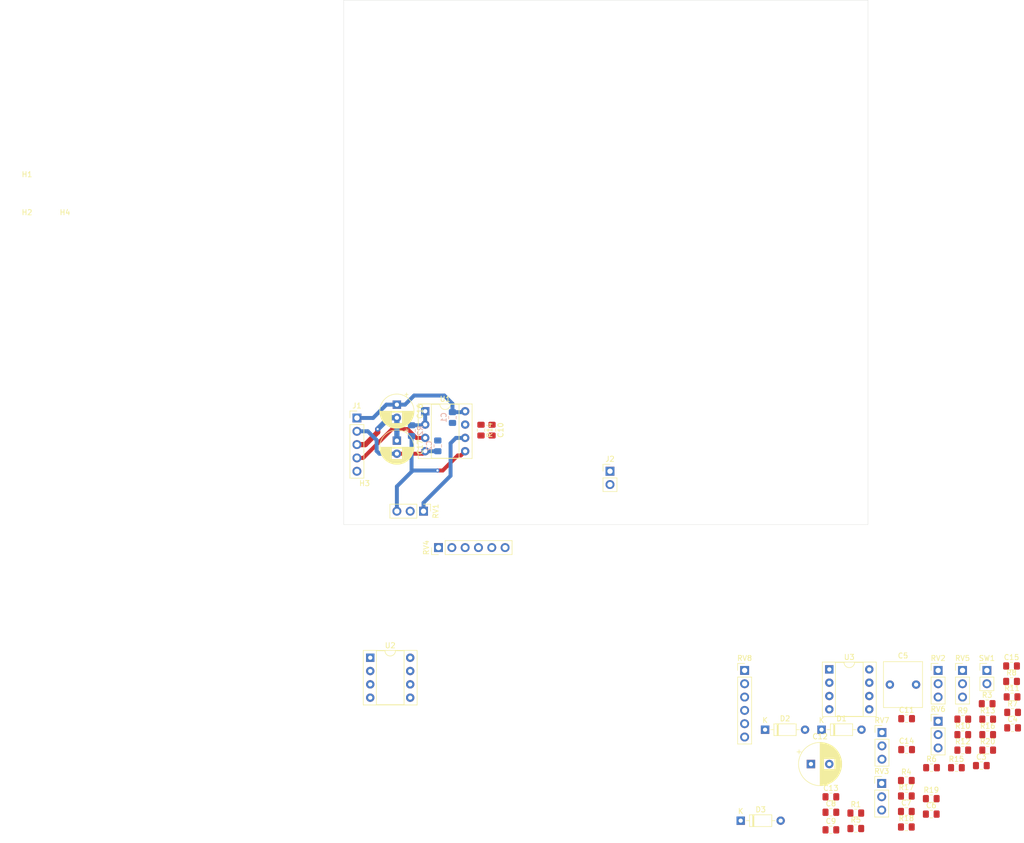
<source format=kicad_pcb>
(kicad_pcb (version 20171130) (host pcbnew "(5.1.5)-3")

  (general
    (thickness 1.6)
    (drawings 4)
    (tracks 49)
    (zones 0)
    (modules 58)
    (nets 35)
  )

  (page A4)
  (layers
    (0 F.Cu signal)
    (31 B.Cu signal)
    (32 B.Adhes user)
    (33 F.Adhes user)
    (34 B.Paste user)
    (35 F.Paste user)
    (36 B.SilkS user)
    (37 F.SilkS user)
    (38 B.Mask user)
    (39 F.Mask user)
    (40 Dwgs.User user)
    (41 Cmts.User user)
    (42 Eco1.User user)
    (43 Eco2.User user)
    (44 Edge.Cuts user)
    (45 Margin user)
    (46 B.CrtYd user)
    (47 F.CrtYd user)
    (48 B.Fab user)
    (49 F.Fab user)
  )

  (setup
    (last_trace_width 1)
    (user_trace_width 0.5)
    (user_trace_width 0.75)
    (user_trace_width 1)
    (user_trace_width 2)
    (trace_clearance 0.2)
    (zone_clearance 0.508)
    (zone_45_only no)
    (trace_min 0.25)
    (via_size 0.8)
    (via_drill 0.4)
    (via_min_size 0.4)
    (via_min_drill 0.3)
    (uvia_size 0.3)
    (uvia_drill 0.1)
    (uvias_allowed no)
    (uvia_min_size 0.2)
    (uvia_min_drill 0.1)
    (edge_width 0.05)
    (segment_width 0.2)
    (pcb_text_width 0.3)
    (pcb_text_size 1.5 1.5)
    (mod_edge_width 0.12)
    (mod_text_size 1 1)
    (mod_text_width 0.15)
    (pad_size 1.524 1.524)
    (pad_drill 0.762)
    (pad_to_mask_clearance 0.051)
    (solder_mask_min_width 0.25)
    (aux_axis_origin 0 0)
    (visible_elements FEFFFF7F)
    (pcbplotparams
      (layerselection 0x010fc_ffffffff)
      (usegerberextensions false)
      (usegerberattributes false)
      (usegerberadvancedattributes false)
      (creategerberjobfile false)
      (excludeedgelayer true)
      (linewidth 0.100000)
      (plotframeref false)
      (viasonmask false)
      (mode 1)
      (useauxorigin false)
      (hpglpennumber 1)
      (hpglpenspeed 20)
      (hpglpendiameter 15.000000)
      (psnegative false)
      (psa4output false)
      (plotreference true)
      (plotvalue true)
      (plotinvisibletext false)
      (padsonsilk false)
      (subtractmaskfromsilk false)
      (outputformat 1)
      (mirror false)
      (drillshape 1)
      (scaleselection 1)
      (outputdirectory ""))
  )

  (net 0 "")
  (net 1 +12V)
  (net 2 GND)
  (net 3 -12V)
  (net 4 "Net-(C5-Pad1)")
  (net 5 "Net-(C5-Pad2)")
  (net 6 "Net-(C6-Pad1)")
  (net 7 "Net-(C7-Pad2)")
  (net 8 "Net-(C7-Pad1)")
  (net 9 "Net-(C8-Pad2)")
  (net 10 "Net-(C9-Pad2)")
  (net 11 "Net-(C10-Pad1)")
  (net 12 "Net-(C10-Pad2)")
  (net 13 "Net-(C11-Pad2)")
  (net 14 "Net-(C11-Pad1)")
  (net 15 Para)
  (net 16 "Net-(C13-Pad2)")
  (net 17 "Net-(D1-Pad2)")
  (net 18 Overload)
  (net 19 FromEq)
  (net 20 IntoEQ)
  (net 21 "Net-(R2-Pad1)")
  (net 22 "Net-(R2-Pad2)")
  (net 23 "Net-(R4-Pad2)")
  (net 24 "Net-(R5-Pad2)")
  (net 25 "Net-(R6-Pad1)")
  (net 26 "Net-(R7-Pad2)")
  (net 27 "Net-(R10-Pad2)")
  (net 28 "Net-(R12-Pad2)")
  (net 29 "Net-(R12-Pad1)")
  (net 30 "Net-(R13-Pad1)")
  (net 31 "Net-(R15-Pad1)")
  (net 32 "Net-(R16-Pad2)")
  (net 33 "Net-(R17-Pad1)")
  (net 34 "Net-(R18-Pad1)")

  (net_class Default "This is the default net class."
    (clearance 0.2)
    (trace_width 0.25)
    (via_dia 0.8)
    (via_drill 0.4)
    (uvia_dia 0.3)
    (uvia_drill 0.1)
    (diff_pair_width 0.3)
    (diff_pair_gap 0.25)
    (add_net +12V)
    (add_net -12V)
    (add_net FromEq)
    (add_net GND)
    (add_net IntoEQ)
    (add_net "Net-(C10-Pad1)")
    (add_net "Net-(C10-Pad2)")
    (add_net "Net-(C11-Pad1)")
    (add_net "Net-(C11-Pad2)")
    (add_net "Net-(C13-Pad2)")
    (add_net "Net-(C5-Pad1)")
    (add_net "Net-(C5-Pad2)")
    (add_net "Net-(C6-Pad1)")
    (add_net "Net-(C7-Pad1)")
    (add_net "Net-(C7-Pad2)")
    (add_net "Net-(C8-Pad2)")
    (add_net "Net-(C9-Pad2)")
    (add_net "Net-(D1-Pad2)")
    (add_net "Net-(R10-Pad2)")
    (add_net "Net-(R12-Pad1)")
    (add_net "Net-(R12-Pad2)")
    (add_net "Net-(R13-Pad1)")
    (add_net "Net-(R15-Pad1)")
    (add_net "Net-(R16-Pad2)")
    (add_net "Net-(R17-Pad1)")
    (add_net "Net-(R18-Pad1)")
    (add_net "Net-(R2-Pad1)")
    (add_net "Net-(R2-Pad2)")
    (add_net "Net-(R4-Pad2)")
    (add_net "Net-(R5-Pad2)")
    (add_net "Net-(R6-Pad1)")
    (add_net "Net-(R7-Pad2)")
    (add_net Overload)
    (add_net Para)
  )

  (module Capacitor_SMD:C_0805_2012Metric_Pad1.15x1.40mm_HandSolder (layer B.Cu) (tedit 5B36C52B) (tstamp 5E4BA65F)
    (at 20.76 -20.4 270)
    (descr "Capacitor SMD 0805 (2012 Metric), square (rectangular) end terminal, IPC_7351 nominal with elongated pad for handsoldering. (Body size source: https://docs.google.com/spreadsheets/d/1BsfQQcO9C6DZCsRaXUlFlo91Tg2WpOkGARC1WS5S8t0/edit?usp=sharing), generated with kicad-footprint-generator")
    (tags "capacitor handsolder")
    (path /5E4AEF5B)
    (attr smd)
    (fp_text reference C1 (at 0 1.65 270) (layer B.SilkS)
      (effects (font (size 1 1) (thickness 0.15)) (justify mirror))
    )
    (fp_text value 0.1uF (at 0 -1.65 270) (layer B.Fab)
      (effects (font (size 1 1) (thickness 0.15)) (justify mirror))
    )
    (fp_line (start -1 -0.6) (end -1 0.6) (layer B.Fab) (width 0.1))
    (fp_line (start -1 0.6) (end 1 0.6) (layer B.Fab) (width 0.1))
    (fp_line (start 1 0.6) (end 1 -0.6) (layer B.Fab) (width 0.1))
    (fp_line (start 1 -0.6) (end -1 -0.6) (layer B.Fab) (width 0.1))
    (fp_line (start -0.261252 0.71) (end 0.261252 0.71) (layer B.SilkS) (width 0.12))
    (fp_line (start -0.261252 -0.71) (end 0.261252 -0.71) (layer B.SilkS) (width 0.12))
    (fp_line (start -1.85 -0.95) (end -1.85 0.95) (layer B.CrtYd) (width 0.05))
    (fp_line (start -1.85 0.95) (end 1.85 0.95) (layer B.CrtYd) (width 0.05))
    (fp_line (start 1.85 0.95) (end 1.85 -0.95) (layer B.CrtYd) (width 0.05))
    (fp_line (start 1.85 -0.95) (end -1.85 -0.95) (layer B.CrtYd) (width 0.05))
    (fp_text user %R (at 0 0 270) (layer B.Fab)
      (effects (font (size 0.5 0.5) (thickness 0.08)) (justify mirror))
    )
    (pad 1 smd roundrect (at -1.025 0 270) (size 1.15 1.4) (layers B.Cu B.Paste B.Mask) (roundrect_rratio 0.217391)
      (net 1 +12V))
    (pad 2 smd roundrect (at 1.025 0 270) (size 1.15 1.4) (layers B.Cu B.Paste B.Mask) (roundrect_rratio 0.217391)
      (net 2 GND))
    (model ${KISYS3DMOD}/Capacitor_SMD.3dshapes/C_0805_2012Metric.wrl
      (at (xyz 0 0 0))
      (scale (xyz 1 1 1))
      (rotate (xyz 0 0 0))
    )
  )

  (module Capacitor_SMD:C_0805_2012Metric_Pad1.15x1.40mm_HandSolder (layer B.Cu) (tedit 5B36C52B) (tstamp 5E4BA670)
    (at 17.96 -15 270)
    (descr "Capacitor SMD 0805 (2012 Metric), square (rectangular) end terminal, IPC_7351 nominal with elongated pad for handsoldering. (Body size source: https://docs.google.com/spreadsheets/d/1BsfQQcO9C6DZCsRaXUlFlo91Tg2WpOkGARC1WS5S8t0/edit?usp=sharing), generated with kicad-footprint-generator")
    (tags "capacitor handsolder")
    (path /5E4AF9A5)
    (attr smd)
    (fp_text reference C2 (at 0 1.65 270) (layer B.SilkS)
      (effects (font (size 1 1) (thickness 0.15)) (justify mirror))
    )
    (fp_text value 0.1uF (at 0 -1.65 270) (layer B.Fab)
      (effects (font (size 1 1) (thickness 0.15)) (justify mirror))
    )
    (fp_text user %R (at 0 0 270) (layer B.Fab)
      (effects (font (size 0.5 0.5) (thickness 0.08)) (justify mirror))
    )
    (fp_line (start 1.85 -0.95) (end -1.85 -0.95) (layer B.CrtYd) (width 0.05))
    (fp_line (start 1.85 0.95) (end 1.85 -0.95) (layer B.CrtYd) (width 0.05))
    (fp_line (start -1.85 0.95) (end 1.85 0.95) (layer B.CrtYd) (width 0.05))
    (fp_line (start -1.85 -0.95) (end -1.85 0.95) (layer B.CrtYd) (width 0.05))
    (fp_line (start -0.261252 -0.71) (end 0.261252 -0.71) (layer B.SilkS) (width 0.12))
    (fp_line (start -0.261252 0.71) (end 0.261252 0.71) (layer B.SilkS) (width 0.12))
    (fp_line (start 1 -0.6) (end -1 -0.6) (layer B.Fab) (width 0.1))
    (fp_line (start 1 0.6) (end 1 -0.6) (layer B.Fab) (width 0.1))
    (fp_line (start -1 0.6) (end 1 0.6) (layer B.Fab) (width 0.1))
    (fp_line (start -1 -0.6) (end -1 0.6) (layer B.Fab) (width 0.1))
    (pad 2 smd roundrect (at 1.025 0 270) (size 1.15 1.4) (layers B.Cu B.Paste B.Mask) (roundrect_rratio 0.217391)
      (net 3 -12V))
    (pad 1 smd roundrect (at -1.025 0 270) (size 1.15 1.4) (layers B.Cu B.Paste B.Mask) (roundrect_rratio 0.217391)
      (net 2 GND))
    (model ${KISYS3DMOD}/Capacitor_SMD.3dshapes/C_0805_2012Metric.wrl
      (at (xyz 0 0 0))
      (scale (xyz 1 1 1))
      (rotate (xyz 0 0 0))
    )
  )

  (module Capacitor_SMD:C_0805_2012Metric_Pad1.15x1.40mm_HandSolder (layer F.Cu) (tedit 5B36C52B) (tstamp 5E4BA681)
    (at 121.615001 45.975001)
    (descr "Capacitor SMD 0805 (2012 Metric), square (rectangular) end terminal, IPC_7351 nominal with elongated pad for handsoldering. (Body size source: https://docs.google.com/spreadsheets/d/1BsfQQcO9C6DZCsRaXUlFlo91Tg2WpOkGARC1WS5S8t0/edit?usp=sharing), generated with kicad-footprint-generator")
    (tags "capacitor handsolder")
    (path /5E4C6F37)
    (attr smd)
    (fp_text reference C3 (at 0 -1.65) (layer F.SilkS)
      (effects (font (size 1 1) (thickness 0.15)))
    )
    (fp_text value 0.1uF (at 0 1.65) (layer F.Fab)
      (effects (font (size 1 1) (thickness 0.15)))
    )
    (fp_line (start -1 0.6) (end -1 -0.6) (layer F.Fab) (width 0.1))
    (fp_line (start -1 -0.6) (end 1 -0.6) (layer F.Fab) (width 0.1))
    (fp_line (start 1 -0.6) (end 1 0.6) (layer F.Fab) (width 0.1))
    (fp_line (start 1 0.6) (end -1 0.6) (layer F.Fab) (width 0.1))
    (fp_line (start -0.261252 -0.71) (end 0.261252 -0.71) (layer F.SilkS) (width 0.12))
    (fp_line (start -0.261252 0.71) (end 0.261252 0.71) (layer F.SilkS) (width 0.12))
    (fp_line (start -1.85 0.95) (end -1.85 -0.95) (layer F.CrtYd) (width 0.05))
    (fp_line (start -1.85 -0.95) (end 1.85 -0.95) (layer F.CrtYd) (width 0.05))
    (fp_line (start 1.85 -0.95) (end 1.85 0.95) (layer F.CrtYd) (width 0.05))
    (fp_line (start 1.85 0.95) (end -1.85 0.95) (layer F.CrtYd) (width 0.05))
    (fp_text user %R (at 0 0) (layer F.Fab)
      (effects (font (size 0.5 0.5) (thickness 0.08)))
    )
    (pad 1 smd roundrect (at -1.025 0) (size 1.15 1.4) (layers F.Cu F.Paste F.Mask) (roundrect_rratio 0.217391)
      (net 1 +12V))
    (pad 2 smd roundrect (at 1.025 0) (size 1.15 1.4) (layers F.Cu F.Paste F.Mask) (roundrect_rratio 0.217391)
      (net 2 GND))
    (model ${KISYS3DMOD}/Capacitor_SMD.3dshapes/C_0805_2012Metric.wrl
      (at (xyz 0 0 0))
      (scale (xyz 1 1 1))
      (rotate (xyz 0 0 0))
    )
  )

  (module Capacitor_SMD:C_0805_2012Metric_Pad1.15x1.40mm_HandSolder (layer F.Cu) (tedit 5B36C52B) (tstamp 5E4BA692)
    (at 127.575001 38.775001)
    (descr "Capacitor SMD 0805 (2012 Metric), square (rectangular) end terminal, IPC_7351 nominal with elongated pad for handsoldering. (Body size source: https://docs.google.com/spreadsheets/d/1BsfQQcO9C6DZCsRaXUlFlo91Tg2WpOkGARC1WS5S8t0/edit?usp=sharing), generated with kicad-footprint-generator")
    (tags "capacitor handsolder")
    (path /5E4C6F3D)
    (attr smd)
    (fp_text reference C4 (at 0 -1.65) (layer F.SilkS)
      (effects (font (size 1 1) (thickness 0.15)))
    )
    (fp_text value 0.1uF (at 0 1.65) (layer F.Fab)
      (effects (font (size 1 1) (thickness 0.15)))
    )
    (fp_text user %R (at 0 0) (layer F.Fab)
      (effects (font (size 0.5 0.5) (thickness 0.08)))
    )
    (fp_line (start 1.85 0.95) (end -1.85 0.95) (layer F.CrtYd) (width 0.05))
    (fp_line (start 1.85 -0.95) (end 1.85 0.95) (layer F.CrtYd) (width 0.05))
    (fp_line (start -1.85 -0.95) (end 1.85 -0.95) (layer F.CrtYd) (width 0.05))
    (fp_line (start -1.85 0.95) (end -1.85 -0.95) (layer F.CrtYd) (width 0.05))
    (fp_line (start -0.261252 0.71) (end 0.261252 0.71) (layer F.SilkS) (width 0.12))
    (fp_line (start -0.261252 -0.71) (end 0.261252 -0.71) (layer F.SilkS) (width 0.12))
    (fp_line (start 1 0.6) (end -1 0.6) (layer F.Fab) (width 0.1))
    (fp_line (start 1 -0.6) (end 1 0.6) (layer F.Fab) (width 0.1))
    (fp_line (start -1 -0.6) (end 1 -0.6) (layer F.Fab) (width 0.1))
    (fp_line (start -1 0.6) (end -1 -0.6) (layer F.Fab) (width 0.1))
    (pad 2 smd roundrect (at 1.025 0) (size 1.15 1.4) (layers F.Cu F.Paste F.Mask) (roundrect_rratio 0.217391)
      (net 3 -12V))
    (pad 1 smd roundrect (at -1.025 0) (size 1.15 1.4) (layers F.Cu F.Paste F.Mask) (roundrect_rratio 0.217391)
      (net 2 GND))
    (model ${KISYS3DMOD}/Capacitor_SMD.3dshapes/C_0805_2012Metric.wrl
      (at (xyz 0 0 0))
      (scale (xyz 1 1 1))
      (rotate (xyz 0 0 0))
    )
  )

  (module Capacitor_THT:C_Rect_L7.2mm_W8.5mm_P5.00mm_FKP2_FKP2_MKS2_MKP2 (layer F.Cu) (tedit 5AE50EF0) (tstamp 5E4BA6A5)
    (at 104.175001 30.525001)
    (descr "C, Rect series, Radial, pin pitch=5.00mm, , length*width=7.2*8.5mm^2, Capacitor, http://www.wima.com/EN/WIMA_FKS_2.pdf")
    (tags "C Rect series Radial pin pitch 5.00mm  length 7.2mm width 8.5mm Capacitor")
    (path /5E4B4265)
    (fp_text reference C5 (at 2.5 -5.5) (layer F.SilkS)
      (effects (font (size 1 1) (thickness 0.15)))
    )
    (fp_text value 4.7uF (at 2.5 5.5) (layer F.Fab)
      (effects (font (size 1 1) (thickness 0.15)))
    )
    (fp_line (start -1.1 -4.25) (end -1.1 4.25) (layer F.Fab) (width 0.1))
    (fp_line (start -1.1 4.25) (end 6.1 4.25) (layer F.Fab) (width 0.1))
    (fp_line (start 6.1 4.25) (end 6.1 -4.25) (layer F.Fab) (width 0.1))
    (fp_line (start 6.1 -4.25) (end -1.1 -4.25) (layer F.Fab) (width 0.1))
    (fp_line (start -1.22 -4.37) (end 6.22 -4.37) (layer F.SilkS) (width 0.12))
    (fp_line (start -1.22 4.37) (end 6.22 4.37) (layer F.SilkS) (width 0.12))
    (fp_line (start -1.22 -4.37) (end -1.22 4.37) (layer F.SilkS) (width 0.12))
    (fp_line (start 6.22 -4.37) (end 6.22 4.37) (layer F.SilkS) (width 0.12))
    (fp_line (start -1.35 -4.5) (end -1.35 4.5) (layer F.CrtYd) (width 0.05))
    (fp_line (start -1.35 4.5) (end 6.35 4.5) (layer F.CrtYd) (width 0.05))
    (fp_line (start 6.35 4.5) (end 6.35 -4.5) (layer F.CrtYd) (width 0.05))
    (fp_line (start 6.35 -4.5) (end -1.35 -4.5) (layer F.CrtYd) (width 0.05))
    (fp_text user %R (at 2.5 0) (layer F.Fab)
      (effects (font (size 1 1) (thickness 0.15)))
    )
    (pad 1 thru_hole circle (at 0 0) (size 1.6 1.6) (drill 0.8) (layers *.Cu *.Mask)
      (net 4 "Net-(C5-Pad1)"))
    (pad 2 thru_hole circle (at 5 0) (size 1.6 1.6) (drill 0.8) (layers *.Cu *.Mask)
      (net 5 "Net-(C5-Pad2)"))
    (model ${KISYS3DMOD}/Capacitor_THT.3dshapes/C_Rect_L7.2mm_W8.5mm_P5.00mm_FKP2_FKP2_MKS2_MKP2.wrl
      (at (xyz 0 0 0))
      (scale (xyz 1 1 1))
      (rotate (xyz 0 0 0))
    )
  )

  (module Capacitor_SMD:C_0805_2012Metric_Pad1.15x1.40mm_HandSolder (layer F.Cu) (tedit 5B36C52B) (tstamp 5E4BA6B6)
    (at 112.065001 55.225001)
    (descr "Capacitor SMD 0805 (2012 Metric), square (rectangular) end terminal, IPC_7351 nominal with elongated pad for handsoldering. (Body size source: https://docs.google.com/spreadsheets/d/1BsfQQcO9C6DZCsRaXUlFlo91Tg2WpOkGARC1WS5S8t0/edit?usp=sharing), generated with kicad-footprint-generator")
    (tags "capacitor handsolder")
    (path /5E4B9B55)
    (attr smd)
    (fp_text reference C6 (at 0 -1.65) (layer F.SilkS)
      (effects (font (size 1 1) (thickness 0.15)))
    )
    (fp_text value 47nF (at 0 1.65) (layer F.Fab)
      (effects (font (size 1 1) (thickness 0.15)))
    )
    (fp_text user %R (at 0 0) (layer F.Fab)
      (effects (font (size 0.5 0.5) (thickness 0.08)))
    )
    (fp_line (start 1.85 0.95) (end -1.85 0.95) (layer F.CrtYd) (width 0.05))
    (fp_line (start 1.85 -0.95) (end 1.85 0.95) (layer F.CrtYd) (width 0.05))
    (fp_line (start -1.85 -0.95) (end 1.85 -0.95) (layer F.CrtYd) (width 0.05))
    (fp_line (start -1.85 0.95) (end -1.85 -0.95) (layer F.CrtYd) (width 0.05))
    (fp_line (start -0.261252 0.71) (end 0.261252 0.71) (layer F.SilkS) (width 0.12))
    (fp_line (start -0.261252 -0.71) (end 0.261252 -0.71) (layer F.SilkS) (width 0.12))
    (fp_line (start 1 0.6) (end -1 0.6) (layer F.Fab) (width 0.1))
    (fp_line (start 1 -0.6) (end 1 0.6) (layer F.Fab) (width 0.1))
    (fp_line (start -1 -0.6) (end 1 -0.6) (layer F.Fab) (width 0.1))
    (fp_line (start -1 0.6) (end -1 -0.6) (layer F.Fab) (width 0.1))
    (pad 2 smd roundrect (at 1.025 0) (size 1.15 1.4) (layers F.Cu F.Paste F.Mask) (roundrect_rratio 0.217391)
      (net 4 "Net-(C5-Pad1)"))
    (pad 1 smd roundrect (at -1.025 0) (size 1.15 1.4) (layers F.Cu F.Paste F.Mask) (roundrect_rratio 0.217391)
      (net 6 "Net-(C6-Pad1)"))
    (model ${KISYS3DMOD}/Capacitor_SMD.3dshapes/C_0805_2012Metric.wrl
      (at (xyz 0 0 0))
      (scale (xyz 1 1 1))
      (rotate (xyz 0 0 0))
    )
  )

  (module Capacitor_SMD:C_0805_2012Metric_Pad1.15x1.40mm_HandSolder (layer F.Cu) (tedit 5B36C52B) (tstamp 5E4BA6C7)
    (at 107.315001 54.725001)
    (descr "Capacitor SMD 0805 (2012 Metric), square (rectangular) end terminal, IPC_7351 nominal with elongated pad for handsoldering. (Body size source: https://docs.google.com/spreadsheets/d/1BsfQQcO9C6DZCsRaXUlFlo91Tg2WpOkGARC1WS5S8t0/edit?usp=sharing), generated with kicad-footprint-generator")
    (tags "capacitor handsolder")
    (path /5E54E904)
    (attr smd)
    (fp_text reference C7 (at 0 -1.65) (layer F.SilkS)
      (effects (font (size 1 1) (thickness 0.15)))
    )
    (fp_text value 22nF (at 0 1.65) (layer F.Fab)
      (effects (font (size 1 1) (thickness 0.15)))
    )
    (fp_text user %R (at 0 0) (layer F.Fab)
      (effects (font (size 0.5 0.5) (thickness 0.08)))
    )
    (fp_line (start 1.85 0.95) (end -1.85 0.95) (layer F.CrtYd) (width 0.05))
    (fp_line (start 1.85 -0.95) (end 1.85 0.95) (layer F.CrtYd) (width 0.05))
    (fp_line (start -1.85 -0.95) (end 1.85 -0.95) (layer F.CrtYd) (width 0.05))
    (fp_line (start -1.85 0.95) (end -1.85 -0.95) (layer F.CrtYd) (width 0.05))
    (fp_line (start -0.261252 0.71) (end 0.261252 0.71) (layer F.SilkS) (width 0.12))
    (fp_line (start -0.261252 -0.71) (end 0.261252 -0.71) (layer F.SilkS) (width 0.12))
    (fp_line (start 1 0.6) (end -1 0.6) (layer F.Fab) (width 0.1))
    (fp_line (start 1 -0.6) (end 1 0.6) (layer F.Fab) (width 0.1))
    (fp_line (start -1 -0.6) (end 1 -0.6) (layer F.Fab) (width 0.1))
    (fp_line (start -1 0.6) (end -1 -0.6) (layer F.Fab) (width 0.1))
    (pad 2 smd roundrect (at 1.025 0) (size 1.15 1.4) (layers F.Cu F.Paste F.Mask) (roundrect_rratio 0.217391)
      (net 7 "Net-(C7-Pad2)"))
    (pad 1 smd roundrect (at -1.025 0) (size 1.15 1.4) (layers F.Cu F.Paste F.Mask) (roundrect_rratio 0.217391)
      (net 8 "Net-(C7-Pad1)"))
    (model ${KISYS3DMOD}/Capacitor_SMD.3dshapes/C_0805_2012Metric.wrl
      (at (xyz 0 0 0))
      (scale (xyz 1 1 1))
      (rotate (xyz 0 0 0))
    )
  )

  (module Capacitor_SMD:C_0805_2012Metric_Pad1.15x1.40mm_HandSolder (layer F.Cu) (tedit 5B36C52B) (tstamp 5E4BA6D8)
    (at 92.925001 54.875001)
    (descr "Capacitor SMD 0805 (2012 Metric), square (rectangular) end terminal, IPC_7351 nominal with elongated pad for handsoldering. (Body size source: https://docs.google.com/spreadsheets/d/1BsfQQcO9C6DZCsRaXUlFlo91Tg2WpOkGARC1WS5S8t0/edit?usp=sharing), generated with kicad-footprint-generator")
    (tags "capacitor handsolder")
    (path /5E5740FF)
    (attr smd)
    (fp_text reference C8 (at 0 -1.65) (layer F.SilkS)
      (effects (font (size 1 1) (thickness 0.15)))
    )
    (fp_text value 22nF (at 0 1.65) (layer F.Fab)
      (effects (font (size 1 1) (thickness 0.15)))
    )
    (fp_line (start -1 0.6) (end -1 -0.6) (layer F.Fab) (width 0.1))
    (fp_line (start -1 -0.6) (end 1 -0.6) (layer F.Fab) (width 0.1))
    (fp_line (start 1 -0.6) (end 1 0.6) (layer F.Fab) (width 0.1))
    (fp_line (start 1 0.6) (end -1 0.6) (layer F.Fab) (width 0.1))
    (fp_line (start -0.261252 -0.71) (end 0.261252 -0.71) (layer F.SilkS) (width 0.12))
    (fp_line (start -0.261252 0.71) (end 0.261252 0.71) (layer F.SilkS) (width 0.12))
    (fp_line (start -1.85 0.95) (end -1.85 -0.95) (layer F.CrtYd) (width 0.05))
    (fp_line (start -1.85 -0.95) (end 1.85 -0.95) (layer F.CrtYd) (width 0.05))
    (fp_line (start 1.85 -0.95) (end 1.85 0.95) (layer F.CrtYd) (width 0.05))
    (fp_line (start 1.85 0.95) (end -1.85 0.95) (layer F.CrtYd) (width 0.05))
    (fp_text user %R (at 0 0) (layer F.Fab)
      (effects (font (size 0.5 0.5) (thickness 0.08)))
    )
    (pad 1 smd roundrect (at -1.025 0) (size 1.15 1.4) (layers F.Cu F.Paste F.Mask) (roundrect_rratio 0.217391)
      (net 2 GND))
    (pad 2 smd roundrect (at 1.025 0) (size 1.15 1.4) (layers F.Cu F.Paste F.Mask) (roundrect_rratio 0.217391)
      (net 9 "Net-(C8-Pad2)"))
    (model ${KISYS3DMOD}/Capacitor_SMD.3dshapes/C_0805_2012Metric.wrl
      (at (xyz 0 0 0))
      (scale (xyz 1 1 1))
      (rotate (xyz 0 0 0))
    )
  )

  (module Capacitor_SMD:C_0805_2012Metric_Pad1.15x1.40mm_HandSolder (layer F.Cu) (tedit 5B36C52B) (tstamp 5E4BA6E9)
    (at 92.925001 58.225001)
    (descr "Capacitor SMD 0805 (2012 Metric), square (rectangular) end terminal, IPC_7351 nominal with elongated pad for handsoldering. (Body size source: https://docs.google.com/spreadsheets/d/1BsfQQcO9C6DZCsRaXUlFlo91Tg2WpOkGARC1WS5S8t0/edit?usp=sharing), generated with kicad-footprint-generator")
    (tags "capacitor handsolder")
    (path /5E50F431)
    (attr smd)
    (fp_text reference C9 (at 0 -1.65) (layer F.SilkS)
      (effects (font (size 1 1) (thickness 0.15)))
    )
    (fp_text value 1nF (at 0 1.65) (layer F.Fab)
      (effects (font (size 1 1) (thickness 0.15)))
    )
    (fp_line (start -1 0.6) (end -1 -0.6) (layer F.Fab) (width 0.1))
    (fp_line (start -1 -0.6) (end 1 -0.6) (layer F.Fab) (width 0.1))
    (fp_line (start 1 -0.6) (end 1 0.6) (layer F.Fab) (width 0.1))
    (fp_line (start 1 0.6) (end -1 0.6) (layer F.Fab) (width 0.1))
    (fp_line (start -0.261252 -0.71) (end 0.261252 -0.71) (layer F.SilkS) (width 0.12))
    (fp_line (start -0.261252 0.71) (end 0.261252 0.71) (layer F.SilkS) (width 0.12))
    (fp_line (start -1.85 0.95) (end -1.85 -0.95) (layer F.CrtYd) (width 0.05))
    (fp_line (start -1.85 -0.95) (end 1.85 -0.95) (layer F.CrtYd) (width 0.05))
    (fp_line (start 1.85 -0.95) (end 1.85 0.95) (layer F.CrtYd) (width 0.05))
    (fp_line (start 1.85 0.95) (end -1.85 0.95) (layer F.CrtYd) (width 0.05))
    (fp_text user %R (at 0 0) (layer F.Fab)
      (effects (font (size 0.5 0.5) (thickness 0.08)))
    )
    (pad 1 smd roundrect (at -1.025 0) (size 1.15 1.4) (layers F.Cu F.Paste F.Mask) (roundrect_rratio 0.217391)
      (net 2 GND))
    (pad 2 smd roundrect (at 1.025 0) (size 1.15 1.4) (layers F.Cu F.Paste F.Mask) (roundrect_rratio 0.217391)
      (net 10 "Net-(C9-Pad2)"))
    (model ${KISYS3DMOD}/Capacitor_SMD.3dshapes/C_0805_2012Metric.wrl
      (at (xyz 0 0 0))
      (scale (xyz 1 1 1))
      (rotate (xyz 0 0 0))
    )
  )

  (module Capacitor_SMD:C_0805_2012Metric_Pad1.15x1.40mm_HandSolder (layer F.Cu) (tedit 5B36C52B) (tstamp 5E4BA6FA)
    (at 28.3 -18 270)
    (descr "Capacitor SMD 0805 (2012 Metric), square (rectangular) end terminal, IPC_7351 nominal with elongated pad for handsoldering. (Body size source: https://docs.google.com/spreadsheets/d/1BsfQQcO9C6DZCsRaXUlFlo91Tg2WpOkGARC1WS5S8t0/edit?usp=sharing), generated with kicad-footprint-generator")
    (tags "capacitor handsolder")
    (path /5E4E7ACA)
    (attr smd)
    (fp_text reference C10 (at 0 -1.65 90) (layer F.SilkS)
      (effects (font (size 1 1) (thickness 0.15)))
    )
    (fp_text value 220p (at 0 1.65 90) (layer F.Fab)
      (effects (font (size 1 1) (thickness 0.15)))
    )
    (fp_line (start -1 0.6) (end -1 -0.6) (layer F.Fab) (width 0.1))
    (fp_line (start -1 -0.6) (end 1 -0.6) (layer F.Fab) (width 0.1))
    (fp_line (start 1 -0.6) (end 1 0.6) (layer F.Fab) (width 0.1))
    (fp_line (start 1 0.6) (end -1 0.6) (layer F.Fab) (width 0.1))
    (fp_line (start -0.261252 -0.71) (end 0.261252 -0.71) (layer F.SilkS) (width 0.12))
    (fp_line (start -0.261252 0.71) (end 0.261252 0.71) (layer F.SilkS) (width 0.12))
    (fp_line (start -1.85 0.95) (end -1.85 -0.95) (layer F.CrtYd) (width 0.05))
    (fp_line (start -1.85 -0.95) (end 1.85 -0.95) (layer F.CrtYd) (width 0.05))
    (fp_line (start 1.85 -0.95) (end 1.85 0.95) (layer F.CrtYd) (width 0.05))
    (fp_line (start 1.85 0.95) (end -1.85 0.95) (layer F.CrtYd) (width 0.05))
    (fp_text user %R (at 0 0 90) (layer F.Fab)
      (effects (font (size 0.5 0.5) (thickness 0.08)))
    )
    (pad 1 smd roundrect (at -1.025 0 270) (size 1.15 1.4) (layers F.Cu F.Paste F.Mask) (roundrect_rratio 0.217391)
      (net 11 "Net-(C10-Pad1)"))
    (pad 2 smd roundrect (at 1.025 0 270) (size 1.15 1.4) (layers F.Cu F.Paste F.Mask) (roundrect_rratio 0.217391)
      (net 12 "Net-(C10-Pad2)"))
    (model ${KISYS3DMOD}/Capacitor_SMD.3dshapes/C_0805_2012Metric.wrl
      (at (xyz 0 0 0))
      (scale (xyz 1 1 1))
      (rotate (xyz 0 0 0))
    )
  )

  (module Capacitor_SMD:C_0805_2012Metric_Pad1.15x1.40mm_HandSolder (layer F.Cu) (tedit 5B36C52B) (tstamp 5E4BA70B)
    (at 107.365001 37.025001)
    (descr "Capacitor SMD 0805 (2012 Metric), square (rectangular) end terminal, IPC_7351 nominal with elongated pad for handsoldering. (Body size source: https://docs.google.com/spreadsheets/d/1BsfQQcO9C6DZCsRaXUlFlo91Tg2WpOkGARC1WS5S8t0/edit?usp=sharing), generated with kicad-footprint-generator")
    (tags "capacitor handsolder")
    (path /5E6053D1)
    (attr smd)
    (fp_text reference C11 (at 0 -1.65) (layer F.SilkS)
      (effects (font (size 1 1) (thickness 0.15)))
    )
    (fp_text value 4.7nF (at 0 1.65) (layer F.Fab)
      (effects (font (size 1 1) (thickness 0.15)))
    )
    (fp_text user %R (at 0 0) (layer F.Fab)
      (effects (font (size 0.5 0.5) (thickness 0.08)))
    )
    (fp_line (start 1.85 0.95) (end -1.85 0.95) (layer F.CrtYd) (width 0.05))
    (fp_line (start 1.85 -0.95) (end 1.85 0.95) (layer F.CrtYd) (width 0.05))
    (fp_line (start -1.85 -0.95) (end 1.85 -0.95) (layer F.CrtYd) (width 0.05))
    (fp_line (start -1.85 0.95) (end -1.85 -0.95) (layer F.CrtYd) (width 0.05))
    (fp_line (start -0.261252 0.71) (end 0.261252 0.71) (layer F.SilkS) (width 0.12))
    (fp_line (start -0.261252 -0.71) (end 0.261252 -0.71) (layer F.SilkS) (width 0.12))
    (fp_line (start 1 0.6) (end -1 0.6) (layer F.Fab) (width 0.1))
    (fp_line (start 1 -0.6) (end 1 0.6) (layer F.Fab) (width 0.1))
    (fp_line (start -1 -0.6) (end 1 -0.6) (layer F.Fab) (width 0.1))
    (fp_line (start -1 0.6) (end -1 -0.6) (layer F.Fab) (width 0.1))
    (pad 2 smd roundrect (at 1.025 0) (size 1.15 1.4) (layers F.Cu F.Paste F.Mask) (roundrect_rratio 0.217391)
      (net 13 "Net-(C11-Pad2)"))
    (pad 1 smd roundrect (at -1.025 0) (size 1.15 1.4) (layers F.Cu F.Paste F.Mask) (roundrect_rratio 0.217391)
      (net 14 "Net-(C11-Pad1)"))
    (model ${KISYS3DMOD}/Capacitor_SMD.3dshapes/C_0805_2012Metric.wrl
      (at (xyz 0 0 0))
      (scale (xyz 1 1 1))
      (rotate (xyz 0 0 0))
    )
  )

  (module Capacitor_THT:CP_Radial_D8.0mm_P3.50mm (layer F.Cu) (tedit 5AE50EF0) (tstamp 5E4BA7B4)
    (at 89.119699 45.675001)
    (descr "CP, Radial series, Radial, pin pitch=3.50mm, , diameter=8mm, Electrolytic Capacitor")
    (tags "CP Radial series Radial pin pitch 3.50mm  diameter 8mm Electrolytic Capacitor")
    (path /5E4E549E)
    (fp_text reference C12 (at 1.75 -5.25) (layer F.SilkS)
      (effects (font (size 1 1) (thickness 0.15)))
    )
    (fp_text value "100uF 50V" (at 1.75 5.25) (layer F.Fab)
      (effects (font (size 1 1) (thickness 0.15)))
    )
    (fp_circle (center 1.75 0) (end 5.75 0) (layer F.Fab) (width 0.1))
    (fp_circle (center 1.75 0) (end 5.87 0) (layer F.SilkS) (width 0.12))
    (fp_circle (center 1.75 0) (end 6 0) (layer F.CrtYd) (width 0.05))
    (fp_line (start -1.676759 -1.7475) (end -0.876759 -1.7475) (layer F.Fab) (width 0.1))
    (fp_line (start -1.276759 -2.1475) (end -1.276759 -1.3475) (layer F.Fab) (width 0.1))
    (fp_line (start 1.75 -4.08) (end 1.75 4.08) (layer F.SilkS) (width 0.12))
    (fp_line (start 1.79 -4.08) (end 1.79 4.08) (layer F.SilkS) (width 0.12))
    (fp_line (start 1.83 -4.08) (end 1.83 4.08) (layer F.SilkS) (width 0.12))
    (fp_line (start 1.87 -4.079) (end 1.87 4.079) (layer F.SilkS) (width 0.12))
    (fp_line (start 1.91 -4.077) (end 1.91 4.077) (layer F.SilkS) (width 0.12))
    (fp_line (start 1.95 -4.076) (end 1.95 4.076) (layer F.SilkS) (width 0.12))
    (fp_line (start 1.99 -4.074) (end 1.99 4.074) (layer F.SilkS) (width 0.12))
    (fp_line (start 2.03 -4.071) (end 2.03 4.071) (layer F.SilkS) (width 0.12))
    (fp_line (start 2.07 -4.068) (end 2.07 4.068) (layer F.SilkS) (width 0.12))
    (fp_line (start 2.11 -4.065) (end 2.11 4.065) (layer F.SilkS) (width 0.12))
    (fp_line (start 2.15 -4.061) (end 2.15 4.061) (layer F.SilkS) (width 0.12))
    (fp_line (start 2.19 -4.057) (end 2.19 4.057) (layer F.SilkS) (width 0.12))
    (fp_line (start 2.23 -4.052) (end 2.23 4.052) (layer F.SilkS) (width 0.12))
    (fp_line (start 2.27 -4.048) (end 2.27 4.048) (layer F.SilkS) (width 0.12))
    (fp_line (start 2.31 -4.042) (end 2.31 4.042) (layer F.SilkS) (width 0.12))
    (fp_line (start 2.35 -4.037) (end 2.35 4.037) (layer F.SilkS) (width 0.12))
    (fp_line (start 2.39 -4.03) (end 2.39 4.03) (layer F.SilkS) (width 0.12))
    (fp_line (start 2.43 -4.024) (end 2.43 4.024) (layer F.SilkS) (width 0.12))
    (fp_line (start 2.471 -4.017) (end 2.471 -1.04) (layer F.SilkS) (width 0.12))
    (fp_line (start 2.471 1.04) (end 2.471 4.017) (layer F.SilkS) (width 0.12))
    (fp_line (start 2.511 -4.01) (end 2.511 -1.04) (layer F.SilkS) (width 0.12))
    (fp_line (start 2.511 1.04) (end 2.511 4.01) (layer F.SilkS) (width 0.12))
    (fp_line (start 2.551 -4.002) (end 2.551 -1.04) (layer F.SilkS) (width 0.12))
    (fp_line (start 2.551 1.04) (end 2.551 4.002) (layer F.SilkS) (width 0.12))
    (fp_line (start 2.591 -3.994) (end 2.591 -1.04) (layer F.SilkS) (width 0.12))
    (fp_line (start 2.591 1.04) (end 2.591 3.994) (layer F.SilkS) (width 0.12))
    (fp_line (start 2.631 -3.985) (end 2.631 -1.04) (layer F.SilkS) (width 0.12))
    (fp_line (start 2.631 1.04) (end 2.631 3.985) (layer F.SilkS) (width 0.12))
    (fp_line (start 2.671 -3.976) (end 2.671 -1.04) (layer F.SilkS) (width 0.12))
    (fp_line (start 2.671 1.04) (end 2.671 3.976) (layer F.SilkS) (width 0.12))
    (fp_line (start 2.711 -3.967) (end 2.711 -1.04) (layer F.SilkS) (width 0.12))
    (fp_line (start 2.711 1.04) (end 2.711 3.967) (layer F.SilkS) (width 0.12))
    (fp_line (start 2.751 -3.957) (end 2.751 -1.04) (layer F.SilkS) (width 0.12))
    (fp_line (start 2.751 1.04) (end 2.751 3.957) (layer F.SilkS) (width 0.12))
    (fp_line (start 2.791 -3.947) (end 2.791 -1.04) (layer F.SilkS) (width 0.12))
    (fp_line (start 2.791 1.04) (end 2.791 3.947) (layer F.SilkS) (width 0.12))
    (fp_line (start 2.831 -3.936) (end 2.831 -1.04) (layer F.SilkS) (width 0.12))
    (fp_line (start 2.831 1.04) (end 2.831 3.936) (layer F.SilkS) (width 0.12))
    (fp_line (start 2.871 -3.925) (end 2.871 -1.04) (layer F.SilkS) (width 0.12))
    (fp_line (start 2.871 1.04) (end 2.871 3.925) (layer F.SilkS) (width 0.12))
    (fp_line (start 2.911 -3.914) (end 2.911 -1.04) (layer F.SilkS) (width 0.12))
    (fp_line (start 2.911 1.04) (end 2.911 3.914) (layer F.SilkS) (width 0.12))
    (fp_line (start 2.951 -3.902) (end 2.951 -1.04) (layer F.SilkS) (width 0.12))
    (fp_line (start 2.951 1.04) (end 2.951 3.902) (layer F.SilkS) (width 0.12))
    (fp_line (start 2.991 -3.889) (end 2.991 -1.04) (layer F.SilkS) (width 0.12))
    (fp_line (start 2.991 1.04) (end 2.991 3.889) (layer F.SilkS) (width 0.12))
    (fp_line (start 3.031 -3.877) (end 3.031 -1.04) (layer F.SilkS) (width 0.12))
    (fp_line (start 3.031 1.04) (end 3.031 3.877) (layer F.SilkS) (width 0.12))
    (fp_line (start 3.071 -3.863) (end 3.071 -1.04) (layer F.SilkS) (width 0.12))
    (fp_line (start 3.071 1.04) (end 3.071 3.863) (layer F.SilkS) (width 0.12))
    (fp_line (start 3.111 -3.85) (end 3.111 -1.04) (layer F.SilkS) (width 0.12))
    (fp_line (start 3.111 1.04) (end 3.111 3.85) (layer F.SilkS) (width 0.12))
    (fp_line (start 3.151 -3.835) (end 3.151 -1.04) (layer F.SilkS) (width 0.12))
    (fp_line (start 3.151 1.04) (end 3.151 3.835) (layer F.SilkS) (width 0.12))
    (fp_line (start 3.191 -3.821) (end 3.191 -1.04) (layer F.SilkS) (width 0.12))
    (fp_line (start 3.191 1.04) (end 3.191 3.821) (layer F.SilkS) (width 0.12))
    (fp_line (start 3.231 -3.805) (end 3.231 -1.04) (layer F.SilkS) (width 0.12))
    (fp_line (start 3.231 1.04) (end 3.231 3.805) (layer F.SilkS) (width 0.12))
    (fp_line (start 3.271 -3.79) (end 3.271 -1.04) (layer F.SilkS) (width 0.12))
    (fp_line (start 3.271 1.04) (end 3.271 3.79) (layer F.SilkS) (width 0.12))
    (fp_line (start 3.311 -3.774) (end 3.311 -1.04) (layer F.SilkS) (width 0.12))
    (fp_line (start 3.311 1.04) (end 3.311 3.774) (layer F.SilkS) (width 0.12))
    (fp_line (start 3.351 -3.757) (end 3.351 -1.04) (layer F.SilkS) (width 0.12))
    (fp_line (start 3.351 1.04) (end 3.351 3.757) (layer F.SilkS) (width 0.12))
    (fp_line (start 3.391 -3.74) (end 3.391 -1.04) (layer F.SilkS) (width 0.12))
    (fp_line (start 3.391 1.04) (end 3.391 3.74) (layer F.SilkS) (width 0.12))
    (fp_line (start 3.431 -3.722) (end 3.431 -1.04) (layer F.SilkS) (width 0.12))
    (fp_line (start 3.431 1.04) (end 3.431 3.722) (layer F.SilkS) (width 0.12))
    (fp_line (start 3.471 -3.704) (end 3.471 -1.04) (layer F.SilkS) (width 0.12))
    (fp_line (start 3.471 1.04) (end 3.471 3.704) (layer F.SilkS) (width 0.12))
    (fp_line (start 3.511 -3.686) (end 3.511 -1.04) (layer F.SilkS) (width 0.12))
    (fp_line (start 3.511 1.04) (end 3.511 3.686) (layer F.SilkS) (width 0.12))
    (fp_line (start 3.551 -3.666) (end 3.551 -1.04) (layer F.SilkS) (width 0.12))
    (fp_line (start 3.551 1.04) (end 3.551 3.666) (layer F.SilkS) (width 0.12))
    (fp_line (start 3.591 -3.647) (end 3.591 -1.04) (layer F.SilkS) (width 0.12))
    (fp_line (start 3.591 1.04) (end 3.591 3.647) (layer F.SilkS) (width 0.12))
    (fp_line (start 3.631 -3.627) (end 3.631 -1.04) (layer F.SilkS) (width 0.12))
    (fp_line (start 3.631 1.04) (end 3.631 3.627) (layer F.SilkS) (width 0.12))
    (fp_line (start 3.671 -3.606) (end 3.671 -1.04) (layer F.SilkS) (width 0.12))
    (fp_line (start 3.671 1.04) (end 3.671 3.606) (layer F.SilkS) (width 0.12))
    (fp_line (start 3.711 -3.584) (end 3.711 -1.04) (layer F.SilkS) (width 0.12))
    (fp_line (start 3.711 1.04) (end 3.711 3.584) (layer F.SilkS) (width 0.12))
    (fp_line (start 3.751 -3.562) (end 3.751 -1.04) (layer F.SilkS) (width 0.12))
    (fp_line (start 3.751 1.04) (end 3.751 3.562) (layer F.SilkS) (width 0.12))
    (fp_line (start 3.791 -3.54) (end 3.791 -1.04) (layer F.SilkS) (width 0.12))
    (fp_line (start 3.791 1.04) (end 3.791 3.54) (layer F.SilkS) (width 0.12))
    (fp_line (start 3.831 -3.517) (end 3.831 -1.04) (layer F.SilkS) (width 0.12))
    (fp_line (start 3.831 1.04) (end 3.831 3.517) (layer F.SilkS) (width 0.12))
    (fp_line (start 3.871 -3.493) (end 3.871 -1.04) (layer F.SilkS) (width 0.12))
    (fp_line (start 3.871 1.04) (end 3.871 3.493) (layer F.SilkS) (width 0.12))
    (fp_line (start 3.911 -3.469) (end 3.911 -1.04) (layer F.SilkS) (width 0.12))
    (fp_line (start 3.911 1.04) (end 3.911 3.469) (layer F.SilkS) (width 0.12))
    (fp_line (start 3.951 -3.444) (end 3.951 -1.04) (layer F.SilkS) (width 0.12))
    (fp_line (start 3.951 1.04) (end 3.951 3.444) (layer F.SilkS) (width 0.12))
    (fp_line (start 3.991 -3.418) (end 3.991 -1.04) (layer F.SilkS) (width 0.12))
    (fp_line (start 3.991 1.04) (end 3.991 3.418) (layer F.SilkS) (width 0.12))
    (fp_line (start 4.031 -3.392) (end 4.031 -1.04) (layer F.SilkS) (width 0.12))
    (fp_line (start 4.031 1.04) (end 4.031 3.392) (layer F.SilkS) (width 0.12))
    (fp_line (start 4.071 -3.365) (end 4.071 -1.04) (layer F.SilkS) (width 0.12))
    (fp_line (start 4.071 1.04) (end 4.071 3.365) (layer F.SilkS) (width 0.12))
    (fp_line (start 4.111 -3.338) (end 4.111 -1.04) (layer F.SilkS) (width 0.12))
    (fp_line (start 4.111 1.04) (end 4.111 3.338) (layer F.SilkS) (width 0.12))
    (fp_line (start 4.151 -3.309) (end 4.151 -1.04) (layer F.SilkS) (width 0.12))
    (fp_line (start 4.151 1.04) (end 4.151 3.309) (layer F.SilkS) (width 0.12))
    (fp_line (start 4.191 -3.28) (end 4.191 -1.04) (layer F.SilkS) (width 0.12))
    (fp_line (start 4.191 1.04) (end 4.191 3.28) (layer F.SilkS) (width 0.12))
    (fp_line (start 4.231 -3.25) (end 4.231 -1.04) (layer F.SilkS) (width 0.12))
    (fp_line (start 4.231 1.04) (end 4.231 3.25) (layer F.SilkS) (width 0.12))
    (fp_line (start 4.271 -3.22) (end 4.271 -1.04) (layer F.SilkS) (width 0.12))
    (fp_line (start 4.271 1.04) (end 4.271 3.22) (layer F.SilkS) (width 0.12))
    (fp_line (start 4.311 -3.189) (end 4.311 -1.04) (layer F.SilkS) (width 0.12))
    (fp_line (start 4.311 1.04) (end 4.311 3.189) (layer F.SilkS) (width 0.12))
    (fp_line (start 4.351 -3.156) (end 4.351 -1.04) (layer F.SilkS) (width 0.12))
    (fp_line (start 4.351 1.04) (end 4.351 3.156) (layer F.SilkS) (width 0.12))
    (fp_line (start 4.391 -3.124) (end 4.391 -1.04) (layer F.SilkS) (width 0.12))
    (fp_line (start 4.391 1.04) (end 4.391 3.124) (layer F.SilkS) (width 0.12))
    (fp_line (start 4.431 -3.09) (end 4.431 -1.04) (layer F.SilkS) (width 0.12))
    (fp_line (start 4.431 1.04) (end 4.431 3.09) (layer F.SilkS) (width 0.12))
    (fp_line (start 4.471 -3.055) (end 4.471 -1.04) (layer F.SilkS) (width 0.12))
    (fp_line (start 4.471 1.04) (end 4.471 3.055) (layer F.SilkS) (width 0.12))
    (fp_line (start 4.511 -3.019) (end 4.511 -1.04) (layer F.SilkS) (width 0.12))
    (fp_line (start 4.511 1.04) (end 4.511 3.019) (layer F.SilkS) (width 0.12))
    (fp_line (start 4.551 -2.983) (end 4.551 2.983) (layer F.SilkS) (width 0.12))
    (fp_line (start 4.591 -2.945) (end 4.591 2.945) (layer F.SilkS) (width 0.12))
    (fp_line (start 4.631 -2.907) (end 4.631 2.907) (layer F.SilkS) (width 0.12))
    (fp_line (start 4.671 -2.867) (end 4.671 2.867) (layer F.SilkS) (width 0.12))
    (fp_line (start 4.711 -2.826) (end 4.711 2.826) (layer F.SilkS) (width 0.12))
    (fp_line (start 4.751 -2.784) (end 4.751 2.784) (layer F.SilkS) (width 0.12))
    (fp_line (start 4.791 -2.741) (end 4.791 2.741) (layer F.SilkS) (width 0.12))
    (fp_line (start 4.831 -2.697) (end 4.831 2.697) (layer F.SilkS) (width 0.12))
    (fp_line (start 4.871 -2.651) (end 4.871 2.651) (layer F.SilkS) (width 0.12))
    (fp_line (start 4.911 -2.604) (end 4.911 2.604) (layer F.SilkS) (width 0.12))
    (fp_line (start 4.951 -2.556) (end 4.951 2.556) (layer F.SilkS) (width 0.12))
    (fp_line (start 4.991 -2.505) (end 4.991 2.505) (layer F.SilkS) (width 0.12))
    (fp_line (start 5.031 -2.454) (end 5.031 2.454) (layer F.SilkS) (width 0.12))
    (fp_line (start 5.071 -2.4) (end 5.071 2.4) (layer F.SilkS) (width 0.12))
    (fp_line (start 5.111 -2.345) (end 5.111 2.345) (layer F.SilkS) (width 0.12))
    (fp_line (start 5.151 -2.287) (end 5.151 2.287) (layer F.SilkS) (width 0.12))
    (fp_line (start 5.191 -2.228) (end 5.191 2.228) (layer F.SilkS) (width 0.12))
    (fp_line (start 5.231 -2.166) (end 5.231 2.166) (layer F.SilkS) (width 0.12))
    (fp_line (start 5.271 -2.102) (end 5.271 2.102) (layer F.SilkS) (width 0.12))
    (fp_line (start 5.311 -2.034) (end 5.311 2.034) (layer F.SilkS) (width 0.12))
    (fp_line (start 5.351 -1.964) (end 5.351 1.964) (layer F.SilkS) (width 0.12))
    (fp_line (start 5.391 -1.89) (end 5.391 1.89) (layer F.SilkS) (width 0.12))
    (fp_line (start 5.431 -1.813) (end 5.431 1.813) (layer F.SilkS) (width 0.12))
    (fp_line (start 5.471 -1.731) (end 5.471 1.731) (layer F.SilkS) (width 0.12))
    (fp_line (start 5.511 -1.645) (end 5.511 1.645) (layer F.SilkS) (width 0.12))
    (fp_line (start 5.551 -1.552) (end 5.551 1.552) (layer F.SilkS) (width 0.12))
    (fp_line (start 5.591 -1.453) (end 5.591 1.453) (layer F.SilkS) (width 0.12))
    (fp_line (start 5.631 -1.346) (end 5.631 1.346) (layer F.SilkS) (width 0.12))
    (fp_line (start 5.671 -1.229) (end 5.671 1.229) (layer F.SilkS) (width 0.12))
    (fp_line (start 5.711 -1.098) (end 5.711 1.098) (layer F.SilkS) (width 0.12))
    (fp_line (start 5.751 -0.948) (end 5.751 0.948) (layer F.SilkS) (width 0.12))
    (fp_line (start 5.791 -0.768) (end 5.791 0.768) (layer F.SilkS) (width 0.12))
    (fp_line (start 5.831 -0.533) (end 5.831 0.533) (layer F.SilkS) (width 0.12))
    (fp_line (start -2.659698 -2.315) (end -1.859698 -2.315) (layer F.SilkS) (width 0.12))
    (fp_line (start -2.259698 -2.715) (end -2.259698 -1.915) (layer F.SilkS) (width 0.12))
    (fp_text user %R (at 1.75 0) (layer F.Fab)
      (effects (font (size 1 1) (thickness 0.15)))
    )
    (pad 1 thru_hole rect (at 0 0) (size 1.6 1.6) (drill 0.8) (layers *.Cu *.Mask)
      (net 11 "Net-(C10-Pad1)"))
    (pad 2 thru_hole circle (at 3.5 0) (size 1.6 1.6) (drill 0.8) (layers *.Cu *.Mask)
      (net 15 Para))
    (model ${KISYS3DMOD}/Capacitor_THT.3dshapes/CP_Radial_D8.0mm_P3.50mm.wrl
      (at (xyz 0 0 0))
      (scale (xyz 1 1 1))
      (rotate (xyz 0 0 0))
    )
  )

  (module Capacitor_SMD:C_0805_2012Metric_Pad1.15x1.40mm_HandSolder (layer F.Cu) (tedit 5B36C52B) (tstamp 5E4BA7C5)
    (at 92.925001 51.925001)
    (descr "Capacitor SMD 0805 (2012 Metric), square (rectangular) end terminal, IPC_7351 nominal with elongated pad for handsoldering. (Body size source: https://docs.google.com/spreadsheets/d/1BsfQQcO9C6DZCsRaXUlFlo91Tg2WpOkGARC1WS5S8t0/edit?usp=sharing), generated with kicad-footprint-generator")
    (tags "capacitor handsolder")
    (path /5E617C98)
    (attr smd)
    (fp_text reference C13 (at 0 -1.65) (layer F.SilkS)
      (effects (font (size 1 1) (thickness 0.15)))
    )
    (fp_text value 4.7nF (at 0 1.65) (layer F.Fab)
      (effects (font (size 1 1) (thickness 0.15)))
    )
    (fp_line (start -1 0.6) (end -1 -0.6) (layer F.Fab) (width 0.1))
    (fp_line (start -1 -0.6) (end 1 -0.6) (layer F.Fab) (width 0.1))
    (fp_line (start 1 -0.6) (end 1 0.6) (layer F.Fab) (width 0.1))
    (fp_line (start 1 0.6) (end -1 0.6) (layer F.Fab) (width 0.1))
    (fp_line (start -0.261252 -0.71) (end 0.261252 -0.71) (layer F.SilkS) (width 0.12))
    (fp_line (start -0.261252 0.71) (end 0.261252 0.71) (layer F.SilkS) (width 0.12))
    (fp_line (start -1.85 0.95) (end -1.85 -0.95) (layer F.CrtYd) (width 0.05))
    (fp_line (start -1.85 -0.95) (end 1.85 -0.95) (layer F.CrtYd) (width 0.05))
    (fp_line (start 1.85 -0.95) (end 1.85 0.95) (layer F.CrtYd) (width 0.05))
    (fp_line (start 1.85 0.95) (end -1.85 0.95) (layer F.CrtYd) (width 0.05))
    (fp_text user %R (at 0 0) (layer F.Fab)
      (effects (font (size 0.5 0.5) (thickness 0.08)))
    )
    (pad 1 smd roundrect (at -1.025 0) (size 1.15 1.4) (layers F.Cu F.Paste F.Mask) (roundrect_rratio 0.217391)
      (net 2 GND))
    (pad 2 smd roundrect (at 1.025 0) (size 1.15 1.4) (layers F.Cu F.Paste F.Mask) (roundrect_rratio 0.217391)
      (net 16 "Net-(C13-Pad2)"))
    (model ${KISYS3DMOD}/Capacitor_SMD.3dshapes/C_0805_2012Metric.wrl
      (at (xyz 0 0 0))
      (scale (xyz 1 1 1))
      (rotate (xyz 0 0 0))
    )
  )

  (module Capacitor_SMD:C_0805_2012Metric_Pad1.15x1.40mm_HandSolder (layer F.Cu) (tedit 5B36C52B) (tstamp 5E4BA7D6)
    (at 107.365001 42.925001)
    (descr "Capacitor SMD 0805 (2012 Metric), square (rectangular) end terminal, IPC_7351 nominal with elongated pad for handsoldering. (Body size source: https://docs.google.com/spreadsheets/d/1BsfQQcO9C6DZCsRaXUlFlo91Tg2WpOkGARC1WS5S8t0/edit?usp=sharing), generated with kicad-footprint-generator")
    (tags "capacitor handsolder")
    (path /5E56AC60)
    (attr smd)
    (fp_text reference C14 (at 0 -1.65) (layer F.SilkS)
      (effects (font (size 1 1) (thickness 0.15)))
    )
    (fp_text value 0.1uF (at 0 1.65) (layer F.Fab)
      (effects (font (size 1 1) (thickness 0.15)))
    )
    (fp_line (start -1 0.6) (end -1 -0.6) (layer F.Fab) (width 0.1))
    (fp_line (start -1 -0.6) (end 1 -0.6) (layer F.Fab) (width 0.1))
    (fp_line (start 1 -0.6) (end 1 0.6) (layer F.Fab) (width 0.1))
    (fp_line (start 1 0.6) (end -1 0.6) (layer F.Fab) (width 0.1))
    (fp_line (start -0.261252 -0.71) (end 0.261252 -0.71) (layer F.SilkS) (width 0.12))
    (fp_line (start -0.261252 0.71) (end 0.261252 0.71) (layer F.SilkS) (width 0.12))
    (fp_line (start -1.85 0.95) (end -1.85 -0.95) (layer F.CrtYd) (width 0.05))
    (fp_line (start -1.85 -0.95) (end 1.85 -0.95) (layer F.CrtYd) (width 0.05))
    (fp_line (start 1.85 -0.95) (end 1.85 0.95) (layer F.CrtYd) (width 0.05))
    (fp_line (start 1.85 0.95) (end -1.85 0.95) (layer F.CrtYd) (width 0.05))
    (fp_text user %R (at 0 0) (layer F.Fab)
      (effects (font (size 0.5 0.5) (thickness 0.08)))
    )
    (pad 1 smd roundrect (at -1.025 0) (size 1.15 1.4) (layers F.Cu F.Paste F.Mask) (roundrect_rratio 0.217391)
      (net 1 +12V))
    (pad 2 smd roundrect (at 1.025 0) (size 1.15 1.4) (layers F.Cu F.Paste F.Mask) (roundrect_rratio 0.217391)
      (net 2 GND))
    (model ${KISYS3DMOD}/Capacitor_SMD.3dshapes/C_0805_2012Metric.wrl
      (at (xyz 0 0 0))
      (scale (xyz 1 1 1))
      (rotate (xyz 0 0 0))
    )
  )

  (module Capacitor_SMD:C_0805_2012Metric_Pad1.15x1.40mm_HandSolder (layer F.Cu) (tedit 5B36C52B) (tstamp 5E4BA7E7)
    (at 127.375001 26.975001)
    (descr "Capacitor SMD 0805 (2012 Metric), square (rectangular) end terminal, IPC_7351 nominal with elongated pad for handsoldering. (Body size source: https://docs.google.com/spreadsheets/d/1BsfQQcO9C6DZCsRaXUlFlo91Tg2WpOkGARC1WS5S8t0/edit?usp=sharing), generated with kicad-footprint-generator")
    (tags "capacitor handsolder")
    (path /5E56AC66)
    (attr smd)
    (fp_text reference C15 (at 0 -1.65) (layer F.SilkS)
      (effects (font (size 1 1) (thickness 0.15)))
    )
    (fp_text value 0.1uF (at 0 1.65) (layer F.Fab)
      (effects (font (size 1 1) (thickness 0.15)))
    )
    (fp_text user %R (at 0 0) (layer F.Fab)
      (effects (font (size 0.5 0.5) (thickness 0.08)))
    )
    (fp_line (start 1.85 0.95) (end -1.85 0.95) (layer F.CrtYd) (width 0.05))
    (fp_line (start 1.85 -0.95) (end 1.85 0.95) (layer F.CrtYd) (width 0.05))
    (fp_line (start -1.85 -0.95) (end 1.85 -0.95) (layer F.CrtYd) (width 0.05))
    (fp_line (start -1.85 0.95) (end -1.85 -0.95) (layer F.CrtYd) (width 0.05))
    (fp_line (start -0.261252 0.71) (end 0.261252 0.71) (layer F.SilkS) (width 0.12))
    (fp_line (start -0.261252 -0.71) (end 0.261252 -0.71) (layer F.SilkS) (width 0.12))
    (fp_line (start 1 0.6) (end -1 0.6) (layer F.Fab) (width 0.1))
    (fp_line (start 1 -0.6) (end 1 0.6) (layer F.Fab) (width 0.1))
    (fp_line (start -1 -0.6) (end 1 -0.6) (layer F.Fab) (width 0.1))
    (fp_line (start -1 0.6) (end -1 -0.6) (layer F.Fab) (width 0.1))
    (pad 2 smd roundrect (at 1.025 0) (size 1.15 1.4) (layers F.Cu F.Paste F.Mask) (roundrect_rratio 0.217391)
      (net 3 -12V))
    (pad 1 smd roundrect (at -1.025 0) (size 1.15 1.4) (layers F.Cu F.Paste F.Mask) (roundrect_rratio 0.217391)
      (net 2 GND))
    (model ${KISYS3DMOD}/Capacitor_SMD.3dshapes/C_0805_2012Metric.wrl
      (at (xyz 0 0 0))
      (scale (xyz 1 1 1))
      (rotate (xyz 0 0 0))
    )
  )

  (module Diode_THT:D_DO-35_SOD27_P7.62mm_Horizontal (layer F.Cu) (tedit 5AE50CD5) (tstamp 5E4BA806)
    (at 91.145001 39.125001)
    (descr "Diode, DO-35_SOD27 series, Axial, Horizontal, pin pitch=7.62mm, , length*diameter=4*2mm^2, , http://www.diodes.com/_files/packages/DO-35.pdf")
    (tags "Diode DO-35_SOD27 series Axial Horizontal pin pitch 7.62mm  length 4mm diameter 2mm")
    (path /5E5F32FA)
    (fp_text reference D1 (at 3.81 -2.12) (layer F.SilkS)
      (effects (font (size 1 1) (thickness 0.15)))
    )
    (fp_text value 1N4148 (at 3.81 2.12) (layer F.Fab)
      (effects (font (size 1 1) (thickness 0.15)))
    )
    (fp_text user K (at 0 -1.8) (layer F.SilkS)
      (effects (font (size 1 1) (thickness 0.15)))
    )
    (fp_text user K (at 0 -1.8) (layer F.Fab)
      (effects (font (size 1 1) (thickness 0.15)))
    )
    (fp_text user %R (at 4.11 0) (layer F.Fab)
      (effects (font (size 0.8 0.8) (thickness 0.12)))
    )
    (fp_line (start 8.67 -1.25) (end -1.05 -1.25) (layer F.CrtYd) (width 0.05))
    (fp_line (start 8.67 1.25) (end 8.67 -1.25) (layer F.CrtYd) (width 0.05))
    (fp_line (start -1.05 1.25) (end 8.67 1.25) (layer F.CrtYd) (width 0.05))
    (fp_line (start -1.05 -1.25) (end -1.05 1.25) (layer F.CrtYd) (width 0.05))
    (fp_line (start 2.29 -1.12) (end 2.29 1.12) (layer F.SilkS) (width 0.12))
    (fp_line (start 2.53 -1.12) (end 2.53 1.12) (layer F.SilkS) (width 0.12))
    (fp_line (start 2.41 -1.12) (end 2.41 1.12) (layer F.SilkS) (width 0.12))
    (fp_line (start 6.58 0) (end 5.93 0) (layer F.SilkS) (width 0.12))
    (fp_line (start 1.04 0) (end 1.69 0) (layer F.SilkS) (width 0.12))
    (fp_line (start 5.93 -1.12) (end 1.69 -1.12) (layer F.SilkS) (width 0.12))
    (fp_line (start 5.93 1.12) (end 5.93 -1.12) (layer F.SilkS) (width 0.12))
    (fp_line (start 1.69 1.12) (end 5.93 1.12) (layer F.SilkS) (width 0.12))
    (fp_line (start 1.69 -1.12) (end 1.69 1.12) (layer F.SilkS) (width 0.12))
    (fp_line (start 2.31 -1) (end 2.31 1) (layer F.Fab) (width 0.1))
    (fp_line (start 2.51 -1) (end 2.51 1) (layer F.Fab) (width 0.1))
    (fp_line (start 2.41 -1) (end 2.41 1) (layer F.Fab) (width 0.1))
    (fp_line (start 7.62 0) (end 5.81 0) (layer F.Fab) (width 0.1))
    (fp_line (start 0 0) (end 1.81 0) (layer F.Fab) (width 0.1))
    (fp_line (start 5.81 -1) (end 1.81 -1) (layer F.Fab) (width 0.1))
    (fp_line (start 5.81 1) (end 5.81 -1) (layer F.Fab) (width 0.1))
    (fp_line (start 1.81 1) (end 5.81 1) (layer F.Fab) (width 0.1))
    (fp_line (start 1.81 -1) (end 1.81 1) (layer F.Fab) (width 0.1))
    (pad 2 thru_hole oval (at 7.62 0) (size 1.6 1.6) (drill 0.8) (layers *.Cu *.Mask)
      (net 17 "Net-(D1-Pad2)"))
    (pad 1 thru_hole rect (at 0 0) (size 1.6 1.6) (drill 0.8) (layers *.Cu *.Mask)
      (net 18 Overload))
    (model ${KISYS3DMOD}/Diode_THT.3dshapes/D_DO-35_SOD27_P7.62mm_Horizontal.wrl
      (at (xyz 0 0 0))
      (scale (xyz 1 1 1))
      (rotate (xyz 0 0 0))
    )
  )

  (module Diode_THT:D_DO-35_SOD27_P7.62mm_Horizontal (layer F.Cu) (tedit 5AE50CD5) (tstamp 5E4BA825)
    (at 80.375001 39.125001)
    (descr "Diode, DO-35_SOD27 series, Axial, Horizontal, pin pitch=7.62mm, , length*diameter=4*2mm^2, , http://www.diodes.com/_files/packages/DO-35.pdf")
    (tags "Diode DO-35_SOD27 series Axial Horizontal pin pitch 7.62mm  length 4mm diameter 2mm")
    (path /5E4E1DE4)
    (fp_text reference D2 (at 3.81 -2.12) (layer F.SilkS)
      (effects (font (size 1 1) (thickness 0.15)))
    )
    (fp_text value 1N4148 (at 3.81 2.12) (layer F.Fab)
      (effects (font (size 1 1) (thickness 0.15)))
    )
    (fp_line (start 1.81 -1) (end 1.81 1) (layer F.Fab) (width 0.1))
    (fp_line (start 1.81 1) (end 5.81 1) (layer F.Fab) (width 0.1))
    (fp_line (start 5.81 1) (end 5.81 -1) (layer F.Fab) (width 0.1))
    (fp_line (start 5.81 -1) (end 1.81 -1) (layer F.Fab) (width 0.1))
    (fp_line (start 0 0) (end 1.81 0) (layer F.Fab) (width 0.1))
    (fp_line (start 7.62 0) (end 5.81 0) (layer F.Fab) (width 0.1))
    (fp_line (start 2.41 -1) (end 2.41 1) (layer F.Fab) (width 0.1))
    (fp_line (start 2.51 -1) (end 2.51 1) (layer F.Fab) (width 0.1))
    (fp_line (start 2.31 -1) (end 2.31 1) (layer F.Fab) (width 0.1))
    (fp_line (start 1.69 -1.12) (end 1.69 1.12) (layer F.SilkS) (width 0.12))
    (fp_line (start 1.69 1.12) (end 5.93 1.12) (layer F.SilkS) (width 0.12))
    (fp_line (start 5.93 1.12) (end 5.93 -1.12) (layer F.SilkS) (width 0.12))
    (fp_line (start 5.93 -1.12) (end 1.69 -1.12) (layer F.SilkS) (width 0.12))
    (fp_line (start 1.04 0) (end 1.69 0) (layer F.SilkS) (width 0.12))
    (fp_line (start 6.58 0) (end 5.93 0) (layer F.SilkS) (width 0.12))
    (fp_line (start 2.41 -1.12) (end 2.41 1.12) (layer F.SilkS) (width 0.12))
    (fp_line (start 2.53 -1.12) (end 2.53 1.12) (layer F.SilkS) (width 0.12))
    (fp_line (start 2.29 -1.12) (end 2.29 1.12) (layer F.SilkS) (width 0.12))
    (fp_line (start -1.05 -1.25) (end -1.05 1.25) (layer F.CrtYd) (width 0.05))
    (fp_line (start -1.05 1.25) (end 8.67 1.25) (layer F.CrtYd) (width 0.05))
    (fp_line (start 8.67 1.25) (end 8.67 -1.25) (layer F.CrtYd) (width 0.05))
    (fp_line (start 8.67 -1.25) (end -1.05 -1.25) (layer F.CrtYd) (width 0.05))
    (fp_text user %R (at 4.11 0) (layer F.Fab)
      (effects (font (size 0.8 0.8) (thickness 0.12)))
    )
    (fp_text user K (at 0 -1.8) (layer F.Fab)
      (effects (font (size 1 1) (thickness 0.15)))
    )
    (fp_text user K (at 0 -1.8) (layer F.SilkS)
      (effects (font (size 1 1) (thickness 0.15)))
    )
    (pad 1 thru_hole rect (at 0 0) (size 1.6 1.6) (drill 0.8) (layers *.Cu *.Mask)
      (net 18 Overload))
    (pad 2 thru_hole oval (at 7.62 0) (size 1.6 1.6) (drill 0.8) (layers *.Cu *.Mask)
      (net 11 "Net-(C10-Pad1)"))
    (model ${KISYS3DMOD}/Diode_THT.3dshapes/D_DO-35_SOD27_P7.62mm_Horizontal.wrl
      (at (xyz 0 0 0))
      (scale (xyz 1 1 1))
      (rotate (xyz 0 0 0))
    )
  )

  (module Diode_THT:D_DO-35_SOD27_P7.62mm_Horizontal (layer F.Cu) (tedit 5AE50CD5) (tstamp 5E4BA844)
    (at 75.725001 56.475001)
    (descr "Diode, DO-35_SOD27 series, Axial, Horizontal, pin pitch=7.62mm, , length*diameter=4*2mm^2, , http://www.diodes.com/_files/packages/DO-35.pdf")
    (tags "Diode DO-35_SOD27 series Axial Horizontal pin pitch 7.62mm  length 4mm diameter 2mm")
    (path /5E6ACCA4)
    (fp_text reference D3 (at 3.81 -2.12) (layer F.SilkS)
      (effects (font (size 1 1) (thickness 0.15)))
    )
    (fp_text value 1N4148 (at 3.81 2.12) (layer F.Fab)
      (effects (font (size 1 1) (thickness 0.15)))
    )
    (fp_line (start 1.81 -1) (end 1.81 1) (layer F.Fab) (width 0.1))
    (fp_line (start 1.81 1) (end 5.81 1) (layer F.Fab) (width 0.1))
    (fp_line (start 5.81 1) (end 5.81 -1) (layer F.Fab) (width 0.1))
    (fp_line (start 5.81 -1) (end 1.81 -1) (layer F.Fab) (width 0.1))
    (fp_line (start 0 0) (end 1.81 0) (layer F.Fab) (width 0.1))
    (fp_line (start 7.62 0) (end 5.81 0) (layer F.Fab) (width 0.1))
    (fp_line (start 2.41 -1) (end 2.41 1) (layer F.Fab) (width 0.1))
    (fp_line (start 2.51 -1) (end 2.51 1) (layer F.Fab) (width 0.1))
    (fp_line (start 2.31 -1) (end 2.31 1) (layer F.Fab) (width 0.1))
    (fp_line (start 1.69 -1.12) (end 1.69 1.12) (layer F.SilkS) (width 0.12))
    (fp_line (start 1.69 1.12) (end 5.93 1.12) (layer F.SilkS) (width 0.12))
    (fp_line (start 5.93 1.12) (end 5.93 -1.12) (layer F.SilkS) (width 0.12))
    (fp_line (start 5.93 -1.12) (end 1.69 -1.12) (layer F.SilkS) (width 0.12))
    (fp_line (start 1.04 0) (end 1.69 0) (layer F.SilkS) (width 0.12))
    (fp_line (start 6.58 0) (end 5.93 0) (layer F.SilkS) (width 0.12))
    (fp_line (start 2.41 -1.12) (end 2.41 1.12) (layer F.SilkS) (width 0.12))
    (fp_line (start 2.53 -1.12) (end 2.53 1.12) (layer F.SilkS) (width 0.12))
    (fp_line (start 2.29 -1.12) (end 2.29 1.12) (layer F.SilkS) (width 0.12))
    (fp_line (start -1.05 -1.25) (end -1.05 1.25) (layer F.CrtYd) (width 0.05))
    (fp_line (start -1.05 1.25) (end 8.67 1.25) (layer F.CrtYd) (width 0.05))
    (fp_line (start 8.67 1.25) (end 8.67 -1.25) (layer F.CrtYd) (width 0.05))
    (fp_line (start 8.67 -1.25) (end -1.05 -1.25) (layer F.CrtYd) (width 0.05))
    (fp_text user %R (at 4.11 0) (layer F.Fab)
      (effects (font (size 0.8 0.8) (thickness 0.12)))
    )
    (fp_text user K (at 0 -1.8) (layer F.Fab)
      (effects (font (size 1 1) (thickness 0.15)))
    )
    (fp_text user K (at 0 -1.8) (layer F.SilkS)
      (effects (font (size 1 1) (thickness 0.15)))
    )
    (pad 1 thru_hole rect (at 0 0) (size 1.6 1.6) (drill 0.8) (layers *.Cu *.Mask)
      (net 18 Overload))
    (pad 2 thru_hole oval (at 7.62 0) (size 1.6 1.6) (drill 0.8) (layers *.Cu *.Mask)
      (net 19 FromEq))
    (model ${KISYS3DMOD}/Diode_THT.3dshapes/D_DO-35_SOD27_P7.62mm_Horizontal.wrl
      (at (xyz 0 0 0))
      (scale (xyz 1 1 1))
      (rotate (xyz 0 0 0))
    )
  )

  (module Connector_PinHeader_2.54mm:PinHeader_1x05_P2.54mm_Vertical (layer F.Cu) (tedit 59FED5CC) (tstamp 5E4BA85D)
    (at 2.54 -20.32)
    (descr "Through hole straight pin header, 1x05, 2.54mm pitch, single row")
    (tags "Through hole pin header THT 1x05 2.54mm single row")
    (path /5E4BB27E)
    (fp_text reference J1 (at 0 -2.33) (layer F.SilkS)
      (effects (font (size 1 1) (thickness 0.15)))
    )
    (fp_text value Conn_01x05_Male (at 0 12.49) (layer F.Fab)
      (effects (font (size 1 1) (thickness 0.15)))
    )
    (fp_line (start -0.635 -1.27) (end 1.27 -1.27) (layer F.Fab) (width 0.1))
    (fp_line (start 1.27 -1.27) (end 1.27 11.43) (layer F.Fab) (width 0.1))
    (fp_line (start 1.27 11.43) (end -1.27 11.43) (layer F.Fab) (width 0.1))
    (fp_line (start -1.27 11.43) (end -1.27 -0.635) (layer F.Fab) (width 0.1))
    (fp_line (start -1.27 -0.635) (end -0.635 -1.27) (layer F.Fab) (width 0.1))
    (fp_line (start -1.33 11.49) (end 1.33 11.49) (layer F.SilkS) (width 0.12))
    (fp_line (start -1.33 1.27) (end -1.33 11.49) (layer F.SilkS) (width 0.12))
    (fp_line (start 1.33 1.27) (end 1.33 11.49) (layer F.SilkS) (width 0.12))
    (fp_line (start -1.33 1.27) (end 1.33 1.27) (layer F.SilkS) (width 0.12))
    (fp_line (start -1.33 0) (end -1.33 -1.33) (layer F.SilkS) (width 0.12))
    (fp_line (start -1.33 -1.33) (end 0 -1.33) (layer F.SilkS) (width 0.12))
    (fp_line (start -1.8 -1.8) (end -1.8 11.95) (layer F.CrtYd) (width 0.05))
    (fp_line (start -1.8 11.95) (end 1.8 11.95) (layer F.CrtYd) (width 0.05))
    (fp_line (start 1.8 11.95) (end 1.8 -1.8) (layer F.CrtYd) (width 0.05))
    (fp_line (start 1.8 -1.8) (end -1.8 -1.8) (layer F.CrtYd) (width 0.05))
    (fp_text user %R (at 0 5.08 90) (layer F.Fab)
      (effects (font (size 1 1) (thickness 0.15)))
    )
    (pad 1 thru_hole rect (at 0 0) (size 1.7 1.7) (drill 1) (layers *.Cu *.Mask)
      (net 1 +12V))
    (pad 2 thru_hole oval (at 0 2.54) (size 1.7 1.7) (drill 1) (layers *.Cu *.Mask)
      (net 3 -12V))
    (pad 3 thru_hole oval (at 0 5.08) (size 1.7 1.7) (drill 1) (layers *.Cu *.Mask)
      (net 2 GND))
    (pad 4 thru_hole oval (at 0 7.62) (size 1.7 1.7) (drill 1) (layers *.Cu *.Mask)
      (net 20 IntoEQ))
    (pad 5 thru_hole oval (at 0 10.16) (size 1.7 1.7) (drill 1) (layers *.Cu *.Mask)
      (net 19 FromEq))
    (model ${KISYS3DMOD}/Connector_PinHeader_2.54mm.3dshapes/PinHeader_1x05_P2.54mm_Vertical.wrl
      (at (xyz 0 0 0))
      (scale (xyz 1 1 1))
      (rotate (xyz 0 0 0))
    )
  )

  (module Connector_PinHeader_2.54mm:PinHeader_1x02_P2.54mm_Vertical (layer F.Cu) (tedit 59FED5CC) (tstamp 5E4BA873)
    (at 50.8 -10.16)
    (descr "Through hole straight pin header, 1x02, 2.54mm pitch, single row")
    (tags "Through hole pin header THT 1x02 2.54mm single row")
    (path /5E4DF920)
    (fp_text reference J2 (at 0 -2.33) (layer F.SilkS)
      (effects (font (size 1 1) (thickness 0.15)))
    )
    (fp_text value Conn_01x02_Male (at 0 4.87) (layer F.Fab)
      (effects (font (size 1 1) (thickness 0.15)))
    )
    (fp_line (start -0.635 -1.27) (end 1.27 -1.27) (layer F.Fab) (width 0.1))
    (fp_line (start 1.27 -1.27) (end 1.27 3.81) (layer F.Fab) (width 0.1))
    (fp_line (start 1.27 3.81) (end -1.27 3.81) (layer F.Fab) (width 0.1))
    (fp_line (start -1.27 3.81) (end -1.27 -0.635) (layer F.Fab) (width 0.1))
    (fp_line (start -1.27 -0.635) (end -0.635 -1.27) (layer F.Fab) (width 0.1))
    (fp_line (start -1.33 3.87) (end 1.33 3.87) (layer F.SilkS) (width 0.12))
    (fp_line (start -1.33 1.27) (end -1.33 3.87) (layer F.SilkS) (width 0.12))
    (fp_line (start 1.33 1.27) (end 1.33 3.87) (layer F.SilkS) (width 0.12))
    (fp_line (start -1.33 1.27) (end 1.33 1.27) (layer F.SilkS) (width 0.12))
    (fp_line (start -1.33 0) (end -1.33 -1.33) (layer F.SilkS) (width 0.12))
    (fp_line (start -1.33 -1.33) (end 0 -1.33) (layer F.SilkS) (width 0.12))
    (fp_line (start -1.8 -1.8) (end -1.8 4.35) (layer F.CrtYd) (width 0.05))
    (fp_line (start -1.8 4.35) (end 1.8 4.35) (layer F.CrtYd) (width 0.05))
    (fp_line (start 1.8 4.35) (end 1.8 -1.8) (layer F.CrtYd) (width 0.05))
    (fp_line (start 1.8 -1.8) (end -1.8 -1.8) (layer F.CrtYd) (width 0.05))
    (fp_text user %R (at 0 1.27 90) (layer F.Fab)
      (effects (font (size 1 1) (thickness 0.15)))
    )
    (pad 1 thru_hole rect (at 0 0) (size 1.7 1.7) (drill 1) (layers *.Cu *.Mask)
      (net 2 GND))
    (pad 2 thru_hole oval (at 0 2.54) (size 1.7 1.7) (drill 1) (layers *.Cu *.Mask)
      (net 18 Overload))
    (model ${KISYS3DMOD}/Connector_PinHeader_2.54mm.3dshapes/PinHeader_1x02_P2.54mm_Vertical.wrl
      (at (xyz 0 0 0))
      (scale (xyz 1 1 1))
      (rotate (xyz 0 0 0))
    )
  )

  (module Resistor_SMD:R_0805_2012Metric_Pad1.15x1.40mm_HandSolder (layer F.Cu) (tedit 5B36C52B) (tstamp 5E4BA884)
    (at 97.675001 55.025001)
    (descr "Resistor SMD 0805 (2012 Metric), square (rectangular) end terminal, IPC_7351 nominal with elongated pad for handsoldering. (Body size source: https://docs.google.com/spreadsheets/d/1BsfQQcO9C6DZCsRaXUlFlo91Tg2WpOkGARC1WS5S8t0/edit?usp=sharing), generated with kicad-footprint-generator")
    (tags "resistor handsolder")
    (path /5E4C8AF3)
    (attr smd)
    (fp_text reference R1 (at 0 -1.65) (layer F.SilkS)
      (effects (font (size 1 1) (thickness 0.15)))
    )
    (fp_text value 10k (at 0 1.65) (layer F.Fab)
      (effects (font (size 1 1) (thickness 0.15)))
    )
    (fp_text user %R (at 0 0) (layer F.Fab)
      (effects (font (size 0.5 0.5) (thickness 0.08)))
    )
    (fp_line (start 1.85 0.95) (end -1.85 0.95) (layer F.CrtYd) (width 0.05))
    (fp_line (start 1.85 -0.95) (end 1.85 0.95) (layer F.CrtYd) (width 0.05))
    (fp_line (start -1.85 -0.95) (end 1.85 -0.95) (layer F.CrtYd) (width 0.05))
    (fp_line (start -1.85 0.95) (end -1.85 -0.95) (layer F.CrtYd) (width 0.05))
    (fp_line (start -0.261252 0.71) (end 0.261252 0.71) (layer F.SilkS) (width 0.12))
    (fp_line (start -0.261252 -0.71) (end 0.261252 -0.71) (layer F.SilkS) (width 0.12))
    (fp_line (start 1 0.6) (end -1 0.6) (layer F.Fab) (width 0.1))
    (fp_line (start 1 -0.6) (end 1 0.6) (layer F.Fab) (width 0.1))
    (fp_line (start -1 -0.6) (end 1 -0.6) (layer F.Fab) (width 0.1))
    (fp_line (start -1 0.6) (end -1 -0.6) (layer F.Fab) (width 0.1))
    (pad 2 smd roundrect (at 1.025 0) (size 1.15 1.4) (layers F.Cu F.Paste F.Mask) (roundrect_rratio 0.217391)
      (net 2 GND))
    (pad 1 smd roundrect (at -1.025 0) (size 1.15 1.4) (layers F.Cu F.Paste F.Mask) (roundrect_rratio 0.217391)
      (net 20 IntoEQ))
    (model ${KISYS3DMOD}/Resistor_SMD.3dshapes/R_0805_2012Metric.wrl
      (at (xyz 0 0 0))
      (scale (xyz 1 1 1))
      (rotate (xyz 0 0 0))
    )
  )

  (module Resistor_SMD:R_0805_2012Metric_Pad1.15x1.40mm_HandSolder (layer B.Cu) (tedit 5B36C52B) (tstamp 5E4BA895)
    (at 12.96 -17.9 90)
    (descr "Resistor SMD 0805 (2012 Metric), square (rectangular) end terminal, IPC_7351 nominal with elongated pad for handsoldering. (Body size source: https://docs.google.com/spreadsheets/d/1BsfQQcO9C6DZCsRaXUlFlo91Tg2WpOkGARC1WS5S8t0/edit?usp=sharing), generated with kicad-footprint-generator")
    (tags "resistor handsolder")
    (path /5E4CB190)
    (attr smd)
    (fp_text reference R2 (at 0 1.65 270) (layer B.SilkS)
      (effects (font (size 1 1) (thickness 0.15)) (justify mirror))
    )
    (fp_text value 3.3k (at 0 -1.65 270) (layer B.Fab)
      (effects (font (size 1 1) (thickness 0.15)) (justify mirror))
    )
    (fp_line (start -1 -0.6) (end -1 0.6) (layer B.Fab) (width 0.1))
    (fp_line (start -1 0.6) (end 1 0.6) (layer B.Fab) (width 0.1))
    (fp_line (start 1 0.6) (end 1 -0.6) (layer B.Fab) (width 0.1))
    (fp_line (start 1 -0.6) (end -1 -0.6) (layer B.Fab) (width 0.1))
    (fp_line (start -0.261252 0.71) (end 0.261252 0.71) (layer B.SilkS) (width 0.12))
    (fp_line (start -0.261252 -0.71) (end 0.261252 -0.71) (layer B.SilkS) (width 0.12))
    (fp_line (start -1.85 -0.95) (end -1.85 0.95) (layer B.CrtYd) (width 0.05))
    (fp_line (start -1.85 0.95) (end 1.85 0.95) (layer B.CrtYd) (width 0.05))
    (fp_line (start 1.85 0.95) (end 1.85 -0.95) (layer B.CrtYd) (width 0.05))
    (fp_line (start 1.85 -0.95) (end -1.85 -0.95) (layer B.CrtYd) (width 0.05))
    (fp_text user %R (at 0 0 270) (layer B.Fab)
      (effects (font (size 0.5 0.5) (thickness 0.08)) (justify mirror))
    )
    (pad 1 smd roundrect (at -1.025 0 90) (size 1.15 1.4) (layers B.Cu B.Paste B.Mask) (roundrect_rratio 0.217391)
      (net 21 "Net-(R2-Pad1)"))
    (pad 2 smd roundrect (at 1.025 0 90) (size 1.15 1.4) (layers B.Cu B.Paste B.Mask) (roundrect_rratio 0.217391)
      (net 22 "Net-(R2-Pad2)"))
    (model ${KISYS3DMOD}/Resistor_SMD.3dshapes/R_0805_2012Metric.wrl
      (at (xyz 0 0 0))
      (scale (xyz 1 1 1))
      (rotate (xyz 0 0 0))
    )
  )

  (module Resistor_SMD:R_0805_2012Metric_Pad1.15x1.40mm_HandSolder (layer F.Cu) (tedit 5B36C52B) (tstamp 5E4BA8A6)
    (at 122.725001 34.175001)
    (descr "Resistor SMD 0805 (2012 Metric), square (rectangular) end terminal, IPC_7351 nominal with elongated pad for handsoldering. (Body size source: https://docs.google.com/spreadsheets/d/1BsfQQcO9C6DZCsRaXUlFlo91Tg2WpOkGARC1WS5S8t0/edit?usp=sharing), generated with kicad-footprint-generator")
    (tags "resistor handsolder")
    (path /5E541FD7)
    (attr smd)
    (fp_text reference R3 (at 0 -1.65) (layer F.SilkS)
      (effects (font (size 1 1) (thickness 0.15)))
    )
    (fp_text value 100k (at 0 1.65) (layer F.Fab)
      (effects (font (size 1 1) (thickness 0.15)))
    )
    (fp_line (start -1 0.6) (end -1 -0.6) (layer F.Fab) (width 0.1))
    (fp_line (start -1 -0.6) (end 1 -0.6) (layer F.Fab) (width 0.1))
    (fp_line (start 1 -0.6) (end 1 0.6) (layer F.Fab) (width 0.1))
    (fp_line (start 1 0.6) (end -1 0.6) (layer F.Fab) (width 0.1))
    (fp_line (start -0.261252 -0.71) (end 0.261252 -0.71) (layer F.SilkS) (width 0.12))
    (fp_line (start -0.261252 0.71) (end 0.261252 0.71) (layer F.SilkS) (width 0.12))
    (fp_line (start -1.85 0.95) (end -1.85 -0.95) (layer F.CrtYd) (width 0.05))
    (fp_line (start -1.85 -0.95) (end 1.85 -0.95) (layer F.CrtYd) (width 0.05))
    (fp_line (start 1.85 -0.95) (end 1.85 0.95) (layer F.CrtYd) (width 0.05))
    (fp_line (start 1.85 0.95) (end -1.85 0.95) (layer F.CrtYd) (width 0.05))
    (fp_text user %R (at 0 0) (layer F.Fab)
      (effects (font (size 0.5 0.5) (thickness 0.08)))
    )
    (pad 1 smd roundrect (at -1.025 0) (size 1.15 1.4) (layers F.Cu F.Paste F.Mask) (roundrect_rratio 0.217391)
      (net 15 Para))
    (pad 2 smd roundrect (at 1.025 0) (size 1.15 1.4) (layers F.Cu F.Paste F.Mask) (roundrect_rratio 0.217391)
      (net 2 GND))
    (model ${KISYS3DMOD}/Resistor_SMD.3dshapes/R_0805_2012Metric.wrl
      (at (xyz 0 0 0))
      (scale (xyz 1 1 1))
      (rotate (xyz 0 0 0))
    )
  )

  (module Resistor_SMD:R_0805_2012Metric_Pad1.15x1.40mm_HandSolder (layer F.Cu) (tedit 5B36C52B) (tstamp 5E4BA8B7)
    (at 107.315001 48.825001)
    (descr "Resistor SMD 0805 (2012 Metric), square (rectangular) end terminal, IPC_7351 nominal with elongated pad for handsoldering. (Body size source: https://docs.google.com/spreadsheets/d/1BsfQQcO9C6DZCsRaXUlFlo91Tg2WpOkGARC1WS5S8t0/edit?usp=sharing), generated with kicad-footprint-generator")
    (tags "resistor handsolder")
    (path /5E4D35FA)
    (attr smd)
    (fp_text reference R4 (at 0 -1.65) (layer F.SilkS)
      (effects (font (size 1 1) (thickness 0.15)))
    )
    (fp_text value 22k (at 0 1.65) (layer F.Fab)
      (effects (font (size 1 1) (thickness 0.15)))
    )
    (fp_text user %R (at 0 0) (layer F.Fab)
      (effects (font (size 0.5 0.5) (thickness 0.08)))
    )
    (fp_line (start 1.85 0.95) (end -1.85 0.95) (layer F.CrtYd) (width 0.05))
    (fp_line (start 1.85 -0.95) (end 1.85 0.95) (layer F.CrtYd) (width 0.05))
    (fp_line (start -1.85 -0.95) (end 1.85 -0.95) (layer F.CrtYd) (width 0.05))
    (fp_line (start -1.85 0.95) (end -1.85 -0.95) (layer F.CrtYd) (width 0.05))
    (fp_line (start -0.261252 0.71) (end 0.261252 0.71) (layer F.SilkS) (width 0.12))
    (fp_line (start -0.261252 -0.71) (end 0.261252 -0.71) (layer F.SilkS) (width 0.12))
    (fp_line (start 1 0.6) (end -1 0.6) (layer F.Fab) (width 0.1))
    (fp_line (start 1 -0.6) (end 1 0.6) (layer F.Fab) (width 0.1))
    (fp_line (start -1 -0.6) (end 1 -0.6) (layer F.Fab) (width 0.1))
    (fp_line (start -1 0.6) (end -1 -0.6) (layer F.Fab) (width 0.1))
    (pad 2 smd roundrect (at 1.025 0) (size 1.15 1.4) (layers F.Cu F.Paste F.Mask) (roundrect_rratio 0.217391)
      (net 23 "Net-(R4-Pad2)"))
    (pad 1 smd roundrect (at -1.025 0) (size 1.15 1.4) (layers F.Cu F.Paste F.Mask) (roundrect_rratio 0.217391)
      (net 6 "Net-(C6-Pad1)"))
    (model ${KISYS3DMOD}/Resistor_SMD.3dshapes/R_0805_2012Metric.wrl
      (at (xyz 0 0 0))
      (scale (xyz 1 1 1))
      (rotate (xyz 0 0 0))
    )
  )

  (module Resistor_SMD:R_0805_2012Metric_Pad1.15x1.40mm_HandSolder (layer F.Cu) (tedit 5B36C52B) (tstamp 5E4BA8C8)
    (at 97.675001 57.975001)
    (descr "Resistor SMD 0805 (2012 Metric), square (rectangular) end terminal, IPC_7351 nominal with elongated pad for handsoldering. (Body size source: https://docs.google.com/spreadsheets/d/1BsfQQcO9C6DZCsRaXUlFlo91Tg2WpOkGARC1WS5S8t0/edit?usp=sharing), generated with kicad-footprint-generator")
    (tags "resistor handsolder")
    (path /5E55171C)
    (attr smd)
    (fp_text reference R5 (at 0 -1.65) (layer F.SilkS)
      (effects (font (size 1 1) (thickness 0.15)))
    )
    (fp_text value 10k (at 0 1.65) (layer F.Fab)
      (effects (font (size 1 1) (thickness 0.15)))
    )
    (fp_text user %R (at 0 0) (layer F.Fab)
      (effects (font (size 0.5 0.5) (thickness 0.08)))
    )
    (fp_line (start 1.85 0.95) (end -1.85 0.95) (layer F.CrtYd) (width 0.05))
    (fp_line (start 1.85 -0.95) (end 1.85 0.95) (layer F.CrtYd) (width 0.05))
    (fp_line (start -1.85 -0.95) (end 1.85 -0.95) (layer F.CrtYd) (width 0.05))
    (fp_line (start -1.85 0.95) (end -1.85 -0.95) (layer F.CrtYd) (width 0.05))
    (fp_line (start -0.261252 0.71) (end 0.261252 0.71) (layer F.SilkS) (width 0.12))
    (fp_line (start -0.261252 -0.71) (end 0.261252 -0.71) (layer F.SilkS) (width 0.12))
    (fp_line (start 1 0.6) (end -1 0.6) (layer F.Fab) (width 0.1))
    (fp_line (start 1 -0.6) (end 1 0.6) (layer F.Fab) (width 0.1))
    (fp_line (start -1 -0.6) (end 1 -0.6) (layer F.Fab) (width 0.1))
    (fp_line (start -1 0.6) (end -1 -0.6) (layer F.Fab) (width 0.1))
    (pad 2 smd roundrect (at 1.025 0) (size 1.15 1.4) (layers F.Cu F.Paste F.Mask) (roundrect_rratio 0.217391)
      (net 24 "Net-(R5-Pad2)"))
    (pad 1 smd roundrect (at -1.025 0) (size 1.15 1.4) (layers F.Cu F.Paste F.Mask) (roundrect_rratio 0.217391)
      (net 8 "Net-(C7-Pad1)"))
    (model ${KISYS3DMOD}/Resistor_SMD.3dshapes/R_0805_2012Metric.wrl
      (at (xyz 0 0 0))
      (scale (xyz 1 1 1))
      (rotate (xyz 0 0 0))
    )
  )

  (module Resistor_SMD:R_0805_2012Metric_Pad1.15x1.40mm_HandSolder (layer F.Cu) (tedit 5B36C52B) (tstamp 5E4BA8D9)
    (at 112.115001 46.375001)
    (descr "Resistor SMD 0805 (2012 Metric), square (rectangular) end terminal, IPC_7351 nominal with elongated pad for handsoldering. (Body size source: https://docs.google.com/spreadsheets/d/1BsfQQcO9C6DZCsRaXUlFlo91Tg2WpOkGARC1WS5S8t0/edit?usp=sharing), generated with kicad-footprint-generator")
    (tags "resistor handsolder")
    (path /5E56F25C)
    (attr smd)
    (fp_text reference R6 (at 0 -1.65) (layer F.SilkS)
      (effects (font (size 1 1) (thickness 0.15)))
    )
    (fp_text value 10k (at 0 1.65) (layer F.Fab)
      (effects (font (size 1 1) (thickness 0.15)))
    )
    (fp_text user %R (at 0 0) (layer F.Fab)
      (effects (font (size 0.5 0.5) (thickness 0.08)))
    )
    (fp_line (start 1.85 0.95) (end -1.85 0.95) (layer F.CrtYd) (width 0.05))
    (fp_line (start 1.85 -0.95) (end 1.85 0.95) (layer F.CrtYd) (width 0.05))
    (fp_line (start -1.85 -0.95) (end 1.85 -0.95) (layer F.CrtYd) (width 0.05))
    (fp_line (start -1.85 0.95) (end -1.85 -0.95) (layer F.CrtYd) (width 0.05))
    (fp_line (start -0.261252 0.71) (end 0.261252 0.71) (layer F.SilkS) (width 0.12))
    (fp_line (start -0.261252 -0.71) (end 0.261252 -0.71) (layer F.SilkS) (width 0.12))
    (fp_line (start 1 0.6) (end -1 0.6) (layer F.Fab) (width 0.1))
    (fp_line (start 1 -0.6) (end 1 0.6) (layer F.Fab) (width 0.1))
    (fp_line (start -1 -0.6) (end 1 -0.6) (layer F.Fab) (width 0.1))
    (fp_line (start -1 0.6) (end -1 -0.6) (layer F.Fab) (width 0.1))
    (pad 2 smd roundrect (at 1.025 0) (size 1.15 1.4) (layers F.Cu F.Paste F.Mask) (roundrect_rratio 0.217391)
      (net 2 GND))
    (pad 1 smd roundrect (at -1.025 0) (size 1.15 1.4) (layers F.Cu F.Paste F.Mask) (roundrect_rratio 0.217391)
      (net 25 "Net-(R6-Pad1)"))
    (model ${KISYS3DMOD}/Resistor_SMD.3dshapes/R_0805_2012Metric.wrl
      (at (xyz 0 0 0))
      (scale (xyz 1 1 1))
      (rotate (xyz 0 0 0))
    )
  )

  (module Resistor_SMD:R_0805_2012Metric_Pad1.15x1.40mm_HandSolder (layer F.Cu) (tedit 5B36C52B) (tstamp 5E4BA8EA)
    (at 127.575001 35.825001)
    (descr "Resistor SMD 0805 (2012 Metric), square (rectangular) end terminal, IPC_7351 nominal with elongated pad for handsoldering. (Body size source: https://docs.google.com/spreadsheets/d/1BsfQQcO9C6DZCsRaXUlFlo91Tg2WpOkGARC1WS5S8t0/edit?usp=sharing), generated with kicad-footprint-generator")
    (tags "resistor handsolder")
    (path /5E4B85F0)
    (attr smd)
    (fp_text reference R7 (at 0 -1.65) (layer F.SilkS)
      (effects (font (size 1 1) (thickness 0.15)))
    )
    (fp_text value 1k (at 0 1.65) (layer F.Fab)
      (effects (font (size 1 1) (thickness 0.15)))
    )
    (fp_line (start -1 0.6) (end -1 -0.6) (layer F.Fab) (width 0.1))
    (fp_line (start -1 -0.6) (end 1 -0.6) (layer F.Fab) (width 0.1))
    (fp_line (start 1 -0.6) (end 1 0.6) (layer F.Fab) (width 0.1))
    (fp_line (start 1 0.6) (end -1 0.6) (layer F.Fab) (width 0.1))
    (fp_line (start -0.261252 -0.71) (end 0.261252 -0.71) (layer F.SilkS) (width 0.12))
    (fp_line (start -0.261252 0.71) (end 0.261252 0.71) (layer F.SilkS) (width 0.12))
    (fp_line (start -1.85 0.95) (end -1.85 -0.95) (layer F.CrtYd) (width 0.05))
    (fp_line (start -1.85 -0.95) (end 1.85 -0.95) (layer F.CrtYd) (width 0.05))
    (fp_line (start 1.85 -0.95) (end 1.85 0.95) (layer F.CrtYd) (width 0.05))
    (fp_line (start 1.85 0.95) (end -1.85 0.95) (layer F.CrtYd) (width 0.05))
    (fp_text user %R (at 0 0) (layer F.Fab)
      (effects (font (size 0.5 0.5) (thickness 0.08)))
    )
    (pad 1 smd roundrect (at -1.025 0) (size 1.15 1.4) (layers F.Cu F.Paste F.Mask) (roundrect_rratio 0.217391)
      (net 4 "Net-(C5-Pad1)"))
    (pad 2 smd roundrect (at 1.025 0) (size 1.15 1.4) (layers F.Cu F.Paste F.Mask) (roundrect_rratio 0.217391)
      (net 26 "Net-(R7-Pad2)"))
    (model ${KISYS3DMOD}/Resistor_SMD.3dshapes/R_0805_2012Metric.wrl
      (at (xyz 0 0 0))
      (scale (xyz 1 1 1))
      (rotate (xyz 0 0 0))
    )
  )

  (module Resistor_SMD:R_0805_2012Metric_Pad1.15x1.40mm_HandSolder (layer F.Cu) (tedit 5B36C52B) (tstamp 5E4BA8FB)
    (at 127.375001 29.925001)
    (descr "Resistor SMD 0805 (2012 Metric), square (rectangular) end terminal, IPC_7351 nominal with elongated pad for handsoldering. (Body size source: https://docs.google.com/spreadsheets/d/1BsfQQcO9C6DZCsRaXUlFlo91Tg2WpOkGARC1WS5S8t0/edit?usp=sharing), generated with kicad-footprint-generator")
    (tags "resistor handsolder")
    (path /5E5AACC2)
    (attr smd)
    (fp_text reference R8 (at 0 -1.65) (layer F.SilkS)
      (effects (font (size 1 1) (thickness 0.15)))
    )
    (fp_text value 2.7k (at 0 1.65) (layer F.Fab)
      (effects (font (size 1 1) (thickness 0.15)))
    )
    (fp_line (start -1 0.6) (end -1 -0.6) (layer F.Fab) (width 0.1))
    (fp_line (start -1 -0.6) (end 1 -0.6) (layer F.Fab) (width 0.1))
    (fp_line (start 1 -0.6) (end 1 0.6) (layer F.Fab) (width 0.1))
    (fp_line (start 1 0.6) (end -1 0.6) (layer F.Fab) (width 0.1))
    (fp_line (start -0.261252 -0.71) (end 0.261252 -0.71) (layer F.SilkS) (width 0.12))
    (fp_line (start -0.261252 0.71) (end 0.261252 0.71) (layer F.SilkS) (width 0.12))
    (fp_line (start -1.85 0.95) (end -1.85 -0.95) (layer F.CrtYd) (width 0.05))
    (fp_line (start -1.85 -0.95) (end 1.85 -0.95) (layer F.CrtYd) (width 0.05))
    (fp_line (start 1.85 -0.95) (end 1.85 0.95) (layer F.CrtYd) (width 0.05))
    (fp_line (start 1.85 0.95) (end -1.85 0.95) (layer F.CrtYd) (width 0.05))
    (fp_text user %R (at 0 0) (layer F.Fab)
      (effects (font (size 0.5 0.5) (thickness 0.08)))
    )
    (pad 1 smd roundrect (at -1.025 0) (size 1.15 1.4) (layers F.Cu F.Paste F.Mask) (roundrect_rratio 0.217391)
      (net 27 "Net-(R10-Pad2)"))
    (pad 2 smd roundrect (at 1.025 0) (size 1.15 1.4) (layers F.Cu F.Paste F.Mask) (roundrect_rratio 0.217391)
      (net 15 Para))
    (model ${KISYS3DMOD}/Resistor_SMD.3dshapes/R_0805_2012Metric.wrl
      (at (xyz 0 0 0))
      (scale (xyz 1 1 1))
      (rotate (xyz 0 0 0))
    )
  )

  (module Resistor_SMD:R_0805_2012Metric_Pad1.15x1.40mm_HandSolder (layer F.Cu) (tedit 5B36C52B) (tstamp 5E4BA90C)
    (at 118.075001 37.125001)
    (descr "Resistor SMD 0805 (2012 Metric), square (rectangular) end terminal, IPC_7351 nominal with elongated pad for handsoldering. (Body size source: https://docs.google.com/spreadsheets/d/1BsfQQcO9C6DZCsRaXUlFlo91Tg2WpOkGARC1WS5S8t0/edit?usp=sharing), generated with kicad-footprint-generator")
    (tags "resistor handsolder")
    (path /5E593538)
    (attr smd)
    (fp_text reference R9 (at 0 -1.65) (layer F.SilkS)
      (effects (font (size 1 1) (thickness 0.15)))
    )
    (fp_text value 10k (at 0 1.65) (layer F.Fab)
      (effects (font (size 1 1) (thickness 0.15)))
    )
    (fp_line (start -1 0.6) (end -1 -0.6) (layer F.Fab) (width 0.1))
    (fp_line (start -1 -0.6) (end 1 -0.6) (layer F.Fab) (width 0.1))
    (fp_line (start 1 -0.6) (end 1 0.6) (layer F.Fab) (width 0.1))
    (fp_line (start 1 0.6) (end -1 0.6) (layer F.Fab) (width 0.1))
    (fp_line (start -0.261252 -0.71) (end 0.261252 -0.71) (layer F.SilkS) (width 0.12))
    (fp_line (start -0.261252 0.71) (end 0.261252 0.71) (layer F.SilkS) (width 0.12))
    (fp_line (start -1.85 0.95) (end -1.85 -0.95) (layer F.CrtYd) (width 0.05))
    (fp_line (start -1.85 -0.95) (end 1.85 -0.95) (layer F.CrtYd) (width 0.05))
    (fp_line (start 1.85 -0.95) (end 1.85 0.95) (layer F.CrtYd) (width 0.05))
    (fp_line (start 1.85 0.95) (end -1.85 0.95) (layer F.CrtYd) (width 0.05))
    (fp_text user %R (at 0 0) (layer F.Fab)
      (effects (font (size 0.5 0.5) (thickness 0.08)))
    )
    (pad 1 smd roundrect (at -1.025 0) (size 1.15 1.4) (layers F.Cu F.Paste F.Mask) (roundrect_rratio 0.217391)
      (net 27 "Net-(R10-Pad2)"))
    (pad 2 smd roundrect (at 1.025 0) (size 1.15 1.4) (layers F.Cu F.Paste F.Mask) (roundrect_rratio 0.217391)
      (net 2 GND))
    (model ${KISYS3DMOD}/Resistor_SMD.3dshapes/R_0805_2012Metric.wrl
      (at (xyz 0 0 0))
      (scale (xyz 1 1 1))
      (rotate (xyz 0 0 0))
    )
  )

  (module Resistor_SMD:R_0805_2012Metric_Pad1.15x1.40mm_HandSolder (layer F.Cu) (tedit 5B36C52B) (tstamp 5E4BA91D)
    (at 118.075001 40.075001)
    (descr "Resistor SMD 0805 (2012 Metric), square (rectangular) end terminal, IPC_7351 nominal with elongated pad for handsoldering. (Body size source: https://docs.google.com/spreadsheets/d/1BsfQQcO9C6DZCsRaXUlFlo91Tg2WpOkGARC1WS5S8t0/edit?usp=sharing), generated with kicad-footprint-generator")
    (tags "resistor handsolder")
    (path /5E5A9C15)
    (attr smd)
    (fp_text reference R10 (at 0 -1.65) (layer F.SilkS)
      (effects (font (size 1 1) (thickness 0.15)))
    )
    (fp_text value 2.7k (at 0 1.65) (layer F.Fab)
      (effects (font (size 1 1) (thickness 0.15)))
    )
    (fp_text user %R (at 0 0) (layer F.Fab)
      (effects (font (size 0.5 0.5) (thickness 0.08)))
    )
    (fp_line (start 1.85 0.95) (end -1.85 0.95) (layer F.CrtYd) (width 0.05))
    (fp_line (start 1.85 -0.95) (end 1.85 0.95) (layer F.CrtYd) (width 0.05))
    (fp_line (start -1.85 -0.95) (end 1.85 -0.95) (layer F.CrtYd) (width 0.05))
    (fp_line (start -1.85 0.95) (end -1.85 -0.95) (layer F.CrtYd) (width 0.05))
    (fp_line (start -0.261252 0.71) (end 0.261252 0.71) (layer F.SilkS) (width 0.12))
    (fp_line (start -0.261252 -0.71) (end 0.261252 -0.71) (layer F.SilkS) (width 0.12))
    (fp_line (start 1 0.6) (end -1 0.6) (layer F.Fab) (width 0.1))
    (fp_line (start 1 -0.6) (end 1 0.6) (layer F.Fab) (width 0.1))
    (fp_line (start -1 -0.6) (end 1 -0.6) (layer F.Fab) (width 0.1))
    (fp_line (start -1 0.6) (end -1 -0.6) (layer F.Fab) (width 0.1))
    (pad 2 smd roundrect (at 1.025 0) (size 1.15 1.4) (layers F.Cu F.Paste F.Mask) (roundrect_rratio 0.217391)
      (net 27 "Net-(R10-Pad2)"))
    (pad 1 smd roundrect (at -1.025 0) (size 1.15 1.4) (layers F.Cu F.Paste F.Mask) (roundrect_rratio 0.217391)
      (net 17 "Net-(D1-Pad2)"))
    (model ${KISYS3DMOD}/Resistor_SMD.3dshapes/R_0805_2012Metric.wrl
      (at (xyz 0 0 0))
      (scale (xyz 1 1 1))
      (rotate (xyz 0 0 0))
    )
  )

  (module Resistor_SMD:R_0805_2012Metric_Pad1.15x1.40mm_HandSolder (layer F.Cu) (tedit 5B36C52B) (tstamp 5E4BA92E)
    (at 127.475001 32.875001)
    (descr "Resistor SMD 0805 (2012 Metric), square (rectangular) end terminal, IPC_7351 nominal with elongated pad for handsoldering. (Body size source: https://docs.google.com/spreadsheets/d/1BsfQQcO9C6DZCsRaXUlFlo91Tg2WpOkGARC1WS5S8t0/edit?usp=sharing), generated with kicad-footprint-generator")
    (tags "resistor handsolder")
    (path /5E50F0D0)
    (attr smd)
    (fp_text reference R11 (at 0 -1.65) (layer F.SilkS)
      (effects (font (size 1 1) (thickness 0.15)))
    )
    (fp_text value 10M (at 0 1.65) (layer F.Fab)
      (effects (font (size 1 1) (thickness 0.15)))
    )
    (fp_text user %R (at 0 0) (layer F.Fab)
      (effects (font (size 0.5 0.5) (thickness 0.08)))
    )
    (fp_line (start 1.85 0.95) (end -1.85 0.95) (layer F.CrtYd) (width 0.05))
    (fp_line (start 1.85 -0.95) (end 1.85 0.95) (layer F.CrtYd) (width 0.05))
    (fp_line (start -1.85 -0.95) (end 1.85 -0.95) (layer F.CrtYd) (width 0.05))
    (fp_line (start -1.85 0.95) (end -1.85 -0.95) (layer F.CrtYd) (width 0.05))
    (fp_line (start -0.261252 0.71) (end 0.261252 0.71) (layer F.SilkS) (width 0.12))
    (fp_line (start -0.261252 -0.71) (end 0.261252 -0.71) (layer F.SilkS) (width 0.12))
    (fp_line (start 1 0.6) (end -1 0.6) (layer F.Fab) (width 0.1))
    (fp_line (start 1 -0.6) (end 1 0.6) (layer F.Fab) (width 0.1))
    (fp_line (start -1 -0.6) (end 1 -0.6) (layer F.Fab) (width 0.1))
    (fp_line (start -1 0.6) (end -1 -0.6) (layer F.Fab) (width 0.1))
    (pad 2 smd roundrect (at 1.025 0) (size 1.15 1.4) (layers F.Cu F.Paste F.Mask) (roundrect_rratio 0.217391)
      (net 2 GND))
    (pad 1 smd roundrect (at -1.025 0) (size 1.15 1.4) (layers F.Cu F.Paste F.Mask) (roundrect_rratio 0.217391)
      (net 10 "Net-(C9-Pad2)"))
    (model ${KISYS3DMOD}/Resistor_SMD.3dshapes/R_0805_2012Metric.wrl
      (at (xyz 0 0 0))
      (scale (xyz 1 1 1))
      (rotate (xyz 0 0 0))
    )
  )

  (module Resistor_SMD:R_0805_2012Metric_Pad1.15x1.40mm_HandSolder (layer F.Cu) (tedit 5B36C52B) (tstamp 5E4BA93F)
    (at 118.075001 43.025001)
    (descr "Resistor SMD 0805 (2012 Metric), square (rectangular) end terminal, IPC_7351 nominal with elongated pad for handsoldering. (Body size source: https://docs.google.com/spreadsheets/d/1BsfQQcO9C6DZCsRaXUlFlo91Tg2WpOkGARC1WS5S8t0/edit?usp=sharing), generated with kicad-footprint-generator")
    (tags "resistor handsolder")
    (path /5E4B30A5)
    (attr smd)
    (fp_text reference R12 (at 0 -1.65) (layer F.SilkS)
      (effects (font (size 1 1) (thickness 0.15)))
    )
    (fp_text value 1k (at 0 1.65) (layer F.Fab)
      (effects (font (size 1 1) (thickness 0.15)))
    )
    (fp_text user %R (at 0 0) (layer F.Fab)
      (effects (font (size 0.5 0.5) (thickness 0.08)))
    )
    (fp_line (start 1.85 0.95) (end -1.85 0.95) (layer F.CrtYd) (width 0.05))
    (fp_line (start 1.85 -0.95) (end 1.85 0.95) (layer F.CrtYd) (width 0.05))
    (fp_line (start -1.85 -0.95) (end 1.85 -0.95) (layer F.CrtYd) (width 0.05))
    (fp_line (start -1.85 0.95) (end -1.85 -0.95) (layer F.CrtYd) (width 0.05))
    (fp_line (start -0.261252 0.71) (end 0.261252 0.71) (layer F.SilkS) (width 0.12))
    (fp_line (start -0.261252 -0.71) (end 0.261252 -0.71) (layer F.SilkS) (width 0.12))
    (fp_line (start 1 0.6) (end -1 0.6) (layer F.Fab) (width 0.1))
    (fp_line (start 1 -0.6) (end 1 0.6) (layer F.Fab) (width 0.1))
    (fp_line (start -1 -0.6) (end 1 -0.6) (layer F.Fab) (width 0.1))
    (fp_line (start -1 0.6) (end -1 -0.6) (layer F.Fab) (width 0.1))
    (pad 2 smd roundrect (at 1.025 0) (size 1.15 1.4) (layers F.Cu F.Paste F.Mask) (roundrect_rratio 0.217391)
      (net 28 "Net-(R12-Pad2)"))
    (pad 1 smd roundrect (at -1.025 0) (size 1.15 1.4) (layers F.Cu F.Paste F.Mask) (roundrect_rratio 0.217391)
      (net 29 "Net-(R12-Pad1)"))
    (model ${KISYS3DMOD}/Resistor_SMD.3dshapes/R_0805_2012Metric.wrl
      (at (xyz 0 0 0))
      (scale (xyz 1 1 1))
      (rotate (xyz 0 0 0))
    )
  )

  (module Resistor_SMD:R_0805_2012Metric_Pad1.15x1.40mm_HandSolder (layer F.Cu) (tedit 5B36C52B) (tstamp 5E4BA950)
    (at 122.825001 37.125001)
    (descr "Resistor SMD 0805 (2012 Metric), square (rectangular) end terminal, IPC_7351 nominal with elongated pad for handsoldering. (Body size source: https://docs.google.com/spreadsheets/d/1BsfQQcO9C6DZCsRaXUlFlo91Tg2WpOkGARC1WS5S8t0/edit?usp=sharing), generated with kicad-footprint-generator")
    (tags "resistor handsolder")
    (path /5E4FBAD4)
    (attr smd)
    (fp_text reference R13 (at 0 -1.65) (layer F.SilkS)
      (effects (font (size 1 1) (thickness 0.15)))
    )
    (fp_text value 2.2k (at 0 1.65) (layer F.Fab)
      (effects (font (size 1 1) (thickness 0.15)))
    )
    (fp_text user %R (at 0 0) (layer F.Fab)
      (effects (font (size 0.5 0.5) (thickness 0.08)))
    )
    (fp_line (start 1.85 0.95) (end -1.85 0.95) (layer F.CrtYd) (width 0.05))
    (fp_line (start 1.85 -0.95) (end 1.85 0.95) (layer F.CrtYd) (width 0.05))
    (fp_line (start -1.85 -0.95) (end 1.85 -0.95) (layer F.CrtYd) (width 0.05))
    (fp_line (start -1.85 0.95) (end -1.85 -0.95) (layer F.CrtYd) (width 0.05))
    (fp_line (start -0.261252 0.71) (end 0.261252 0.71) (layer F.SilkS) (width 0.12))
    (fp_line (start -0.261252 -0.71) (end 0.261252 -0.71) (layer F.SilkS) (width 0.12))
    (fp_line (start 1 0.6) (end -1 0.6) (layer F.Fab) (width 0.1))
    (fp_line (start 1 -0.6) (end 1 0.6) (layer F.Fab) (width 0.1))
    (fp_line (start -1 -0.6) (end 1 -0.6) (layer F.Fab) (width 0.1))
    (fp_line (start -1 0.6) (end -1 -0.6) (layer F.Fab) (width 0.1))
    (pad 2 smd roundrect (at 1.025 0) (size 1.15 1.4) (layers F.Cu F.Paste F.Mask) (roundrect_rratio 0.217391)
      (net 29 "Net-(R12-Pad1)"))
    (pad 1 smd roundrect (at -1.025 0) (size 1.15 1.4) (layers F.Cu F.Paste F.Mask) (roundrect_rratio 0.217391)
      (net 30 "Net-(R13-Pad1)"))
    (model ${KISYS3DMOD}/Resistor_SMD.3dshapes/R_0805_2012Metric.wrl
      (at (xyz 0 0 0))
      (scale (xyz 1 1 1))
      (rotate (xyz 0 0 0))
    )
  )

  (module Resistor_SMD:R_0805_2012Metric_Pad1.15x1.40mm_HandSolder (layer F.Cu) (tedit 5B36C52B) (tstamp 5E4BA961)
    (at 26.2 -18 270)
    (descr "Resistor SMD 0805 (2012 Metric), square (rectangular) end terminal, IPC_7351 nominal with elongated pad for handsoldering. (Body size source: https://docs.google.com/spreadsheets/d/1BsfQQcO9C6DZCsRaXUlFlo91Tg2WpOkGARC1WS5S8t0/edit?usp=sharing), generated with kicad-footprint-generator")
    (tags "resistor handsolder")
    (path /5E4E753B)
    (attr smd)
    (fp_text reference R14 (at 0 -1.65 90) (layer F.SilkS)
      (effects (font (size 1 1) (thickness 0.15)))
    )
    (fp_text value 3.3k (at 0 1.65 90) (layer F.Fab)
      (effects (font (size 1 1) (thickness 0.15)))
    )
    (fp_line (start -1 0.6) (end -1 -0.6) (layer F.Fab) (width 0.1))
    (fp_line (start -1 -0.6) (end 1 -0.6) (layer F.Fab) (width 0.1))
    (fp_line (start 1 -0.6) (end 1 0.6) (layer F.Fab) (width 0.1))
    (fp_line (start 1 0.6) (end -1 0.6) (layer F.Fab) (width 0.1))
    (fp_line (start -0.261252 -0.71) (end 0.261252 -0.71) (layer F.SilkS) (width 0.12))
    (fp_line (start -0.261252 0.71) (end 0.261252 0.71) (layer F.SilkS) (width 0.12))
    (fp_line (start -1.85 0.95) (end -1.85 -0.95) (layer F.CrtYd) (width 0.05))
    (fp_line (start -1.85 -0.95) (end 1.85 -0.95) (layer F.CrtYd) (width 0.05))
    (fp_line (start 1.85 -0.95) (end 1.85 0.95) (layer F.CrtYd) (width 0.05))
    (fp_line (start 1.85 0.95) (end -1.85 0.95) (layer F.CrtYd) (width 0.05))
    (fp_text user %R (at 0 0 90) (layer F.Fab)
      (effects (font (size 0.5 0.5) (thickness 0.08)))
    )
    (pad 1 smd roundrect (at -1.025 0 270) (size 1.15 1.4) (layers F.Cu F.Paste F.Mask) (roundrect_rratio 0.217391)
      (net 11 "Net-(C10-Pad1)"))
    (pad 2 smd roundrect (at 1.025 0 270) (size 1.15 1.4) (layers F.Cu F.Paste F.Mask) (roundrect_rratio 0.217391)
      (net 12 "Net-(C10-Pad2)"))
    (model ${KISYS3DMOD}/Resistor_SMD.3dshapes/R_0805_2012Metric.wrl
      (at (xyz 0 0 0))
      (scale (xyz 1 1 1))
      (rotate (xyz 0 0 0))
    )
  )

  (module Resistor_SMD:R_0805_2012Metric_Pad1.15x1.40mm_HandSolder (layer F.Cu) (tedit 5B36C52B) (tstamp 5E4BA972)
    (at 116.865001 46.375001)
    (descr "Resistor SMD 0805 (2012 Metric), square (rectangular) end terminal, IPC_7351 nominal with elongated pad for handsoldering. (Body size source: https://docs.google.com/spreadsheets/d/1BsfQQcO9C6DZCsRaXUlFlo91Tg2WpOkGARC1WS5S8t0/edit?usp=sharing), generated with kicad-footprint-generator")
    (tags "resistor handsolder")
    (path /5E508BB6)
    (attr smd)
    (fp_text reference R15 (at 0 -1.65) (layer F.SilkS)
      (effects (font (size 1 1) (thickness 0.15)))
    )
    (fp_text value 100 (at 0 1.65) (layer F.Fab)
      (effects (font (size 1 1) (thickness 0.15)))
    )
    (fp_line (start -1 0.6) (end -1 -0.6) (layer F.Fab) (width 0.1))
    (fp_line (start -1 -0.6) (end 1 -0.6) (layer F.Fab) (width 0.1))
    (fp_line (start 1 -0.6) (end 1 0.6) (layer F.Fab) (width 0.1))
    (fp_line (start 1 0.6) (end -1 0.6) (layer F.Fab) (width 0.1))
    (fp_line (start -0.261252 -0.71) (end 0.261252 -0.71) (layer F.SilkS) (width 0.12))
    (fp_line (start -0.261252 0.71) (end 0.261252 0.71) (layer F.SilkS) (width 0.12))
    (fp_line (start -1.85 0.95) (end -1.85 -0.95) (layer F.CrtYd) (width 0.05))
    (fp_line (start -1.85 -0.95) (end 1.85 -0.95) (layer F.CrtYd) (width 0.05))
    (fp_line (start 1.85 -0.95) (end 1.85 0.95) (layer F.CrtYd) (width 0.05))
    (fp_line (start 1.85 0.95) (end -1.85 0.95) (layer F.CrtYd) (width 0.05))
    (fp_text user %R (at 0 0) (layer F.Fab)
      (effects (font (size 0.5 0.5) (thickness 0.08)))
    )
    (pad 1 smd roundrect (at -1.025 0) (size 1.15 1.4) (layers F.Cu F.Paste F.Mask) (roundrect_rratio 0.217391)
      (net 31 "Net-(R15-Pad1)"))
    (pad 2 smd roundrect (at 1.025 0) (size 1.15 1.4) (layers F.Cu F.Paste F.Mask) (roundrect_rratio 0.217391)
      (net 29 "Net-(R12-Pad1)"))
    (model ${KISYS3DMOD}/Resistor_SMD.3dshapes/R_0805_2012Metric.wrl
      (at (xyz 0 0 0))
      (scale (xyz 1 1 1))
      (rotate (xyz 0 0 0))
    )
  )

  (module Resistor_SMD:R_0805_2012Metric_Pad1.15x1.40mm_HandSolder (layer F.Cu) (tedit 5B36C52B) (tstamp 5E4BA983)
    (at 122.825001 40.075001)
    (descr "Resistor SMD 0805 (2012 Metric), square (rectangular) end terminal, IPC_7351 nominal with elongated pad for handsoldering. (Body size source: https://docs.google.com/spreadsheets/d/1BsfQQcO9C6DZCsRaXUlFlo91Tg2WpOkGARC1WS5S8t0/edit?usp=sharing), generated with kicad-footprint-generator")
    (tags "resistor handsolder")
    (path /5E6053D7)
    (attr smd)
    (fp_text reference R16 (at 0 -1.65) (layer F.SilkS)
      (effects (font (size 1 1) (thickness 0.15)))
    )
    (fp_text value 10k (at 0 1.65) (layer F.Fab)
      (effects (font (size 1 1) (thickness 0.15)))
    )
    (fp_text user %R (at 0 0) (layer F.Fab)
      (effects (font (size 0.5 0.5) (thickness 0.08)))
    )
    (fp_line (start 1.85 0.95) (end -1.85 0.95) (layer F.CrtYd) (width 0.05))
    (fp_line (start 1.85 -0.95) (end 1.85 0.95) (layer F.CrtYd) (width 0.05))
    (fp_line (start -1.85 -0.95) (end 1.85 -0.95) (layer F.CrtYd) (width 0.05))
    (fp_line (start -1.85 0.95) (end -1.85 -0.95) (layer F.CrtYd) (width 0.05))
    (fp_line (start -0.261252 0.71) (end 0.261252 0.71) (layer F.SilkS) (width 0.12))
    (fp_line (start -0.261252 -0.71) (end 0.261252 -0.71) (layer F.SilkS) (width 0.12))
    (fp_line (start 1 0.6) (end -1 0.6) (layer F.Fab) (width 0.1))
    (fp_line (start 1 -0.6) (end 1 0.6) (layer F.Fab) (width 0.1))
    (fp_line (start -1 -0.6) (end 1 -0.6) (layer F.Fab) (width 0.1))
    (fp_line (start -1 0.6) (end -1 -0.6) (layer F.Fab) (width 0.1))
    (pad 2 smd roundrect (at 1.025 0) (size 1.15 1.4) (layers F.Cu F.Paste F.Mask) (roundrect_rratio 0.217391)
      (net 32 "Net-(R16-Pad2)"))
    (pad 1 smd roundrect (at -1.025 0) (size 1.15 1.4) (layers F.Cu F.Paste F.Mask) (roundrect_rratio 0.217391)
      (net 14 "Net-(C11-Pad1)"))
    (model ${KISYS3DMOD}/Resistor_SMD.3dshapes/R_0805_2012Metric.wrl
      (at (xyz 0 0 0))
      (scale (xyz 1 1 1))
      (rotate (xyz 0 0 0))
    )
  )

  (module Resistor_SMD:R_0805_2012Metric_Pad1.15x1.40mm_HandSolder (layer F.Cu) (tedit 5B36C52B) (tstamp 5E4BA994)
    (at 107.315001 51.775001)
    (descr "Resistor SMD 0805 (2012 Metric), square (rectangular) end terminal, IPC_7351 nominal with elongated pad for handsoldering. (Body size source: https://docs.google.com/spreadsheets/d/1BsfQQcO9C6DZCsRaXUlFlo91Tg2WpOkGARC1WS5S8t0/edit?usp=sharing), generated with kicad-footprint-generator")
    (tags "resistor handsolder")
    (path /5E617C8B)
    (attr smd)
    (fp_text reference R17 (at 0 -1.65) (layer F.SilkS)
      (effects (font (size 1 1) (thickness 0.15)))
    )
    (fp_text value 10k (at 0 1.65) (layer F.Fab)
      (effects (font (size 1 1) (thickness 0.15)))
    )
    (fp_line (start -1 0.6) (end -1 -0.6) (layer F.Fab) (width 0.1))
    (fp_line (start -1 -0.6) (end 1 -0.6) (layer F.Fab) (width 0.1))
    (fp_line (start 1 -0.6) (end 1 0.6) (layer F.Fab) (width 0.1))
    (fp_line (start 1 0.6) (end -1 0.6) (layer F.Fab) (width 0.1))
    (fp_line (start -0.261252 -0.71) (end 0.261252 -0.71) (layer F.SilkS) (width 0.12))
    (fp_line (start -0.261252 0.71) (end 0.261252 0.71) (layer F.SilkS) (width 0.12))
    (fp_line (start -1.85 0.95) (end -1.85 -0.95) (layer F.CrtYd) (width 0.05))
    (fp_line (start -1.85 -0.95) (end 1.85 -0.95) (layer F.CrtYd) (width 0.05))
    (fp_line (start 1.85 -0.95) (end 1.85 0.95) (layer F.CrtYd) (width 0.05))
    (fp_line (start 1.85 0.95) (end -1.85 0.95) (layer F.CrtYd) (width 0.05))
    (fp_text user %R (at 0 0) (layer F.Fab)
      (effects (font (size 0.5 0.5) (thickness 0.08)))
    )
    (pad 1 smd roundrect (at -1.025 0) (size 1.15 1.4) (layers F.Cu F.Paste F.Mask) (roundrect_rratio 0.217391)
      (net 33 "Net-(R17-Pad1)"))
    (pad 2 smd roundrect (at 1.025 0) (size 1.15 1.4) (layers F.Cu F.Paste F.Mask) (roundrect_rratio 0.217391)
      (net 2 GND))
    (model ${KISYS3DMOD}/Resistor_SMD.3dshapes/R_0805_2012Metric.wrl
      (at (xyz 0 0 0))
      (scale (xyz 1 1 1))
      (rotate (xyz 0 0 0))
    )
  )

  (module Resistor_SMD:R_0805_2012Metric_Pad1.15x1.40mm_HandSolder (layer F.Cu) (tedit 5B36C52B) (tstamp 5E4BA9A5)
    (at 107.315001 57.675001)
    (descr "Resistor SMD 0805 (2012 Metric), square (rectangular) end terminal, IPC_7351 nominal with elongated pad for handsoldering. (Body size source: https://docs.google.com/spreadsheets/d/1BsfQQcO9C6DZCsRaXUlFlo91Tg2WpOkGARC1WS5S8t0/edit?usp=sharing), generated with kicad-footprint-generator")
    (tags "resistor handsolder")
    (path /5E6473C4)
    (attr smd)
    (fp_text reference R18 (at 0 -1.65) (layer F.SilkS)
      (effects (font (size 1 1) (thickness 0.15)))
    )
    (fp_text value 2.7k (at 0 1.65) (layer F.Fab)
      (effects (font (size 1 1) (thickness 0.15)))
    )
    (fp_line (start -1 0.6) (end -1 -0.6) (layer F.Fab) (width 0.1))
    (fp_line (start -1 -0.6) (end 1 -0.6) (layer F.Fab) (width 0.1))
    (fp_line (start 1 -0.6) (end 1 0.6) (layer F.Fab) (width 0.1))
    (fp_line (start 1 0.6) (end -1 0.6) (layer F.Fab) (width 0.1))
    (fp_line (start -0.261252 -0.71) (end 0.261252 -0.71) (layer F.SilkS) (width 0.12))
    (fp_line (start -0.261252 0.71) (end 0.261252 0.71) (layer F.SilkS) (width 0.12))
    (fp_line (start -1.85 0.95) (end -1.85 -0.95) (layer F.CrtYd) (width 0.05))
    (fp_line (start -1.85 -0.95) (end 1.85 -0.95) (layer F.CrtYd) (width 0.05))
    (fp_line (start 1.85 -0.95) (end 1.85 0.95) (layer F.CrtYd) (width 0.05))
    (fp_line (start 1.85 0.95) (end -1.85 0.95) (layer F.CrtYd) (width 0.05))
    (fp_text user %R (at 0 0) (layer F.Fab)
      (effects (font (size 0.5 0.5) (thickness 0.08)))
    )
    (pad 1 smd roundrect (at -1.025 0) (size 1.15 1.4) (layers F.Cu F.Paste F.Mask) (roundrect_rratio 0.217391)
      (net 34 "Net-(R18-Pad1)"))
    (pad 2 smd roundrect (at 1.025 0) (size 1.15 1.4) (layers F.Cu F.Paste F.Mask) (roundrect_rratio 0.217391)
      (net 17 "Net-(D1-Pad2)"))
    (model ${KISYS3DMOD}/Resistor_SMD.3dshapes/R_0805_2012Metric.wrl
      (at (xyz 0 0 0))
      (scale (xyz 1 1 1))
      (rotate (xyz 0 0 0))
    )
  )

  (module Resistor_SMD:R_0805_2012Metric_Pad1.15x1.40mm_HandSolder (layer F.Cu) (tedit 5B36C52B) (tstamp 5E4BA9B6)
    (at 112.065001 52.275001)
    (descr "Resistor SMD 0805 (2012 Metric), square (rectangular) end terminal, IPC_7351 nominal with elongated pad for handsoldering. (Body size source: https://docs.google.com/spreadsheets/d/1BsfQQcO9C6DZCsRaXUlFlo91Tg2WpOkGARC1WS5S8t0/edit?usp=sharing), generated with kicad-footprint-generator")
    (tags "resistor handsolder")
    (path /5E6473B1)
    (attr smd)
    (fp_text reference R19 (at 0 -1.65) (layer F.SilkS)
      (effects (font (size 1 1) (thickness 0.15)))
    )
    (fp_text value 10k (at 0 1.65) (layer F.Fab)
      (effects (font (size 1 1) (thickness 0.15)))
    )
    (fp_line (start -1 0.6) (end -1 -0.6) (layer F.Fab) (width 0.1))
    (fp_line (start -1 -0.6) (end 1 -0.6) (layer F.Fab) (width 0.1))
    (fp_line (start 1 -0.6) (end 1 0.6) (layer F.Fab) (width 0.1))
    (fp_line (start 1 0.6) (end -1 0.6) (layer F.Fab) (width 0.1))
    (fp_line (start -0.261252 -0.71) (end 0.261252 -0.71) (layer F.SilkS) (width 0.12))
    (fp_line (start -0.261252 0.71) (end 0.261252 0.71) (layer F.SilkS) (width 0.12))
    (fp_line (start -1.85 0.95) (end -1.85 -0.95) (layer F.CrtYd) (width 0.05))
    (fp_line (start -1.85 -0.95) (end 1.85 -0.95) (layer F.CrtYd) (width 0.05))
    (fp_line (start 1.85 -0.95) (end 1.85 0.95) (layer F.CrtYd) (width 0.05))
    (fp_line (start 1.85 0.95) (end -1.85 0.95) (layer F.CrtYd) (width 0.05))
    (fp_text user %R (at 0 0) (layer F.Fab)
      (effects (font (size 0.5 0.5) (thickness 0.08)))
    )
    (pad 1 smd roundrect (at -1.025 0) (size 1.15 1.4) (layers F.Cu F.Paste F.Mask) (roundrect_rratio 0.217391)
      (net 34 "Net-(R18-Pad1)"))
    (pad 2 smd roundrect (at 1.025 0) (size 1.15 1.4) (layers F.Cu F.Paste F.Mask) (roundrect_rratio 0.217391)
      (net 2 GND))
    (model ${KISYS3DMOD}/Resistor_SMD.3dshapes/R_0805_2012Metric.wrl
      (at (xyz 0 0 0))
      (scale (xyz 1 1 1))
      (rotate (xyz 0 0 0))
    )
  )

  (module Resistor_SMD:R_0805_2012Metric_Pad1.15x1.40mm_HandSolder (layer F.Cu) (tedit 5B36C52B) (tstamp 5E4BA9C7)
    (at 122.825001 43.025001)
    (descr "Resistor SMD 0805 (2012 Metric), square (rectangular) end terminal, IPC_7351 nominal with elongated pad for handsoldering. (Body size source: https://docs.google.com/spreadsheets/d/1BsfQQcO9C6DZCsRaXUlFlo91Tg2WpOkGARC1WS5S8t0/edit?usp=sharing), generated with kicad-footprint-generator")
    (tags "resistor handsolder")
    (path /5E6473BE)
    (attr smd)
    (fp_text reference R20 (at 0 -1.65) (layer F.SilkS)
      (effects (font (size 1 1) (thickness 0.15)))
    )
    (fp_text value 2.7k (at 0 1.65) (layer F.Fab)
      (effects (font (size 1 1) (thickness 0.15)))
    )
    (fp_text user %R (at 0 0) (layer F.Fab)
      (effects (font (size 0.5 0.5) (thickness 0.08)))
    )
    (fp_line (start 1.85 0.95) (end -1.85 0.95) (layer F.CrtYd) (width 0.05))
    (fp_line (start 1.85 -0.95) (end 1.85 0.95) (layer F.CrtYd) (width 0.05))
    (fp_line (start -1.85 -0.95) (end 1.85 -0.95) (layer F.CrtYd) (width 0.05))
    (fp_line (start -1.85 0.95) (end -1.85 -0.95) (layer F.CrtYd) (width 0.05))
    (fp_line (start -0.261252 0.71) (end 0.261252 0.71) (layer F.SilkS) (width 0.12))
    (fp_line (start -0.261252 -0.71) (end 0.261252 -0.71) (layer F.SilkS) (width 0.12))
    (fp_line (start 1 0.6) (end -1 0.6) (layer F.Fab) (width 0.1))
    (fp_line (start 1 -0.6) (end 1 0.6) (layer F.Fab) (width 0.1))
    (fp_line (start -1 -0.6) (end 1 -0.6) (layer F.Fab) (width 0.1))
    (fp_line (start -1 0.6) (end -1 -0.6) (layer F.Fab) (width 0.1))
    (pad 2 smd roundrect (at 1.025 0) (size 1.15 1.4) (layers F.Cu F.Paste F.Mask) (roundrect_rratio 0.217391)
      (net 34 "Net-(R18-Pad1)"))
    (pad 1 smd roundrect (at -1.025 0) (size 1.15 1.4) (layers F.Cu F.Paste F.Mask) (roundrect_rratio 0.217391)
      (net 19 FromEq))
    (model ${KISYS3DMOD}/Resistor_SMD.3dshapes/R_0805_2012Metric.wrl
      (at (xyz 0 0 0))
      (scale (xyz 1 1 1))
      (rotate (xyz 0 0 0))
    )
  )

  (module Connector_PinHeader_2.54mm:PinHeader_1x03_P2.54mm_Vertical (layer F.Cu) (tedit 59FED5CC) (tstamp 5E4BA9DE)
    (at 15.24 -2.54 270)
    (descr "Through hole straight pin header, 1x03, 2.54mm pitch, single row")
    (tags "Through hole pin header THT 1x03 2.54mm single row")
    (path /5E4D7C15)
    (fp_text reference RV1 (at 0 -2.33 90) (layer F.SilkS)
      (effects (font (size 1 1) (thickness 0.15)))
    )
    (fp_text value "Bass 10k" (at 0 7.41 90) (layer F.Fab)
      (effects (font (size 1 1) (thickness 0.15)))
    )
    (fp_text user %R (at 0 2.54) (layer F.Fab)
      (effects (font (size 1 1) (thickness 0.15)))
    )
    (fp_line (start 1.8 -1.8) (end -1.8 -1.8) (layer F.CrtYd) (width 0.05))
    (fp_line (start 1.8 6.85) (end 1.8 -1.8) (layer F.CrtYd) (width 0.05))
    (fp_line (start -1.8 6.85) (end 1.8 6.85) (layer F.CrtYd) (width 0.05))
    (fp_line (start -1.8 -1.8) (end -1.8 6.85) (layer F.CrtYd) (width 0.05))
    (fp_line (start -1.33 -1.33) (end 0 -1.33) (layer F.SilkS) (width 0.12))
    (fp_line (start -1.33 0) (end -1.33 -1.33) (layer F.SilkS) (width 0.12))
    (fp_line (start -1.33 1.27) (end 1.33 1.27) (layer F.SilkS) (width 0.12))
    (fp_line (start 1.33 1.27) (end 1.33 6.41) (layer F.SilkS) (width 0.12))
    (fp_line (start -1.33 1.27) (end -1.33 6.41) (layer F.SilkS) (width 0.12))
    (fp_line (start -1.33 6.41) (end 1.33 6.41) (layer F.SilkS) (width 0.12))
    (fp_line (start -1.27 -0.635) (end -0.635 -1.27) (layer F.Fab) (width 0.1))
    (fp_line (start -1.27 6.35) (end -1.27 -0.635) (layer F.Fab) (width 0.1))
    (fp_line (start 1.27 6.35) (end -1.27 6.35) (layer F.Fab) (width 0.1))
    (fp_line (start 1.27 -1.27) (end 1.27 6.35) (layer F.Fab) (width 0.1))
    (fp_line (start -0.635 -1.27) (end 1.27 -1.27) (layer F.Fab) (width 0.1))
    (pad 3 thru_hole oval (at 0 5.08 270) (size 1.7 1.7) (drill 1) (layers *.Cu *.Mask)
      (net 21 "Net-(R2-Pad1)"))
    (pad 2 thru_hole oval (at 0 2.54 270) (size 1.7 1.7) (drill 1) (layers *.Cu *.Mask)
      (net 5 "Net-(C5-Pad2)"))
    (pad 1 thru_hole rect (at 0 0 270) (size 1.7 1.7) (drill 1) (layers *.Cu *.Mask)
      (net 12 "Net-(C10-Pad2)"))
    (model ${KISYS3DMOD}/Connector_PinHeader_2.54mm.3dshapes/PinHeader_1x03_P2.54mm_Vertical.wrl
      (at (xyz 0 0 0))
      (scale (xyz 1 1 1))
      (rotate (xyz 0 0 0))
    )
  )

  (module Connector_PinHeader_2.54mm:PinHeader_1x03_P2.54mm_Vertical (layer F.Cu) (tedit 59FED5CC) (tstamp 5E4BA9F5)
    (at 113.375001 27.825001)
    (descr "Through hole straight pin header, 1x03, 2.54mm pitch, single row")
    (tags "Through hole pin header THT 1x03 2.54mm single row")
    (path /5E4F28D8)
    (fp_text reference RV2 (at 0 -2.33) (layer F.SilkS)
      (effects (font (size 1 1) (thickness 0.15)))
    )
    (fp_text value "Freq - 100k" (at 0 7.41) (layer F.Fab)
      (effects (font (size 1 1) (thickness 0.15)))
    )
    (fp_text user %R (at 0 2.54 90) (layer F.Fab)
      (effects (font (size 1 1) (thickness 0.15)))
    )
    (fp_line (start 1.8 -1.8) (end -1.8 -1.8) (layer F.CrtYd) (width 0.05))
    (fp_line (start 1.8 6.85) (end 1.8 -1.8) (layer F.CrtYd) (width 0.05))
    (fp_line (start -1.8 6.85) (end 1.8 6.85) (layer F.CrtYd) (width 0.05))
    (fp_line (start -1.8 -1.8) (end -1.8 6.85) (layer F.CrtYd) (width 0.05))
    (fp_line (start -1.33 -1.33) (end 0 -1.33) (layer F.SilkS) (width 0.12))
    (fp_line (start -1.33 0) (end -1.33 -1.33) (layer F.SilkS) (width 0.12))
    (fp_line (start -1.33 1.27) (end 1.33 1.27) (layer F.SilkS) (width 0.12))
    (fp_line (start 1.33 1.27) (end 1.33 6.41) (layer F.SilkS) (width 0.12))
    (fp_line (start -1.33 1.27) (end -1.33 6.41) (layer F.SilkS) (width 0.12))
    (fp_line (start -1.33 6.41) (end 1.33 6.41) (layer F.SilkS) (width 0.12))
    (fp_line (start -1.27 -0.635) (end -0.635 -1.27) (layer F.Fab) (width 0.1))
    (fp_line (start -1.27 6.35) (end -1.27 -0.635) (layer F.Fab) (width 0.1))
    (fp_line (start 1.27 6.35) (end -1.27 6.35) (layer F.Fab) (width 0.1))
    (fp_line (start 1.27 -1.27) (end 1.27 6.35) (layer F.Fab) (width 0.1))
    (fp_line (start -0.635 -1.27) (end 1.27 -1.27) (layer F.Fab) (width 0.1))
    (pad 3 thru_hole oval (at 0 5.08) (size 1.7 1.7) (drill 1) (layers *.Cu *.Mask)
      (net 2 GND))
    (pad 2 thru_hole oval (at 0 2.54) (size 1.7 1.7) (drill 1) (layers *.Cu *.Mask)
      (net 2 GND))
    (pad 1 thru_hole rect (at 0 0) (size 1.7 1.7) (drill 1) (layers *.Cu *.Mask)
      (net 23 "Net-(R4-Pad2)"))
    (model ${KISYS3DMOD}/Connector_PinHeader_2.54mm.3dshapes/PinHeader_1x03_P2.54mm_Vertical.wrl
      (at (xyz 0 0 0))
      (scale (xyz 1 1 1))
      (rotate (xyz 0 0 0))
    )
  )

  (module Connector_PinHeader_2.54mm:PinHeader_1x03_P2.54mm_Vertical (layer F.Cu) (tedit 59FED5CC) (tstamp 5E4BAA0C)
    (at 102.615001 49.375001)
    (descr "Through hole straight pin header, 1x03, 2.54mm pitch, single row")
    (tags "Through hole pin header THT 1x03 2.54mm single row")
    (path /5E54035B)
    (fp_text reference RV3 (at 0 -2.33) (layer F.SilkS)
      (effects (font (size 1 1) (thickness 0.15)))
    )
    (fp_text value "Low Mid 10k" (at 0 7.41) (layer F.Fab)
      (effects (font (size 1 1) (thickness 0.15)))
    )
    (fp_line (start -0.635 -1.27) (end 1.27 -1.27) (layer F.Fab) (width 0.1))
    (fp_line (start 1.27 -1.27) (end 1.27 6.35) (layer F.Fab) (width 0.1))
    (fp_line (start 1.27 6.35) (end -1.27 6.35) (layer F.Fab) (width 0.1))
    (fp_line (start -1.27 6.35) (end -1.27 -0.635) (layer F.Fab) (width 0.1))
    (fp_line (start -1.27 -0.635) (end -0.635 -1.27) (layer F.Fab) (width 0.1))
    (fp_line (start -1.33 6.41) (end 1.33 6.41) (layer F.SilkS) (width 0.12))
    (fp_line (start -1.33 1.27) (end -1.33 6.41) (layer F.SilkS) (width 0.12))
    (fp_line (start 1.33 1.27) (end 1.33 6.41) (layer F.SilkS) (width 0.12))
    (fp_line (start -1.33 1.27) (end 1.33 1.27) (layer F.SilkS) (width 0.12))
    (fp_line (start -1.33 0) (end -1.33 -1.33) (layer F.SilkS) (width 0.12))
    (fp_line (start -1.33 -1.33) (end 0 -1.33) (layer F.SilkS) (width 0.12))
    (fp_line (start -1.8 -1.8) (end -1.8 6.85) (layer F.CrtYd) (width 0.05))
    (fp_line (start -1.8 6.85) (end 1.8 6.85) (layer F.CrtYd) (width 0.05))
    (fp_line (start 1.8 6.85) (end 1.8 -1.8) (layer F.CrtYd) (width 0.05))
    (fp_line (start 1.8 -1.8) (end -1.8 -1.8) (layer F.CrtYd) (width 0.05))
    (fp_text user %R (at 0 2.54 90) (layer F.Fab)
      (effects (font (size 1 1) (thickness 0.15)))
    )
    (pad 1 thru_hole rect (at 0 0) (size 1.7 1.7) (drill 1) (layers *.Cu *.Mask)
      (net 17 "Net-(D1-Pad2)"))
    (pad 2 thru_hole oval (at 0 2.54) (size 1.7 1.7) (drill 1) (layers *.Cu *.Mask)
      (net 7 "Net-(C7-Pad2)"))
    (pad 3 thru_hole oval (at 0 5.08) (size 1.7 1.7) (drill 1) (layers *.Cu *.Mask)
      (net 15 Para))
    (model ${KISYS3DMOD}/Connector_PinHeader_2.54mm.3dshapes/PinHeader_1x03_P2.54mm_Vertical.wrl
      (at (xyz 0 0 0))
      (scale (xyz 1 1 1))
      (rotate (xyz 0 0 0))
    )
  )

  (module Connector_PinHeader_2.54mm:PinHeader_1x06_P2.54mm_Vertical (layer F.Cu) (tedit 59FED5CC) (tstamp 5E4BAA26)
    (at 18.1 4.4 90)
    (descr "Through hole straight pin header, 1x06, 2.54mm pitch, single row")
    (tags "Through hole pin header THT 1x06 2.54mm single row")
    (path /5E55474F)
    (fp_text reference RV4 (at 0 -2.33 90) (layer F.SilkS)
      (effects (font (size 1 1) (thickness 0.15)))
    )
    (fp_text value "100k Freq" (at 0 15.03 90) (layer F.Fab)
      (effects (font (size 1 1) (thickness 0.15)))
    )
    (fp_text user %R (at 0 6.35) (layer F.Fab)
      (effects (font (size 1 1) (thickness 0.15)))
    )
    (fp_line (start 1.8 -1.8) (end -1.8 -1.8) (layer F.CrtYd) (width 0.05))
    (fp_line (start 1.8 14.5) (end 1.8 -1.8) (layer F.CrtYd) (width 0.05))
    (fp_line (start -1.8 14.5) (end 1.8 14.5) (layer F.CrtYd) (width 0.05))
    (fp_line (start -1.8 -1.8) (end -1.8 14.5) (layer F.CrtYd) (width 0.05))
    (fp_line (start -1.33 -1.33) (end 0 -1.33) (layer F.SilkS) (width 0.12))
    (fp_line (start -1.33 0) (end -1.33 -1.33) (layer F.SilkS) (width 0.12))
    (fp_line (start -1.33 1.27) (end 1.33 1.27) (layer F.SilkS) (width 0.12))
    (fp_line (start 1.33 1.27) (end 1.33 14.03) (layer F.SilkS) (width 0.12))
    (fp_line (start -1.33 1.27) (end -1.33 14.03) (layer F.SilkS) (width 0.12))
    (fp_line (start -1.33 14.03) (end 1.33 14.03) (layer F.SilkS) (width 0.12))
    (fp_line (start -1.27 -0.635) (end -0.635 -1.27) (layer F.Fab) (width 0.1))
    (fp_line (start -1.27 13.97) (end -1.27 -0.635) (layer F.Fab) (width 0.1))
    (fp_line (start 1.27 13.97) (end -1.27 13.97) (layer F.Fab) (width 0.1))
    (fp_line (start 1.27 -1.27) (end 1.27 13.97) (layer F.Fab) (width 0.1))
    (fp_line (start -0.635 -1.27) (end 1.27 -1.27) (layer F.Fab) (width 0.1))
    (pad 6 thru_hole oval (at 0 12.7 90) (size 1.7 1.7) (drill 1) (layers *.Cu *.Mask)
      (net 25 "Net-(R6-Pad1)"))
    (pad 5 thru_hole oval (at 0 10.16 90) (size 1.7 1.7) (drill 1) (layers *.Cu *.Mask)
      (net 25 "Net-(R6-Pad1)"))
    (pad 4 thru_hole oval (at 0 7.62 90) (size 1.7 1.7) (drill 1) (layers *.Cu *.Mask)
      (net 9 "Net-(C8-Pad2)"))
    (pad 3 thru_hole oval (at 0 5.08 90) (size 1.7 1.7) (drill 1) (layers *.Cu *.Mask)
      (net 9 "Net-(C8-Pad2)"))
    (pad 2 thru_hole oval (at 0 2.54 90) (size 1.7 1.7) (drill 1) (layers *.Cu *.Mask)
      (net 9 "Net-(C8-Pad2)"))
    (pad 1 thru_hole rect (at 0 0 90) (size 1.7 1.7) (drill 1) (layers *.Cu *.Mask)
      (net 24 "Net-(R5-Pad2)"))
    (model ${KISYS3DMOD}/Connector_PinHeader_2.54mm.3dshapes/PinHeader_1x06_P2.54mm_Vertical.wrl
      (at (xyz 0 0 0))
      (scale (xyz 1 1 1))
      (rotate (xyz 0 0 0))
    )
  )

  (module Connector_PinHeader_2.54mm:PinHeader_1x03_P2.54mm_Vertical (layer F.Cu) (tedit 59FED5CC) (tstamp 5E4BAA3D)
    (at 118.025001 27.825001)
    (descr "Through hole straight pin header, 1x03, 2.54mm pitch, single row")
    (tags "Through hole pin header THT 1x03 2.54mm single row")
    (path /5E4D454B)
    (fp_text reference RV5 (at 0 -2.33) (layer F.SilkS)
      (effects (font (size 1 1) (thickness 0.15)))
    )
    (fp_text value "Treble 10k" (at 0 7.41) (layer F.Fab)
      (effects (font (size 1 1) (thickness 0.15)))
    )
    (fp_line (start -0.635 -1.27) (end 1.27 -1.27) (layer F.Fab) (width 0.1))
    (fp_line (start 1.27 -1.27) (end 1.27 6.35) (layer F.Fab) (width 0.1))
    (fp_line (start 1.27 6.35) (end -1.27 6.35) (layer F.Fab) (width 0.1))
    (fp_line (start -1.27 6.35) (end -1.27 -0.635) (layer F.Fab) (width 0.1))
    (fp_line (start -1.27 -0.635) (end -0.635 -1.27) (layer F.Fab) (width 0.1))
    (fp_line (start -1.33 6.41) (end 1.33 6.41) (layer F.SilkS) (width 0.12))
    (fp_line (start -1.33 1.27) (end -1.33 6.41) (layer F.SilkS) (width 0.12))
    (fp_line (start 1.33 1.27) (end 1.33 6.41) (layer F.SilkS) (width 0.12))
    (fp_line (start -1.33 1.27) (end 1.33 1.27) (layer F.SilkS) (width 0.12))
    (fp_line (start -1.33 0) (end -1.33 -1.33) (layer F.SilkS) (width 0.12))
    (fp_line (start -1.33 -1.33) (end 0 -1.33) (layer F.SilkS) (width 0.12))
    (fp_line (start -1.8 -1.8) (end -1.8 6.85) (layer F.CrtYd) (width 0.05))
    (fp_line (start -1.8 6.85) (end 1.8 6.85) (layer F.CrtYd) (width 0.05))
    (fp_line (start 1.8 6.85) (end 1.8 -1.8) (layer F.CrtYd) (width 0.05))
    (fp_line (start 1.8 -1.8) (end -1.8 -1.8) (layer F.CrtYd) (width 0.05))
    (fp_text user %R (at 0 2.54 90) (layer F.Fab)
      (effects (font (size 1 1) (thickness 0.15)))
    )
    (pad 1 thru_hole rect (at 0 0) (size 1.7 1.7) (drill 1) (layers *.Cu *.Mask)
      (net 12 "Net-(C10-Pad2)"))
    (pad 2 thru_hole oval (at 0 2.54) (size 1.7 1.7) (drill 1) (layers *.Cu *.Mask)
      (net 28 "Net-(R12-Pad2)"))
    (pad 3 thru_hole oval (at 0 5.08) (size 1.7 1.7) (drill 1) (layers *.Cu *.Mask)
      (net 21 "Net-(R2-Pad1)"))
    (model ${KISYS3DMOD}/Connector_PinHeader_2.54mm.3dshapes/PinHeader_1x03_P2.54mm_Vertical.wrl
      (at (xyz 0 0 0))
      (scale (xyz 1 1 1))
      (rotate (xyz 0 0 0))
    )
  )

  (module Connector_PinHeader_2.54mm:PinHeader_1x03_P2.54mm_Vertical (layer F.Cu) (tedit 59FED5CC) (tstamp 5E4BAA54)
    (at 113.375001 37.525001)
    (descr "Through hole straight pin header, 1x03, 2.54mm pitch, single row")
    (tags "Through hole pin header THT 1x03 2.54mm single row")
    (path /5E4FAFE0)
    (fp_text reference RV6 (at 0 -2.33) (layer F.SilkS)
      (effects (font (size 1 1) (thickness 0.15)))
    )
    (fp_text value "Freq - 10k" (at 0 7.41) (layer F.Fab)
      (effects (font (size 1 1) (thickness 0.15)))
    )
    (fp_line (start -0.635 -1.27) (end 1.27 -1.27) (layer F.Fab) (width 0.1))
    (fp_line (start 1.27 -1.27) (end 1.27 6.35) (layer F.Fab) (width 0.1))
    (fp_line (start 1.27 6.35) (end -1.27 6.35) (layer F.Fab) (width 0.1))
    (fp_line (start -1.27 6.35) (end -1.27 -0.635) (layer F.Fab) (width 0.1))
    (fp_line (start -1.27 -0.635) (end -0.635 -1.27) (layer F.Fab) (width 0.1))
    (fp_line (start -1.33 6.41) (end 1.33 6.41) (layer F.SilkS) (width 0.12))
    (fp_line (start -1.33 1.27) (end -1.33 6.41) (layer F.SilkS) (width 0.12))
    (fp_line (start 1.33 1.27) (end 1.33 6.41) (layer F.SilkS) (width 0.12))
    (fp_line (start -1.33 1.27) (end 1.33 1.27) (layer F.SilkS) (width 0.12))
    (fp_line (start -1.33 0) (end -1.33 -1.33) (layer F.SilkS) (width 0.12))
    (fp_line (start -1.33 -1.33) (end 0 -1.33) (layer F.SilkS) (width 0.12))
    (fp_line (start -1.8 -1.8) (end -1.8 6.85) (layer F.CrtYd) (width 0.05))
    (fp_line (start -1.8 6.85) (end 1.8 6.85) (layer F.CrtYd) (width 0.05))
    (fp_line (start 1.8 6.85) (end 1.8 -1.8) (layer F.CrtYd) (width 0.05))
    (fp_line (start 1.8 -1.8) (end -1.8 -1.8) (layer F.CrtYd) (width 0.05))
    (fp_text user %R (at 0 2.54 90) (layer F.Fab)
      (effects (font (size 1 1) (thickness 0.15)))
    )
    (pad 1 thru_hole rect (at 0 0) (size 1.7 1.7) (drill 1) (layers *.Cu *.Mask)
      (net 30 "Net-(R13-Pad1)"))
    (pad 2 thru_hole oval (at 0 2.54) (size 1.7 1.7) (drill 1) (layers *.Cu *.Mask)
      (net 10 "Net-(C9-Pad2)"))
    (pad 3 thru_hole oval (at 0 5.08) (size 1.7 1.7) (drill 1) (layers *.Cu *.Mask)
      (net 10 "Net-(C9-Pad2)"))
    (model ${KISYS3DMOD}/Connector_PinHeader_2.54mm.3dshapes/PinHeader_1x03_P2.54mm_Vertical.wrl
      (at (xyz 0 0 0))
      (scale (xyz 1 1 1))
      (rotate (xyz 0 0 0))
    )
  )

  (module Connector_PinHeader_2.54mm:PinHeader_1x03_P2.54mm_Vertical (layer F.Cu) (tedit 59FED5CC) (tstamp 5E4BAA6B)
    (at 102.665001 39.675001)
    (descr "Through hole straight pin header, 1x03, 2.54mm pitch, single row")
    (tags "Through hole pin header THT 1x03 2.54mm single row")
    (path /5E6002F7)
    (fp_text reference RV7 (at 0 -2.33) (layer F.SilkS)
      (effects (font (size 1 1) (thickness 0.15)))
    )
    (fp_text value "Hi Mid 10k" (at 0 7.41) (layer F.Fab)
      (effects (font (size 1 1) (thickness 0.15)))
    )
    (fp_text user %R (at 0 2.54 90) (layer F.Fab)
      (effects (font (size 1 1) (thickness 0.15)))
    )
    (fp_line (start 1.8 -1.8) (end -1.8 -1.8) (layer F.CrtYd) (width 0.05))
    (fp_line (start 1.8 6.85) (end 1.8 -1.8) (layer F.CrtYd) (width 0.05))
    (fp_line (start -1.8 6.85) (end 1.8 6.85) (layer F.CrtYd) (width 0.05))
    (fp_line (start -1.8 -1.8) (end -1.8 6.85) (layer F.CrtYd) (width 0.05))
    (fp_line (start -1.33 -1.33) (end 0 -1.33) (layer F.SilkS) (width 0.12))
    (fp_line (start -1.33 0) (end -1.33 -1.33) (layer F.SilkS) (width 0.12))
    (fp_line (start -1.33 1.27) (end 1.33 1.27) (layer F.SilkS) (width 0.12))
    (fp_line (start 1.33 1.27) (end 1.33 6.41) (layer F.SilkS) (width 0.12))
    (fp_line (start -1.33 1.27) (end -1.33 6.41) (layer F.SilkS) (width 0.12))
    (fp_line (start -1.33 6.41) (end 1.33 6.41) (layer F.SilkS) (width 0.12))
    (fp_line (start -1.27 -0.635) (end -0.635 -1.27) (layer F.Fab) (width 0.1))
    (fp_line (start -1.27 6.35) (end -1.27 -0.635) (layer F.Fab) (width 0.1))
    (fp_line (start 1.27 6.35) (end -1.27 6.35) (layer F.Fab) (width 0.1))
    (fp_line (start 1.27 -1.27) (end 1.27 6.35) (layer F.Fab) (width 0.1))
    (fp_line (start -0.635 -1.27) (end 1.27 -1.27) (layer F.Fab) (width 0.1))
    (pad 3 thru_hole oval (at 0 5.08) (size 1.7 1.7) (drill 1) (layers *.Cu *.Mask)
      (net 17 "Net-(D1-Pad2)"))
    (pad 2 thru_hole oval (at 0 2.54) (size 1.7 1.7) (drill 1) (layers *.Cu *.Mask)
      (net 13 "Net-(C11-Pad2)"))
    (pad 1 thru_hole rect (at 0 0) (size 1.7 1.7) (drill 1) (layers *.Cu *.Mask)
      (net 19 FromEq))
    (model ${KISYS3DMOD}/Connector_PinHeader_2.54mm.3dshapes/PinHeader_1x03_P2.54mm_Vertical.wrl
      (at (xyz 0 0 0))
      (scale (xyz 1 1 1))
      (rotate (xyz 0 0 0))
    )
  )

  (module Connector_PinHeader_2.54mm:PinHeader_1x06_P2.54mm_Vertical (layer F.Cu) (tedit 59FED5CC) (tstamp 5E4BAA85)
    (at 76.475001 27.825001)
    (descr "Through hole straight pin header, 1x06, 2.54mm pitch, single row")
    (tags "Through hole pin header THT 1x06 2.54mm single row")
    (path /5E617C79)
    (fp_text reference RV8 (at 0 -2.33) (layer F.SilkS)
      (effects (font (size 1 1) (thickness 0.15)))
    )
    (fp_text value "100k freq" (at 0 15.03) (layer F.Fab)
      (effects (font (size 1 1) (thickness 0.15)))
    )
    (fp_line (start -0.635 -1.27) (end 1.27 -1.27) (layer F.Fab) (width 0.1))
    (fp_line (start 1.27 -1.27) (end 1.27 13.97) (layer F.Fab) (width 0.1))
    (fp_line (start 1.27 13.97) (end -1.27 13.97) (layer F.Fab) (width 0.1))
    (fp_line (start -1.27 13.97) (end -1.27 -0.635) (layer F.Fab) (width 0.1))
    (fp_line (start -1.27 -0.635) (end -0.635 -1.27) (layer F.Fab) (width 0.1))
    (fp_line (start -1.33 14.03) (end 1.33 14.03) (layer F.SilkS) (width 0.12))
    (fp_line (start -1.33 1.27) (end -1.33 14.03) (layer F.SilkS) (width 0.12))
    (fp_line (start 1.33 1.27) (end 1.33 14.03) (layer F.SilkS) (width 0.12))
    (fp_line (start -1.33 1.27) (end 1.33 1.27) (layer F.SilkS) (width 0.12))
    (fp_line (start -1.33 0) (end -1.33 -1.33) (layer F.SilkS) (width 0.12))
    (fp_line (start -1.33 -1.33) (end 0 -1.33) (layer F.SilkS) (width 0.12))
    (fp_line (start -1.8 -1.8) (end -1.8 14.5) (layer F.CrtYd) (width 0.05))
    (fp_line (start -1.8 14.5) (end 1.8 14.5) (layer F.CrtYd) (width 0.05))
    (fp_line (start 1.8 14.5) (end 1.8 -1.8) (layer F.CrtYd) (width 0.05))
    (fp_line (start 1.8 -1.8) (end -1.8 -1.8) (layer F.CrtYd) (width 0.05))
    (fp_text user %R (at 0 6.35 90) (layer F.Fab)
      (effects (font (size 1 1) (thickness 0.15)))
    )
    (pad 1 thru_hole rect (at 0 0) (size 1.7 1.7) (drill 1) (layers *.Cu *.Mask)
      (net 32 "Net-(R16-Pad2)"))
    (pad 2 thru_hole oval (at 0 2.54) (size 1.7 1.7) (drill 1) (layers *.Cu *.Mask)
      (net 16 "Net-(C13-Pad2)"))
    (pad 3 thru_hole oval (at 0 5.08) (size 1.7 1.7) (drill 1) (layers *.Cu *.Mask)
      (net 16 "Net-(C13-Pad2)"))
    (pad 4 thru_hole oval (at 0 7.62) (size 1.7 1.7) (drill 1) (layers *.Cu *.Mask)
      (net 16 "Net-(C13-Pad2)"))
    (pad 5 thru_hole oval (at 0 10.16) (size 1.7 1.7) (drill 1) (layers *.Cu *.Mask)
      (net 33 "Net-(R17-Pad1)"))
    (pad 6 thru_hole oval (at 0 12.7) (size 1.7 1.7) (drill 1) (layers *.Cu *.Mask)
      (net 33 "Net-(R17-Pad1)"))
    (model ${KISYS3DMOD}/Connector_PinHeader_2.54mm.3dshapes/PinHeader_1x06_P2.54mm_Vertical.wrl
      (at (xyz 0 0 0))
      (scale (xyz 1 1 1))
      (rotate (xyz 0 0 0))
    )
  )

  (module Connector_PinHeader_2.54mm:PinHeader_1x02_P2.54mm_Vertical (layer F.Cu) (tedit 59FED5CC) (tstamp 5E4BAA9B)
    (at 122.675001 27.825001)
    (descr "Through hole straight pin header, 1x02, 2.54mm pitch, single row")
    (tags "Through hole pin header THT 1x02 2.54mm single row")
    (path /5E4B58BF)
    (fp_text reference SW1 (at 0 -2.33) (layer F.SilkS)
      (effects (font (size 1 1) (thickness 0.15)))
    )
    (fp_text value Peak/Shelf (at 0 4.87) (layer F.Fab)
      (effects (font (size 1 1) (thickness 0.15)))
    )
    (fp_text user %R (at 0 1.27 90) (layer F.Fab)
      (effects (font (size 1 1) (thickness 0.15)))
    )
    (fp_line (start 1.8 -1.8) (end -1.8 -1.8) (layer F.CrtYd) (width 0.05))
    (fp_line (start 1.8 4.35) (end 1.8 -1.8) (layer F.CrtYd) (width 0.05))
    (fp_line (start -1.8 4.35) (end 1.8 4.35) (layer F.CrtYd) (width 0.05))
    (fp_line (start -1.8 -1.8) (end -1.8 4.35) (layer F.CrtYd) (width 0.05))
    (fp_line (start -1.33 -1.33) (end 0 -1.33) (layer F.SilkS) (width 0.12))
    (fp_line (start -1.33 0) (end -1.33 -1.33) (layer F.SilkS) (width 0.12))
    (fp_line (start -1.33 1.27) (end 1.33 1.27) (layer F.SilkS) (width 0.12))
    (fp_line (start 1.33 1.27) (end 1.33 3.87) (layer F.SilkS) (width 0.12))
    (fp_line (start -1.33 1.27) (end -1.33 3.87) (layer F.SilkS) (width 0.12))
    (fp_line (start -1.33 3.87) (end 1.33 3.87) (layer F.SilkS) (width 0.12))
    (fp_line (start -1.27 -0.635) (end -0.635 -1.27) (layer F.Fab) (width 0.1))
    (fp_line (start -1.27 3.81) (end -1.27 -0.635) (layer F.Fab) (width 0.1))
    (fp_line (start 1.27 3.81) (end -1.27 3.81) (layer F.Fab) (width 0.1))
    (fp_line (start 1.27 -1.27) (end 1.27 3.81) (layer F.Fab) (width 0.1))
    (fp_line (start -0.635 -1.27) (end 1.27 -1.27) (layer F.Fab) (width 0.1))
    (pad 2 thru_hole oval (at 0 2.54) (size 1.7 1.7) (drill 1) (layers *.Cu *.Mask)
      (net 5 "Net-(C5-Pad2)"))
    (pad 1 thru_hole rect (at 0 0) (size 1.7 1.7) (drill 1) (layers *.Cu *.Mask)
      (net 4 "Net-(C5-Pad1)"))
    (model ${KISYS3DMOD}/Connector_PinHeader_2.54mm.3dshapes/PinHeader_1x02_P2.54mm_Vertical.wrl
      (at (xyz 0 0 0))
      (scale (xyz 1 1 1))
      (rotate (xyz 0 0 0))
    )
  )

  (module Package_DIP:DIP-8_W7.62mm_Socket (layer F.Cu) (tedit 5A02E8C5) (tstamp 5E4BAABF)
    (at 15.56 -21.6)
    (descr "8-lead though-hole mounted DIP package, row spacing 7.62 mm (300 mils), Socket")
    (tags "THT DIP DIL PDIP 2.54mm 7.62mm 300mil Socket")
    (path /5E4A3E58)
    (fp_text reference U1 (at 3.81 -2.33) (layer F.SilkS)
      (effects (font (size 1 1) (thickness 0.15)))
    )
    (fp_text value NE5532 (at 3.81 9.95) (layer F.Fab)
      (effects (font (size 1 1) (thickness 0.15)))
    )
    (fp_arc (start 3.81 -1.33) (end 2.81 -1.33) (angle -180) (layer F.SilkS) (width 0.12))
    (fp_line (start 1.635 -1.27) (end 6.985 -1.27) (layer F.Fab) (width 0.1))
    (fp_line (start 6.985 -1.27) (end 6.985 8.89) (layer F.Fab) (width 0.1))
    (fp_line (start 6.985 8.89) (end 0.635 8.89) (layer F.Fab) (width 0.1))
    (fp_line (start 0.635 8.89) (end 0.635 -0.27) (layer F.Fab) (width 0.1))
    (fp_line (start 0.635 -0.27) (end 1.635 -1.27) (layer F.Fab) (width 0.1))
    (fp_line (start -1.27 -1.33) (end -1.27 8.95) (layer F.Fab) (width 0.1))
    (fp_line (start -1.27 8.95) (end 8.89 8.95) (layer F.Fab) (width 0.1))
    (fp_line (start 8.89 8.95) (end 8.89 -1.33) (layer F.Fab) (width 0.1))
    (fp_line (start 8.89 -1.33) (end -1.27 -1.33) (layer F.Fab) (width 0.1))
    (fp_line (start 2.81 -1.33) (end 1.16 -1.33) (layer F.SilkS) (width 0.12))
    (fp_line (start 1.16 -1.33) (end 1.16 8.95) (layer F.SilkS) (width 0.12))
    (fp_line (start 1.16 8.95) (end 6.46 8.95) (layer F.SilkS) (width 0.12))
    (fp_line (start 6.46 8.95) (end 6.46 -1.33) (layer F.SilkS) (width 0.12))
    (fp_line (start 6.46 -1.33) (end 4.81 -1.33) (layer F.SilkS) (width 0.12))
    (fp_line (start -1.33 -1.39) (end -1.33 9.01) (layer F.SilkS) (width 0.12))
    (fp_line (start -1.33 9.01) (end 8.95 9.01) (layer F.SilkS) (width 0.12))
    (fp_line (start 8.95 9.01) (end 8.95 -1.39) (layer F.SilkS) (width 0.12))
    (fp_line (start 8.95 -1.39) (end -1.33 -1.39) (layer F.SilkS) (width 0.12))
    (fp_line (start -1.55 -1.6) (end -1.55 9.2) (layer F.CrtYd) (width 0.05))
    (fp_line (start -1.55 9.2) (end 9.15 9.2) (layer F.CrtYd) (width 0.05))
    (fp_line (start 9.15 9.2) (end 9.15 -1.6) (layer F.CrtYd) (width 0.05))
    (fp_line (start 9.15 -1.6) (end -1.55 -1.6) (layer F.CrtYd) (width 0.05))
    (fp_text user %R (at 3.81 3.81) (layer F.Fab)
      (effects (font (size 1 1) (thickness 0.15)))
    )
    (pad 1 thru_hole rect (at 0 0) (size 1.6 1.6) (drill 0.8) (layers *.Cu *.Mask)
      (net 22 "Net-(R2-Pad2)"))
    (pad 5 thru_hole oval (at 7.62 7.62) (size 1.6 1.6) (drill 0.8) (layers *.Cu *.Mask)
      (net 21 "Net-(R2-Pad1)"))
    (pad 2 thru_hole oval (at 0 2.54) (size 1.6 1.6) (drill 0.8) (layers *.Cu *.Mask)
      (net 22 "Net-(R2-Pad2)"))
    (pad 6 thru_hole oval (at 7.62 5.08) (size 1.6 1.6) (drill 0.8) (layers *.Cu *.Mask)
      (net 12 "Net-(C10-Pad2)"))
    (pad 3 thru_hole oval (at 0 5.08) (size 1.6 1.6) (drill 0.8) (layers *.Cu *.Mask)
      (net 20 IntoEQ))
    (pad 7 thru_hole oval (at 7.62 2.54) (size 1.6 1.6) (drill 0.8) (layers *.Cu *.Mask)
      (net 11 "Net-(C10-Pad1)"))
    (pad 4 thru_hole oval (at 0 7.62) (size 1.6 1.6) (drill 0.8) (layers *.Cu *.Mask)
      (net 3 -12V))
    (pad 8 thru_hole oval (at 7.62 0) (size 1.6 1.6) (drill 0.8) (layers *.Cu *.Mask)
      (net 1 +12V))
    (model ${KISYS3DMOD}/Package_DIP.3dshapes/DIP-8_W7.62mm_Socket.wrl
      (at (xyz 0 0 0))
      (scale (xyz 1 1 1))
      (rotate (xyz 0 0 0))
    )
  )

  (module Package_DIP:DIP-8_W7.62mm_Socket (layer F.Cu) (tedit 5A02E8C5) (tstamp 5E4BAAE3)
    (at 5.08 25.4)
    (descr "8-lead though-hole mounted DIP package, row spacing 7.62 mm (300 mils), Socket")
    (tags "THT DIP DIL PDIP 2.54mm 7.62mm 300mil Socket")
    (path /5E4BD4DB)
    (fp_text reference U2 (at 3.81 -2.33) (layer F.SilkS)
      (effects (font (size 1 1) (thickness 0.15)))
    )
    (fp_text value TL072 (at 3.81 9.95) (layer F.Fab)
      (effects (font (size 1 1) (thickness 0.15)))
    )
    (fp_text user %R (at 3.81 3.81) (layer F.Fab)
      (effects (font (size 1 1) (thickness 0.15)))
    )
    (fp_line (start 9.15 -1.6) (end -1.55 -1.6) (layer F.CrtYd) (width 0.05))
    (fp_line (start 9.15 9.2) (end 9.15 -1.6) (layer F.CrtYd) (width 0.05))
    (fp_line (start -1.55 9.2) (end 9.15 9.2) (layer F.CrtYd) (width 0.05))
    (fp_line (start -1.55 -1.6) (end -1.55 9.2) (layer F.CrtYd) (width 0.05))
    (fp_line (start 8.95 -1.39) (end -1.33 -1.39) (layer F.SilkS) (width 0.12))
    (fp_line (start 8.95 9.01) (end 8.95 -1.39) (layer F.SilkS) (width 0.12))
    (fp_line (start -1.33 9.01) (end 8.95 9.01) (layer F.SilkS) (width 0.12))
    (fp_line (start -1.33 -1.39) (end -1.33 9.01) (layer F.SilkS) (width 0.12))
    (fp_line (start 6.46 -1.33) (end 4.81 -1.33) (layer F.SilkS) (width 0.12))
    (fp_line (start 6.46 8.95) (end 6.46 -1.33) (layer F.SilkS) (width 0.12))
    (fp_line (start 1.16 8.95) (end 6.46 8.95) (layer F.SilkS) (width 0.12))
    (fp_line (start 1.16 -1.33) (end 1.16 8.95) (layer F.SilkS) (width 0.12))
    (fp_line (start 2.81 -1.33) (end 1.16 -1.33) (layer F.SilkS) (width 0.12))
    (fp_line (start 8.89 -1.33) (end -1.27 -1.33) (layer F.Fab) (width 0.1))
    (fp_line (start 8.89 8.95) (end 8.89 -1.33) (layer F.Fab) (width 0.1))
    (fp_line (start -1.27 8.95) (end 8.89 8.95) (layer F.Fab) (width 0.1))
    (fp_line (start -1.27 -1.33) (end -1.27 8.95) (layer F.Fab) (width 0.1))
    (fp_line (start 0.635 -0.27) (end 1.635 -1.27) (layer F.Fab) (width 0.1))
    (fp_line (start 0.635 8.89) (end 0.635 -0.27) (layer F.Fab) (width 0.1))
    (fp_line (start 6.985 8.89) (end 0.635 8.89) (layer F.Fab) (width 0.1))
    (fp_line (start 6.985 -1.27) (end 6.985 8.89) (layer F.Fab) (width 0.1))
    (fp_line (start 1.635 -1.27) (end 6.985 -1.27) (layer F.Fab) (width 0.1))
    (fp_arc (start 3.81 -1.33) (end 2.81 -1.33) (angle -180) (layer F.SilkS) (width 0.12))
    (pad 8 thru_hole oval (at 7.62 0) (size 1.6 1.6) (drill 0.8) (layers *.Cu *.Mask)
      (net 1 +12V))
    (pad 4 thru_hole oval (at 0 7.62) (size 1.6 1.6) (drill 0.8) (layers *.Cu *.Mask)
      (net 3 -12V))
    (pad 7 thru_hole oval (at 7.62 2.54) (size 1.6 1.6) (drill 0.8) (layers *.Cu *.Mask)
      (net 31 "Net-(R15-Pad1)"))
    (pad 3 thru_hole oval (at 0 5.08) (size 1.6 1.6) (drill 0.8) (layers *.Cu *.Mask)
      (net 6 "Net-(C6-Pad1)"))
    (pad 6 thru_hole oval (at 7.62 5.08) (size 1.6 1.6) (drill 0.8) (layers *.Cu *.Mask)
      (net 31 "Net-(R15-Pad1)"))
    (pad 2 thru_hole oval (at 0 2.54) (size 1.6 1.6) (drill 0.8) (layers *.Cu *.Mask)
      (net 26 "Net-(R7-Pad2)"))
    (pad 5 thru_hole oval (at 7.62 7.62) (size 1.6 1.6) (drill 0.8) (layers *.Cu *.Mask)
      (net 10 "Net-(C9-Pad2)"))
    (pad 1 thru_hole rect (at 0 0) (size 1.6 1.6) (drill 0.8) (layers *.Cu *.Mask)
      (net 26 "Net-(R7-Pad2)"))
    (model ${KISYS3DMOD}/Package_DIP.3dshapes/DIP-8_W7.62mm_Socket.wrl
      (at (xyz 0 0 0))
      (scale (xyz 1 1 1))
      (rotate (xyz 0 0 0))
    )
  )

  (module Package_DIP:DIP-8_W7.62mm_Socket (layer F.Cu) (tedit 5A02E8C5) (tstamp 5E4BAB07)
    (at 92.625001 27.625001)
    (descr "8-lead though-hole mounted DIP package, row spacing 7.62 mm (300 mils), Socket")
    (tags "THT DIP DIL PDIP 2.54mm 7.62mm 300mil Socket")
    (path /5E4B7CE1)
    (fp_text reference U3 (at 3.81 -2.33) (layer F.SilkS)
      (effects (font (size 1 1) (thickness 0.15)))
    )
    (fp_text value NE5532 (at 3.81 9.95) (layer F.Fab)
      (effects (font (size 1 1) (thickness 0.15)))
    )
    (fp_arc (start 3.81 -1.33) (end 2.81 -1.33) (angle -180) (layer F.SilkS) (width 0.12))
    (fp_line (start 1.635 -1.27) (end 6.985 -1.27) (layer F.Fab) (width 0.1))
    (fp_line (start 6.985 -1.27) (end 6.985 8.89) (layer F.Fab) (width 0.1))
    (fp_line (start 6.985 8.89) (end 0.635 8.89) (layer F.Fab) (width 0.1))
    (fp_line (start 0.635 8.89) (end 0.635 -0.27) (layer F.Fab) (width 0.1))
    (fp_line (start 0.635 -0.27) (end 1.635 -1.27) (layer F.Fab) (width 0.1))
    (fp_line (start -1.27 -1.33) (end -1.27 8.95) (layer F.Fab) (width 0.1))
    (fp_line (start -1.27 8.95) (end 8.89 8.95) (layer F.Fab) (width 0.1))
    (fp_line (start 8.89 8.95) (end 8.89 -1.33) (layer F.Fab) (width 0.1))
    (fp_line (start 8.89 -1.33) (end -1.27 -1.33) (layer F.Fab) (width 0.1))
    (fp_line (start 2.81 -1.33) (end 1.16 -1.33) (layer F.SilkS) (width 0.12))
    (fp_line (start 1.16 -1.33) (end 1.16 8.95) (layer F.SilkS) (width 0.12))
    (fp_line (start 1.16 8.95) (end 6.46 8.95) (layer F.SilkS) (width 0.12))
    (fp_line (start 6.46 8.95) (end 6.46 -1.33) (layer F.SilkS) (width 0.12))
    (fp_line (start 6.46 -1.33) (end 4.81 -1.33) (layer F.SilkS) (width 0.12))
    (fp_line (start -1.33 -1.39) (end -1.33 9.01) (layer F.SilkS) (width 0.12))
    (fp_line (start -1.33 9.01) (end 8.95 9.01) (layer F.SilkS) (width 0.12))
    (fp_line (start 8.95 9.01) (end 8.95 -1.39) (layer F.SilkS) (width 0.12))
    (fp_line (start 8.95 -1.39) (end -1.33 -1.39) (layer F.SilkS) (width 0.12))
    (fp_line (start -1.55 -1.6) (end -1.55 9.2) (layer F.CrtYd) (width 0.05))
    (fp_line (start -1.55 9.2) (end 9.15 9.2) (layer F.CrtYd) (width 0.05))
    (fp_line (start 9.15 9.2) (end 9.15 -1.6) (layer F.CrtYd) (width 0.05))
    (fp_line (start 9.15 -1.6) (end -1.55 -1.6) (layer F.CrtYd) (width 0.05))
    (fp_text user %R (at 3.81 3.81) (layer F.Fab)
      (effects (font (size 1 1) (thickness 0.15)))
    )
    (pad 1 thru_hole rect (at 0 0) (size 1.6 1.6) (drill 0.8) (layers *.Cu *.Mask)
      (net 17 "Net-(D1-Pad2)"))
    (pad 5 thru_hole oval (at 7.62 7.62) (size 1.6 1.6) (drill 0.8) (layers *.Cu *.Mask)
      (net 16 "Net-(C13-Pad2)"))
    (pad 2 thru_hole oval (at 0 2.54) (size 1.6 1.6) (drill 0.8) (layers *.Cu *.Mask)
      (net 27 "Net-(R10-Pad2)"))
    (pad 6 thru_hole oval (at 7.62 5.08) (size 1.6 1.6) (drill 0.8) (layers *.Cu *.Mask)
      (net 34 "Net-(R18-Pad1)"))
    (pad 3 thru_hole oval (at 0 5.08) (size 1.6 1.6) (drill 0.8) (layers *.Cu *.Mask)
      (net 9 "Net-(C8-Pad2)"))
    (pad 7 thru_hole oval (at 7.62 2.54) (size 1.6 1.6) (drill 0.8) (layers *.Cu *.Mask)
      (net 19 FromEq))
    (pad 4 thru_hole oval (at 0 7.62) (size 1.6 1.6) (drill 0.8) (layers *.Cu *.Mask)
      (net 3 -12V))
    (pad 8 thru_hole oval (at 7.62 0) (size 1.6 1.6) (drill 0.8) (layers *.Cu *.Mask)
      (net 1 +12V))
    (model ${KISYS3DMOD}/Package_DIP.3dshapes/DIP-8_W7.62mm_Socket.wrl
      (at (xyz 0 0 0))
      (scale (xyz 1 1 1))
      (rotate (xyz 0 0 0))
    )
  )

  (module MountingHole:MountingHole_3.2mm_M3_ISO7380 (layer F.Cu) (tedit 56D1B4CB) (tstamp 5E4BB844)
    (at -60.374999 -62.914999)
    (descr "Mounting Hole 3.2mm, no annular, M3, ISO7380")
    (tags "mounting hole 3.2mm no annular m3 iso7380")
    (path /5E74A7EB)
    (attr virtual)
    (fp_text reference H1 (at 0 -3.85) (layer F.SilkS)
      (effects (font (size 1 1) (thickness 0.15)))
    )
    (fp_text value MountingHole (at 0 3.85) (layer F.Fab)
      (effects (font (size 1 1) (thickness 0.15)))
    )
    (fp_circle (center 0 0) (end 3.1 0) (layer F.CrtYd) (width 0.05))
    (fp_circle (center 0 0) (end 2.85 0) (layer Cmts.User) (width 0.15))
    (fp_text user %R (at 0.3 0) (layer F.Fab)
      (effects (font (size 1 1) (thickness 0.15)))
    )
    (pad 1 np_thru_hole circle (at 0 0) (size 3.2 3.2) (drill 3.2) (layers *.Cu *.Mask))
  )

  (module MountingHole:MountingHole_3.2mm_M3_ISO7380 (layer F.Cu) (tedit 56D1B4CB) (tstamp 5E4BB84C)
    (at -60.374999 -55.664999)
    (descr "Mounting Hole 3.2mm, no annular, M3, ISO7380")
    (tags "mounting hole 3.2mm no annular m3 iso7380")
    (path /5E74B936)
    (attr virtual)
    (fp_text reference H2 (at 0 -3.85) (layer F.SilkS)
      (effects (font (size 1 1) (thickness 0.15)))
    )
    (fp_text value MountingHole (at 0 3.85) (layer F.Fab)
      (effects (font (size 1 1) (thickness 0.15)))
    )
    (fp_text user %R (at 0.3 0) (layer F.Fab)
      (effects (font (size 1 1) (thickness 0.15)))
    )
    (fp_circle (center 0 0) (end 2.85 0) (layer Cmts.User) (width 0.15))
    (fp_circle (center 0 0) (end 3.1 0) (layer F.CrtYd) (width 0.05))
    (pad 1 np_thru_hole circle (at 0 0) (size 3.2 3.2) (drill 3.2) (layers *.Cu *.Mask))
  )

  (module MountingHole:MountingHole_3.2mm_M3_ISO7380 (layer F.Cu) (tedit 56D1B4CB) (tstamp 5E4BB854)
    (at 4 -4)
    (descr "Mounting Hole 3.2mm, no annular, M3, ISO7380")
    (tags "mounting hole 3.2mm no annular m3 iso7380")
    (path /5E74BB6D)
    (attr virtual)
    (fp_text reference H3 (at 0 -3.85) (layer F.SilkS)
      (effects (font (size 1 1) (thickness 0.15)))
    )
    (fp_text value MountingHole (at 0 3.85) (layer F.Fab)
      (effects (font (size 1 1) (thickness 0.15)))
    )
    (fp_circle (center 0 0) (end 3.1 0) (layer F.CrtYd) (width 0.05))
    (fp_circle (center 0 0) (end 2.85 0) (layer Cmts.User) (width 0.15))
    (fp_text user %R (at 0.3 0) (layer F.Fab)
      (effects (font (size 1 1) (thickness 0.15)))
    )
    (pad 1 np_thru_hole circle (at 0 0) (size 3.2 3.2) (drill 3.2) (layers *.Cu *.Mask))
  )

  (module MountingHole:MountingHole_3.2mm_M3_ISO7380 (layer F.Cu) (tedit 56D1B4CB) (tstamp 5E4BB85C)
    (at -53.124999 -55.664999)
    (descr "Mounting Hole 3.2mm, no annular, M3, ISO7380")
    (tags "mounting hole 3.2mm no annular m3 iso7380")
    (path /5E74BD17)
    (attr virtual)
    (fp_text reference H4 (at 0 -3.85) (layer F.SilkS)
      (effects (font (size 1 1) (thickness 0.15)))
    )
    (fp_text value MountingHole (at 0 3.85) (layer F.Fab)
      (effects (font (size 1 1) (thickness 0.15)))
    )
    (fp_text user %R (at 0.3 0) (layer F.Fab)
      (effects (font (size 1 1) (thickness 0.15)))
    )
    (fp_circle (center 0 0) (end 2.85 0) (layer Cmts.User) (width 0.15))
    (fp_circle (center 0 0) (end 3.1 0) (layer F.CrtYd) (width 0.05))
    (pad 1 np_thru_hole circle (at 0 0) (size 3.2 3.2) (drill 3.2) (layers *.Cu *.Mask))
  )

  (module Capacitor_THT:CP_Radial_D6.3mm_P2.50mm (layer F.Cu) (tedit 5AE50EF0) (tstamp 5E4BBCD8)
    (at 10.16 -22.86 270)
    (descr "CP, Radial series, Radial, pin pitch=2.50mm, , diameter=6.3mm, Electrolytic Capacitor")
    (tags "CP Radial series Radial pin pitch 2.50mm  diameter 6.3mm Electrolytic Capacitor")
    (path /5E75B6D5)
    (fp_text reference C16 (at 1.25 -4.4 90) (layer F.SilkS)
      (effects (font (size 1 1) (thickness 0.15)))
    )
    (fp_text value "100uF 25V" (at 1.25 4.4 90) (layer F.Fab)
      (effects (font (size 1 1) (thickness 0.15)))
    )
    (fp_circle (center 1.25 0) (end 4.4 0) (layer F.Fab) (width 0.1))
    (fp_circle (center 1.25 0) (end 4.52 0) (layer F.SilkS) (width 0.12))
    (fp_circle (center 1.25 0) (end 4.65 0) (layer F.CrtYd) (width 0.05))
    (fp_line (start -1.443972 -1.3735) (end -0.813972 -1.3735) (layer F.Fab) (width 0.1))
    (fp_line (start -1.128972 -1.6885) (end -1.128972 -1.0585) (layer F.Fab) (width 0.1))
    (fp_line (start 1.25 -3.23) (end 1.25 3.23) (layer F.SilkS) (width 0.12))
    (fp_line (start 1.29 -3.23) (end 1.29 3.23) (layer F.SilkS) (width 0.12))
    (fp_line (start 1.33 -3.23) (end 1.33 3.23) (layer F.SilkS) (width 0.12))
    (fp_line (start 1.37 -3.228) (end 1.37 3.228) (layer F.SilkS) (width 0.12))
    (fp_line (start 1.41 -3.227) (end 1.41 3.227) (layer F.SilkS) (width 0.12))
    (fp_line (start 1.45 -3.224) (end 1.45 3.224) (layer F.SilkS) (width 0.12))
    (fp_line (start 1.49 -3.222) (end 1.49 -1.04) (layer F.SilkS) (width 0.12))
    (fp_line (start 1.49 1.04) (end 1.49 3.222) (layer F.SilkS) (width 0.12))
    (fp_line (start 1.53 -3.218) (end 1.53 -1.04) (layer F.SilkS) (width 0.12))
    (fp_line (start 1.53 1.04) (end 1.53 3.218) (layer F.SilkS) (width 0.12))
    (fp_line (start 1.57 -3.215) (end 1.57 -1.04) (layer F.SilkS) (width 0.12))
    (fp_line (start 1.57 1.04) (end 1.57 3.215) (layer F.SilkS) (width 0.12))
    (fp_line (start 1.61 -3.211) (end 1.61 -1.04) (layer F.SilkS) (width 0.12))
    (fp_line (start 1.61 1.04) (end 1.61 3.211) (layer F.SilkS) (width 0.12))
    (fp_line (start 1.65 -3.206) (end 1.65 -1.04) (layer F.SilkS) (width 0.12))
    (fp_line (start 1.65 1.04) (end 1.65 3.206) (layer F.SilkS) (width 0.12))
    (fp_line (start 1.69 -3.201) (end 1.69 -1.04) (layer F.SilkS) (width 0.12))
    (fp_line (start 1.69 1.04) (end 1.69 3.201) (layer F.SilkS) (width 0.12))
    (fp_line (start 1.73 -3.195) (end 1.73 -1.04) (layer F.SilkS) (width 0.12))
    (fp_line (start 1.73 1.04) (end 1.73 3.195) (layer F.SilkS) (width 0.12))
    (fp_line (start 1.77 -3.189) (end 1.77 -1.04) (layer F.SilkS) (width 0.12))
    (fp_line (start 1.77 1.04) (end 1.77 3.189) (layer F.SilkS) (width 0.12))
    (fp_line (start 1.81 -3.182) (end 1.81 -1.04) (layer F.SilkS) (width 0.12))
    (fp_line (start 1.81 1.04) (end 1.81 3.182) (layer F.SilkS) (width 0.12))
    (fp_line (start 1.85 -3.175) (end 1.85 -1.04) (layer F.SilkS) (width 0.12))
    (fp_line (start 1.85 1.04) (end 1.85 3.175) (layer F.SilkS) (width 0.12))
    (fp_line (start 1.89 -3.167) (end 1.89 -1.04) (layer F.SilkS) (width 0.12))
    (fp_line (start 1.89 1.04) (end 1.89 3.167) (layer F.SilkS) (width 0.12))
    (fp_line (start 1.93 -3.159) (end 1.93 -1.04) (layer F.SilkS) (width 0.12))
    (fp_line (start 1.93 1.04) (end 1.93 3.159) (layer F.SilkS) (width 0.12))
    (fp_line (start 1.971 -3.15) (end 1.971 -1.04) (layer F.SilkS) (width 0.12))
    (fp_line (start 1.971 1.04) (end 1.971 3.15) (layer F.SilkS) (width 0.12))
    (fp_line (start 2.011 -3.141) (end 2.011 -1.04) (layer F.SilkS) (width 0.12))
    (fp_line (start 2.011 1.04) (end 2.011 3.141) (layer F.SilkS) (width 0.12))
    (fp_line (start 2.051 -3.131) (end 2.051 -1.04) (layer F.SilkS) (width 0.12))
    (fp_line (start 2.051 1.04) (end 2.051 3.131) (layer F.SilkS) (width 0.12))
    (fp_line (start 2.091 -3.121) (end 2.091 -1.04) (layer F.SilkS) (width 0.12))
    (fp_line (start 2.091 1.04) (end 2.091 3.121) (layer F.SilkS) (width 0.12))
    (fp_line (start 2.131 -3.11) (end 2.131 -1.04) (layer F.SilkS) (width 0.12))
    (fp_line (start 2.131 1.04) (end 2.131 3.11) (layer F.SilkS) (width 0.12))
    (fp_line (start 2.171 -3.098) (end 2.171 -1.04) (layer F.SilkS) (width 0.12))
    (fp_line (start 2.171 1.04) (end 2.171 3.098) (layer F.SilkS) (width 0.12))
    (fp_line (start 2.211 -3.086) (end 2.211 -1.04) (layer F.SilkS) (width 0.12))
    (fp_line (start 2.211 1.04) (end 2.211 3.086) (layer F.SilkS) (width 0.12))
    (fp_line (start 2.251 -3.074) (end 2.251 -1.04) (layer F.SilkS) (width 0.12))
    (fp_line (start 2.251 1.04) (end 2.251 3.074) (layer F.SilkS) (width 0.12))
    (fp_line (start 2.291 -3.061) (end 2.291 -1.04) (layer F.SilkS) (width 0.12))
    (fp_line (start 2.291 1.04) (end 2.291 3.061) (layer F.SilkS) (width 0.12))
    (fp_line (start 2.331 -3.047) (end 2.331 -1.04) (layer F.SilkS) (width 0.12))
    (fp_line (start 2.331 1.04) (end 2.331 3.047) (layer F.SilkS) (width 0.12))
    (fp_line (start 2.371 -3.033) (end 2.371 -1.04) (layer F.SilkS) (width 0.12))
    (fp_line (start 2.371 1.04) (end 2.371 3.033) (layer F.SilkS) (width 0.12))
    (fp_line (start 2.411 -3.018) (end 2.411 -1.04) (layer F.SilkS) (width 0.12))
    (fp_line (start 2.411 1.04) (end 2.411 3.018) (layer F.SilkS) (width 0.12))
    (fp_line (start 2.451 -3.002) (end 2.451 -1.04) (layer F.SilkS) (width 0.12))
    (fp_line (start 2.451 1.04) (end 2.451 3.002) (layer F.SilkS) (width 0.12))
    (fp_line (start 2.491 -2.986) (end 2.491 -1.04) (layer F.SilkS) (width 0.12))
    (fp_line (start 2.491 1.04) (end 2.491 2.986) (layer F.SilkS) (width 0.12))
    (fp_line (start 2.531 -2.97) (end 2.531 -1.04) (layer F.SilkS) (width 0.12))
    (fp_line (start 2.531 1.04) (end 2.531 2.97) (layer F.SilkS) (width 0.12))
    (fp_line (start 2.571 -2.952) (end 2.571 -1.04) (layer F.SilkS) (width 0.12))
    (fp_line (start 2.571 1.04) (end 2.571 2.952) (layer F.SilkS) (width 0.12))
    (fp_line (start 2.611 -2.934) (end 2.611 -1.04) (layer F.SilkS) (width 0.12))
    (fp_line (start 2.611 1.04) (end 2.611 2.934) (layer F.SilkS) (width 0.12))
    (fp_line (start 2.651 -2.916) (end 2.651 -1.04) (layer F.SilkS) (width 0.12))
    (fp_line (start 2.651 1.04) (end 2.651 2.916) (layer F.SilkS) (width 0.12))
    (fp_line (start 2.691 -2.896) (end 2.691 -1.04) (layer F.SilkS) (width 0.12))
    (fp_line (start 2.691 1.04) (end 2.691 2.896) (layer F.SilkS) (width 0.12))
    (fp_line (start 2.731 -2.876) (end 2.731 -1.04) (layer F.SilkS) (width 0.12))
    (fp_line (start 2.731 1.04) (end 2.731 2.876) (layer F.SilkS) (width 0.12))
    (fp_line (start 2.771 -2.856) (end 2.771 -1.04) (layer F.SilkS) (width 0.12))
    (fp_line (start 2.771 1.04) (end 2.771 2.856) (layer F.SilkS) (width 0.12))
    (fp_line (start 2.811 -2.834) (end 2.811 -1.04) (layer F.SilkS) (width 0.12))
    (fp_line (start 2.811 1.04) (end 2.811 2.834) (layer F.SilkS) (width 0.12))
    (fp_line (start 2.851 -2.812) (end 2.851 -1.04) (layer F.SilkS) (width 0.12))
    (fp_line (start 2.851 1.04) (end 2.851 2.812) (layer F.SilkS) (width 0.12))
    (fp_line (start 2.891 -2.79) (end 2.891 -1.04) (layer F.SilkS) (width 0.12))
    (fp_line (start 2.891 1.04) (end 2.891 2.79) (layer F.SilkS) (width 0.12))
    (fp_line (start 2.931 -2.766) (end 2.931 -1.04) (layer F.SilkS) (width 0.12))
    (fp_line (start 2.931 1.04) (end 2.931 2.766) (layer F.SilkS) (width 0.12))
    (fp_line (start 2.971 -2.742) (end 2.971 -1.04) (layer F.SilkS) (width 0.12))
    (fp_line (start 2.971 1.04) (end 2.971 2.742) (layer F.SilkS) (width 0.12))
    (fp_line (start 3.011 -2.716) (end 3.011 -1.04) (layer F.SilkS) (width 0.12))
    (fp_line (start 3.011 1.04) (end 3.011 2.716) (layer F.SilkS) (width 0.12))
    (fp_line (start 3.051 -2.69) (end 3.051 -1.04) (layer F.SilkS) (width 0.12))
    (fp_line (start 3.051 1.04) (end 3.051 2.69) (layer F.SilkS) (width 0.12))
    (fp_line (start 3.091 -2.664) (end 3.091 -1.04) (layer F.SilkS) (width 0.12))
    (fp_line (start 3.091 1.04) (end 3.091 2.664) (layer F.SilkS) (width 0.12))
    (fp_line (start 3.131 -2.636) (end 3.131 -1.04) (layer F.SilkS) (width 0.12))
    (fp_line (start 3.131 1.04) (end 3.131 2.636) (layer F.SilkS) (width 0.12))
    (fp_line (start 3.171 -2.607) (end 3.171 -1.04) (layer F.SilkS) (width 0.12))
    (fp_line (start 3.171 1.04) (end 3.171 2.607) (layer F.SilkS) (width 0.12))
    (fp_line (start 3.211 -2.578) (end 3.211 -1.04) (layer F.SilkS) (width 0.12))
    (fp_line (start 3.211 1.04) (end 3.211 2.578) (layer F.SilkS) (width 0.12))
    (fp_line (start 3.251 -2.548) (end 3.251 -1.04) (layer F.SilkS) (width 0.12))
    (fp_line (start 3.251 1.04) (end 3.251 2.548) (layer F.SilkS) (width 0.12))
    (fp_line (start 3.291 -2.516) (end 3.291 -1.04) (layer F.SilkS) (width 0.12))
    (fp_line (start 3.291 1.04) (end 3.291 2.516) (layer F.SilkS) (width 0.12))
    (fp_line (start 3.331 -2.484) (end 3.331 -1.04) (layer F.SilkS) (width 0.12))
    (fp_line (start 3.331 1.04) (end 3.331 2.484) (layer F.SilkS) (width 0.12))
    (fp_line (start 3.371 -2.45) (end 3.371 -1.04) (layer F.SilkS) (width 0.12))
    (fp_line (start 3.371 1.04) (end 3.371 2.45) (layer F.SilkS) (width 0.12))
    (fp_line (start 3.411 -2.416) (end 3.411 -1.04) (layer F.SilkS) (width 0.12))
    (fp_line (start 3.411 1.04) (end 3.411 2.416) (layer F.SilkS) (width 0.12))
    (fp_line (start 3.451 -2.38) (end 3.451 -1.04) (layer F.SilkS) (width 0.12))
    (fp_line (start 3.451 1.04) (end 3.451 2.38) (layer F.SilkS) (width 0.12))
    (fp_line (start 3.491 -2.343) (end 3.491 -1.04) (layer F.SilkS) (width 0.12))
    (fp_line (start 3.491 1.04) (end 3.491 2.343) (layer F.SilkS) (width 0.12))
    (fp_line (start 3.531 -2.305) (end 3.531 -1.04) (layer F.SilkS) (width 0.12))
    (fp_line (start 3.531 1.04) (end 3.531 2.305) (layer F.SilkS) (width 0.12))
    (fp_line (start 3.571 -2.265) (end 3.571 2.265) (layer F.SilkS) (width 0.12))
    (fp_line (start 3.611 -2.224) (end 3.611 2.224) (layer F.SilkS) (width 0.12))
    (fp_line (start 3.651 -2.182) (end 3.651 2.182) (layer F.SilkS) (width 0.12))
    (fp_line (start 3.691 -2.137) (end 3.691 2.137) (layer F.SilkS) (width 0.12))
    (fp_line (start 3.731 -2.092) (end 3.731 2.092) (layer F.SilkS) (width 0.12))
    (fp_line (start 3.771 -2.044) (end 3.771 2.044) (layer F.SilkS) (width 0.12))
    (fp_line (start 3.811 -1.995) (end 3.811 1.995) (layer F.SilkS) (width 0.12))
    (fp_line (start 3.851 -1.944) (end 3.851 1.944) (layer F.SilkS) (width 0.12))
    (fp_line (start 3.891 -1.89) (end 3.891 1.89) (layer F.SilkS) (width 0.12))
    (fp_line (start 3.931 -1.834) (end 3.931 1.834) (layer F.SilkS) (width 0.12))
    (fp_line (start 3.971 -1.776) (end 3.971 1.776) (layer F.SilkS) (width 0.12))
    (fp_line (start 4.011 -1.714) (end 4.011 1.714) (layer F.SilkS) (width 0.12))
    (fp_line (start 4.051 -1.65) (end 4.051 1.65) (layer F.SilkS) (width 0.12))
    (fp_line (start 4.091 -1.581) (end 4.091 1.581) (layer F.SilkS) (width 0.12))
    (fp_line (start 4.131 -1.509) (end 4.131 1.509) (layer F.SilkS) (width 0.12))
    (fp_line (start 4.171 -1.432) (end 4.171 1.432) (layer F.SilkS) (width 0.12))
    (fp_line (start 4.211 -1.35) (end 4.211 1.35) (layer F.SilkS) (width 0.12))
    (fp_line (start 4.251 -1.262) (end 4.251 1.262) (layer F.SilkS) (width 0.12))
    (fp_line (start 4.291 -1.165) (end 4.291 1.165) (layer F.SilkS) (width 0.12))
    (fp_line (start 4.331 -1.059) (end 4.331 1.059) (layer F.SilkS) (width 0.12))
    (fp_line (start 4.371 -0.94) (end 4.371 0.94) (layer F.SilkS) (width 0.12))
    (fp_line (start 4.411 -0.802) (end 4.411 0.802) (layer F.SilkS) (width 0.12))
    (fp_line (start 4.451 -0.633) (end 4.451 0.633) (layer F.SilkS) (width 0.12))
    (fp_line (start 4.491 -0.402) (end 4.491 0.402) (layer F.SilkS) (width 0.12))
    (fp_line (start -2.250241 -1.839) (end -1.620241 -1.839) (layer F.SilkS) (width 0.12))
    (fp_line (start -1.935241 -2.154) (end -1.935241 -1.524) (layer F.SilkS) (width 0.12))
    (fp_text user %R (at 1.25 0 90) (layer F.Fab)
      (effects (font (size 1 1) (thickness 0.15)))
    )
    (pad 1 thru_hole rect (at 0 0 270) (size 1.6 1.6) (drill 0.8) (layers *.Cu *.Mask)
      (net 1 +12V))
    (pad 2 thru_hole circle (at 2.5 0 270) (size 1.6 1.6) (drill 0.8) (layers *.Cu *.Mask)
      (net 2 GND))
    (model ${KISYS3DMOD}/Capacitor_THT.3dshapes/CP_Radial_D6.3mm_P2.50mm.wrl
      (at (xyz 0 0 0))
      (scale (xyz 1 1 1))
      (rotate (xyz 0 0 0))
    )
  )

  (module Capacitor_THT:CP_Radial_D6.3mm_P2.50mm (layer F.Cu) (tedit 5AE50EF0) (tstamp 5E4BBD6C)
    (at 10.16 -16 270)
    (descr "CP, Radial series, Radial, pin pitch=2.50mm, , diameter=6.3mm, Electrolytic Capacitor")
    (tags "CP Radial series Radial pin pitch 2.50mm  diameter 6.3mm Electrolytic Capacitor")
    (path /5E75BB94)
    (fp_text reference C17 (at 1.25 -4.4 90) (layer F.SilkS)
      (effects (font (size 1 1) (thickness 0.15)))
    )
    (fp_text value "100uF 25V" (at 1.25 4.4 90) (layer F.Fab)
      (effects (font (size 1 1) (thickness 0.15)))
    )
    (fp_text user %R (at 1.25 0 90) (layer F.Fab)
      (effects (font (size 1 1) (thickness 0.15)))
    )
    (fp_line (start -1.935241 -2.154) (end -1.935241 -1.524) (layer F.SilkS) (width 0.12))
    (fp_line (start -2.250241 -1.839) (end -1.620241 -1.839) (layer F.SilkS) (width 0.12))
    (fp_line (start 4.491 -0.402) (end 4.491 0.402) (layer F.SilkS) (width 0.12))
    (fp_line (start 4.451 -0.633) (end 4.451 0.633) (layer F.SilkS) (width 0.12))
    (fp_line (start 4.411 -0.802) (end 4.411 0.802) (layer F.SilkS) (width 0.12))
    (fp_line (start 4.371 -0.94) (end 4.371 0.94) (layer F.SilkS) (width 0.12))
    (fp_line (start 4.331 -1.059) (end 4.331 1.059) (layer F.SilkS) (width 0.12))
    (fp_line (start 4.291 -1.165) (end 4.291 1.165) (layer F.SilkS) (width 0.12))
    (fp_line (start 4.251 -1.262) (end 4.251 1.262) (layer F.SilkS) (width 0.12))
    (fp_line (start 4.211 -1.35) (end 4.211 1.35) (layer F.SilkS) (width 0.12))
    (fp_line (start 4.171 -1.432) (end 4.171 1.432) (layer F.SilkS) (width 0.12))
    (fp_line (start 4.131 -1.509) (end 4.131 1.509) (layer F.SilkS) (width 0.12))
    (fp_line (start 4.091 -1.581) (end 4.091 1.581) (layer F.SilkS) (width 0.12))
    (fp_line (start 4.051 -1.65) (end 4.051 1.65) (layer F.SilkS) (width 0.12))
    (fp_line (start 4.011 -1.714) (end 4.011 1.714) (layer F.SilkS) (width 0.12))
    (fp_line (start 3.971 -1.776) (end 3.971 1.776) (layer F.SilkS) (width 0.12))
    (fp_line (start 3.931 -1.834) (end 3.931 1.834) (layer F.SilkS) (width 0.12))
    (fp_line (start 3.891 -1.89) (end 3.891 1.89) (layer F.SilkS) (width 0.12))
    (fp_line (start 3.851 -1.944) (end 3.851 1.944) (layer F.SilkS) (width 0.12))
    (fp_line (start 3.811 -1.995) (end 3.811 1.995) (layer F.SilkS) (width 0.12))
    (fp_line (start 3.771 -2.044) (end 3.771 2.044) (layer F.SilkS) (width 0.12))
    (fp_line (start 3.731 -2.092) (end 3.731 2.092) (layer F.SilkS) (width 0.12))
    (fp_line (start 3.691 -2.137) (end 3.691 2.137) (layer F.SilkS) (width 0.12))
    (fp_line (start 3.651 -2.182) (end 3.651 2.182) (layer F.SilkS) (width 0.12))
    (fp_line (start 3.611 -2.224) (end 3.611 2.224) (layer F.SilkS) (width 0.12))
    (fp_line (start 3.571 -2.265) (end 3.571 2.265) (layer F.SilkS) (width 0.12))
    (fp_line (start 3.531 1.04) (end 3.531 2.305) (layer F.SilkS) (width 0.12))
    (fp_line (start 3.531 -2.305) (end 3.531 -1.04) (layer F.SilkS) (width 0.12))
    (fp_line (start 3.491 1.04) (end 3.491 2.343) (layer F.SilkS) (width 0.12))
    (fp_line (start 3.491 -2.343) (end 3.491 -1.04) (layer F.SilkS) (width 0.12))
    (fp_line (start 3.451 1.04) (end 3.451 2.38) (layer F.SilkS) (width 0.12))
    (fp_line (start 3.451 -2.38) (end 3.451 -1.04) (layer F.SilkS) (width 0.12))
    (fp_line (start 3.411 1.04) (end 3.411 2.416) (layer F.SilkS) (width 0.12))
    (fp_line (start 3.411 -2.416) (end 3.411 -1.04) (layer F.SilkS) (width 0.12))
    (fp_line (start 3.371 1.04) (end 3.371 2.45) (layer F.SilkS) (width 0.12))
    (fp_line (start 3.371 -2.45) (end 3.371 -1.04) (layer F.SilkS) (width 0.12))
    (fp_line (start 3.331 1.04) (end 3.331 2.484) (layer F.SilkS) (width 0.12))
    (fp_line (start 3.331 -2.484) (end 3.331 -1.04) (layer F.SilkS) (width 0.12))
    (fp_line (start 3.291 1.04) (end 3.291 2.516) (layer F.SilkS) (width 0.12))
    (fp_line (start 3.291 -2.516) (end 3.291 -1.04) (layer F.SilkS) (width 0.12))
    (fp_line (start 3.251 1.04) (end 3.251 2.548) (layer F.SilkS) (width 0.12))
    (fp_line (start 3.251 -2.548) (end 3.251 -1.04) (layer F.SilkS) (width 0.12))
    (fp_line (start 3.211 1.04) (end 3.211 2.578) (layer F.SilkS) (width 0.12))
    (fp_line (start 3.211 -2.578) (end 3.211 -1.04) (layer F.SilkS) (width 0.12))
    (fp_line (start 3.171 1.04) (end 3.171 2.607) (layer F.SilkS) (width 0.12))
    (fp_line (start 3.171 -2.607) (end 3.171 -1.04) (layer F.SilkS) (width 0.12))
    (fp_line (start 3.131 1.04) (end 3.131 2.636) (layer F.SilkS) (width 0.12))
    (fp_line (start 3.131 -2.636) (end 3.131 -1.04) (layer F.SilkS) (width 0.12))
    (fp_line (start 3.091 1.04) (end 3.091 2.664) (layer F.SilkS) (width 0.12))
    (fp_line (start 3.091 -2.664) (end 3.091 -1.04) (layer F.SilkS) (width 0.12))
    (fp_line (start 3.051 1.04) (end 3.051 2.69) (layer F.SilkS) (width 0.12))
    (fp_line (start 3.051 -2.69) (end 3.051 -1.04) (layer F.SilkS) (width 0.12))
    (fp_line (start 3.011 1.04) (end 3.011 2.716) (layer F.SilkS) (width 0.12))
    (fp_line (start 3.011 -2.716) (end 3.011 -1.04) (layer F.SilkS) (width 0.12))
    (fp_line (start 2.971 1.04) (end 2.971 2.742) (layer F.SilkS) (width 0.12))
    (fp_line (start 2.971 -2.742) (end 2.971 -1.04) (layer F.SilkS) (width 0.12))
    (fp_line (start 2.931 1.04) (end 2.931 2.766) (layer F.SilkS) (width 0.12))
    (fp_line (start 2.931 -2.766) (end 2.931 -1.04) (layer F.SilkS) (width 0.12))
    (fp_line (start 2.891 1.04) (end 2.891 2.79) (layer F.SilkS) (width 0.12))
    (fp_line (start 2.891 -2.79) (end 2.891 -1.04) (layer F.SilkS) (width 0.12))
    (fp_line (start 2.851 1.04) (end 2.851 2.812) (layer F.SilkS) (width 0.12))
    (fp_line (start 2.851 -2.812) (end 2.851 -1.04) (layer F.SilkS) (width 0.12))
    (fp_line (start 2.811 1.04) (end 2.811 2.834) (layer F.SilkS) (width 0.12))
    (fp_line (start 2.811 -2.834) (end 2.811 -1.04) (layer F.SilkS) (width 0.12))
    (fp_line (start 2.771 1.04) (end 2.771 2.856) (layer F.SilkS) (width 0.12))
    (fp_line (start 2.771 -2.856) (end 2.771 -1.04) (layer F.SilkS) (width 0.12))
    (fp_line (start 2.731 1.04) (end 2.731 2.876) (layer F.SilkS) (width 0.12))
    (fp_line (start 2.731 -2.876) (end 2.731 -1.04) (layer F.SilkS) (width 0.12))
    (fp_line (start 2.691 1.04) (end 2.691 2.896) (layer F.SilkS) (width 0.12))
    (fp_line (start 2.691 -2.896) (end 2.691 -1.04) (layer F.SilkS) (width 0.12))
    (fp_line (start 2.651 1.04) (end 2.651 2.916) (layer F.SilkS) (width 0.12))
    (fp_line (start 2.651 -2.916) (end 2.651 -1.04) (layer F.SilkS) (width 0.12))
    (fp_line (start 2.611 1.04) (end 2.611 2.934) (layer F.SilkS) (width 0.12))
    (fp_line (start 2.611 -2.934) (end 2.611 -1.04) (layer F.SilkS) (width 0.12))
    (fp_line (start 2.571 1.04) (end 2.571 2.952) (layer F.SilkS) (width 0.12))
    (fp_line (start 2.571 -2.952) (end 2.571 -1.04) (layer F.SilkS) (width 0.12))
    (fp_line (start 2.531 1.04) (end 2.531 2.97) (layer F.SilkS) (width 0.12))
    (fp_line (start 2.531 -2.97) (end 2.531 -1.04) (layer F.SilkS) (width 0.12))
    (fp_line (start 2.491 1.04) (end 2.491 2.986) (layer F.SilkS) (width 0.12))
    (fp_line (start 2.491 -2.986) (end 2.491 -1.04) (layer F.SilkS) (width 0.12))
    (fp_line (start 2.451 1.04) (end 2.451 3.002) (layer F.SilkS) (width 0.12))
    (fp_line (start 2.451 -3.002) (end 2.451 -1.04) (layer F.SilkS) (width 0.12))
    (fp_line (start 2.411 1.04) (end 2.411 3.018) (layer F.SilkS) (width 0.12))
    (fp_line (start 2.411 -3.018) (end 2.411 -1.04) (layer F.SilkS) (width 0.12))
    (fp_line (start 2.371 1.04) (end 2.371 3.033) (layer F.SilkS) (width 0.12))
    (fp_line (start 2.371 -3.033) (end 2.371 -1.04) (layer F.SilkS) (width 0.12))
    (fp_line (start 2.331 1.04) (end 2.331 3.047) (layer F.SilkS) (width 0.12))
    (fp_line (start 2.331 -3.047) (end 2.331 -1.04) (layer F.SilkS) (width 0.12))
    (fp_line (start 2.291 1.04) (end 2.291 3.061) (layer F.SilkS) (width 0.12))
    (fp_line (start 2.291 -3.061) (end 2.291 -1.04) (layer F.SilkS) (width 0.12))
    (fp_line (start 2.251 1.04) (end 2.251 3.074) (layer F.SilkS) (width 0.12))
    (fp_line (start 2.251 -3.074) (end 2.251 -1.04) (layer F.SilkS) (width 0.12))
    (fp_line (start 2.211 1.04) (end 2.211 3.086) (layer F.SilkS) (width 0.12))
    (fp_line (start 2.211 -3.086) (end 2.211 -1.04) (layer F.SilkS) (width 0.12))
    (fp_line (start 2.171 1.04) (end 2.171 3.098) (layer F.SilkS) (width 0.12))
    (fp_line (start 2.171 -3.098) (end 2.171 -1.04) (layer F.SilkS) (width 0.12))
    (fp_line (start 2.131 1.04) (end 2.131 3.11) (layer F.SilkS) (width 0.12))
    (fp_line (start 2.131 -3.11) (end 2.131 -1.04) (layer F.SilkS) (width 0.12))
    (fp_line (start 2.091 1.04) (end 2.091 3.121) (layer F.SilkS) (width 0.12))
    (fp_line (start 2.091 -3.121) (end 2.091 -1.04) (layer F.SilkS) (width 0.12))
    (fp_line (start 2.051 1.04) (end 2.051 3.131) (layer F.SilkS) (width 0.12))
    (fp_line (start 2.051 -3.131) (end 2.051 -1.04) (layer F.SilkS) (width 0.12))
    (fp_line (start 2.011 1.04) (end 2.011 3.141) (layer F.SilkS) (width 0.12))
    (fp_line (start 2.011 -3.141) (end 2.011 -1.04) (layer F.SilkS) (width 0.12))
    (fp_line (start 1.971 1.04) (end 1.971 3.15) (layer F.SilkS) (width 0.12))
    (fp_line (start 1.971 -3.15) (end 1.971 -1.04) (layer F.SilkS) (width 0.12))
    (fp_line (start 1.93 1.04) (end 1.93 3.159) (layer F.SilkS) (width 0.12))
    (fp_line (start 1.93 -3.159) (end 1.93 -1.04) (layer F.SilkS) (width 0.12))
    (fp_line (start 1.89 1.04) (end 1.89 3.167) (layer F.SilkS) (width 0.12))
    (fp_line (start 1.89 -3.167) (end 1.89 -1.04) (layer F.SilkS) (width 0.12))
    (fp_line (start 1.85 1.04) (end 1.85 3.175) (layer F.SilkS) (width 0.12))
    (fp_line (start 1.85 -3.175) (end 1.85 -1.04) (layer F.SilkS) (width 0.12))
    (fp_line (start 1.81 1.04) (end 1.81 3.182) (layer F.SilkS) (width 0.12))
    (fp_line (start 1.81 -3.182) (end 1.81 -1.04) (layer F.SilkS) (width 0.12))
    (fp_line (start 1.77 1.04) (end 1.77 3.189) (layer F.SilkS) (width 0.12))
    (fp_line (start 1.77 -3.189) (end 1.77 -1.04) (layer F.SilkS) (width 0.12))
    (fp_line (start 1.73 1.04) (end 1.73 3.195) (layer F.SilkS) (width 0.12))
    (fp_line (start 1.73 -3.195) (end 1.73 -1.04) (layer F.SilkS) (width 0.12))
    (fp_line (start 1.69 1.04) (end 1.69 3.201) (layer F.SilkS) (width 0.12))
    (fp_line (start 1.69 -3.201) (end 1.69 -1.04) (layer F.SilkS) (width 0.12))
    (fp_line (start 1.65 1.04) (end 1.65 3.206) (layer F.SilkS) (width 0.12))
    (fp_line (start 1.65 -3.206) (end 1.65 -1.04) (layer F.SilkS) (width 0.12))
    (fp_line (start 1.61 1.04) (end 1.61 3.211) (layer F.SilkS) (width 0.12))
    (fp_line (start 1.61 -3.211) (end 1.61 -1.04) (layer F.SilkS) (width 0.12))
    (fp_line (start 1.57 1.04) (end 1.57 3.215) (layer F.SilkS) (width 0.12))
    (fp_line (start 1.57 -3.215) (end 1.57 -1.04) (layer F.SilkS) (width 0.12))
    (fp_line (start 1.53 1.04) (end 1.53 3.218) (layer F.SilkS) (width 0.12))
    (fp_line (start 1.53 -3.218) (end 1.53 -1.04) (layer F.SilkS) (width 0.12))
    (fp_line (start 1.49 1.04) (end 1.49 3.222) (layer F.SilkS) (width 0.12))
    (fp_line (start 1.49 -3.222) (end 1.49 -1.04) (layer F.SilkS) (width 0.12))
    (fp_line (start 1.45 -3.224) (end 1.45 3.224) (layer F.SilkS) (width 0.12))
    (fp_line (start 1.41 -3.227) (end 1.41 3.227) (layer F.SilkS) (width 0.12))
    (fp_line (start 1.37 -3.228) (end 1.37 3.228) (layer F.SilkS) (width 0.12))
    (fp_line (start 1.33 -3.23) (end 1.33 3.23) (layer F.SilkS) (width 0.12))
    (fp_line (start 1.29 -3.23) (end 1.29 3.23) (layer F.SilkS) (width 0.12))
    (fp_line (start 1.25 -3.23) (end 1.25 3.23) (layer F.SilkS) (width 0.12))
    (fp_line (start -1.128972 -1.6885) (end -1.128972 -1.0585) (layer F.Fab) (width 0.1))
    (fp_line (start -1.443972 -1.3735) (end -0.813972 -1.3735) (layer F.Fab) (width 0.1))
    (fp_circle (center 1.25 0) (end 4.65 0) (layer F.CrtYd) (width 0.05))
    (fp_circle (center 1.25 0) (end 4.52 0) (layer F.SilkS) (width 0.12))
    (fp_circle (center 1.25 0) (end 4.4 0) (layer F.Fab) (width 0.1))
    (pad 2 thru_hole circle (at 2.5 0 270) (size 1.6 1.6) (drill 0.8) (layers *.Cu *.Mask)
      (net 3 -12V))
    (pad 1 thru_hole rect (at 0 0 270) (size 1.6 1.6) (drill 0.8) (layers *.Cu *.Mask)
      (net 2 GND))
    (model ${KISYS3DMOD}/Capacitor_THT.3dshapes/CP_Radial_D6.3mm_P2.50mm.wrl
      (at (xyz 0 0 0))
      (scale (xyz 1 1 1))
      (rotate (xyz 0 0 0))
    )
  )

  (gr_line (start 0 -100) (end 0 0) (layer Edge.Cuts) (width 0.05) (tstamp 5E4BB41B))
  (gr_line (start 100 -100) (end 0 -100) (layer Edge.Cuts) (width 0.05))
  (gr_line (start 100 0) (end 100 -100) (layer Edge.Cuts) (width 0.05))
  (gr_line (start 0 0) (end 100 0) (layer Edge.Cuts) (width 0.05))

  (segment (start 23.005 -21.425) (end 23.18 -21.6) (width 0.75) (layer B.Cu) (net 1) (status 30))
  (segment (start 20.76 -21.425) (end 23.005 -21.425) (width 0.75) (layer B.Cu) (net 1) (status 30))
  (segment (start 2.54 -20.32) (end 5.62 -20.32) (width 0.75) (layer B.Cu) (net 1))
  (segment (start 8.16 -22.86) (end 10.16 -22.86) (width 0.75) (layer B.Cu) (net 1))
  (segment (start 5.62 -20.32) (end 8.16 -22.86) (width 0.75) (layer B.Cu) (net 1))
  (segment (start 11.71 -22.86) (end 13.45 -24.6) (width 0.75) (layer B.Cu) (net 1))
  (segment (start 10.16 -22.86) (end 11.71 -22.86) (width 0.75) (layer B.Cu) (net 1))
  (segment (start 13.45 -24.6) (end 19.2 -24.6) (width 0.75) (layer B.Cu) (net 1))
  (segment (start 20.76 -23.04) (end 20.76 -21.425) (width 0.75) (layer B.Cu) (net 1))
  (segment (start 19.2 -24.6) (end 20.76 -23.04) (width 0.75) (layer B.Cu) (net 1))
  (segment (start 10.16 -16) (end 10.16 -20.36) (width 1) (layer B.Cu) (net 2))
  (via (at 6.5 -18.2) (size 0.8) (drill 0.4) (layers F.Cu B.Cu) (net 2))
  (segment (start 10.16 -20.36) (end 8.66 -20.36) (width 1) (layer B.Cu) (net 2))
  (segment (start 8.66 -20.36) (end 6.5 -18.2) (width 1) (layer B.Cu) (net 2))
  (segment (start 6.5 -18.2) (end 6.5 -17.6) (width 1) (layer F.Cu) (net 2))
  (segment (start 4.14 -15.24) (end 2.54 -15.24) (width 1) (layer F.Cu) (net 2))
  (segment (start 6.5 -17.6) (end 4.14 -15.24) (width 1) (layer F.Cu) (net 2))
  (segment (start 15.565 -13.975) (end 15.56 -13.98) (width 0.75) (layer B.Cu) (net 3) (status 30))
  (segment (start 17.96 -13.975) (end 15.565 -13.975) (width 0.75) (layer B.Cu) (net 3) (status 30))
  (segment (start 6.82 -13.5) (end 6.3 -14.02) (width 0.75) (layer B.Cu) (net 3))
  (segment (start 10.16 -13.5) (end 6.82 -13.5) (width 0.75) (layer B.Cu) (net 3))
  (segment (start 6.3 -14.02) (end 6.3 -16.1) (width 0.75) (layer B.Cu) (net 3))
  (segment (start 4.62 -17.78) (end 2.54 -17.78) (width 0.75) (layer B.Cu) (net 3))
  (segment (start 6.3 -16.1) (end 4.62 -17.78) (width 0.75) (layer B.Cu) (net 3))
  (segment (start 15.08 -13.5) (end 15.56 -13.98) (width 0.75) (layer F.Cu) (net 3))
  (segment (start 10.16 -13.5) (end 15.08 -13.5) (width 0.75) (layer F.Cu) (net 3))
  (segment (start 15.24 -4.14) (end 20.4 -9.3) (width 0.75) (layer B.Cu) (net 12))
  (segment (start 15.24 -2.54) (end 15.24 -4.14) (width 0.75) (layer B.Cu) (net 12))
  (segment (start 20.4 -9.3) (end 20.4 -15.5) (width 0.75) (layer B.Cu) (net 12))
  (segment (start 21.42 -16.52) (end 23.18 -16.52) (width 0.75) (layer B.Cu) (net 12))
  (segment (start 20.4 -15.5) (end 21.42 -16.52) (width 0.75) (layer B.Cu) (net 12))
  (segment (start 3.742081 -12.7) (end 9.242081 -18.2) (width 0.75) (layer F.Cu) (net 20))
  (segment (start 2.54 -12.7) (end 3.742081 -12.7) (width 0.75) (layer F.Cu) (net 20))
  (segment (start 9.242081 -18.2) (end 12.2 -18.2) (width 0.75) (layer F.Cu) (net 20))
  (segment (start 13.88 -16.52) (end 15.56 -16.52) (width 0.75) (layer F.Cu) (net 20))
  (segment (start 12.2 -18.2) (end 13.88 -16.52) (width 0.75) (layer F.Cu) (net 20))
  (segment (start 12.96 -16.875) (end 12.96 -10.06) (width 0.75) (layer B.Cu) (net 21))
  (segment (start 10.16 -7.26) (end 10.16 -2.54) (width 0.75) (layer B.Cu) (net 21))
  (segment (start 12.96 -10.06) (end 10.16 -7.26) (width 0.75) (layer B.Cu) (net 21))
  (segment (start 22.380001 -13.180001) (end 21.780001 -13.180001) (width 0.75) (layer F.Cu) (net 21))
  (segment (start 23.18 -13.98) (end 22.380001 -13.180001) (width 0.75) (layer F.Cu) (net 21))
  (via (at 17.9 -10.3) (size 0.8) (drill 0.4) (layers F.Cu B.Cu) (net 21))
  (segment (start 21.780001 -13.180001) (end 18.9 -10.3) (width 0.75) (layer F.Cu) (net 21))
  (segment (start 18.9 -10.3) (end 17.9 -10.3) (width 0.75) (layer F.Cu) (net 21))
  (segment (start 13.2 -10.3) (end 12.96 -10.06) (width 0.75) (layer B.Cu) (net 21))
  (segment (start 17.9 -10.3) (end 13.2 -10.3) (width 0.75) (layer B.Cu) (net 21))
  (segment (start 15.56 -19.06) (end 15.56 -21.6) (width 0.75) (layer B.Cu) (net 22) (status 30))
  (segment (start 15.425 -18.925) (end 15.56 -19.06) (width 0.75) (layer B.Cu) (net 22))
  (segment (start 12.96 -18.925) (end 15.425 -18.925) (width 0.75) (layer B.Cu) (net 22))

)

</source>
